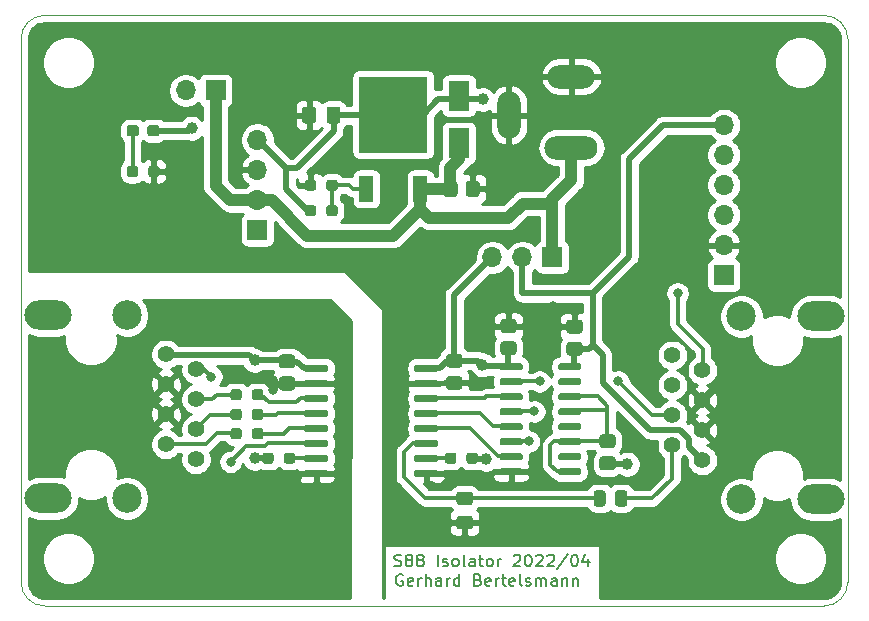
<source format=gtl>
G04 #@! TF.GenerationSoftware,KiCad,Pcbnew,5.1.12-84ad8e8a86~92~ubuntu20.04.1*
G04 #@! TF.CreationDate,2022-04-03T12:43:19+02:00*
G04 #@! TF.ProjectId,s88iso,73383869-736f-42e6-9b69-6361645f7063,2020/08*
G04 #@! TF.SameCoordinates,Original*
G04 #@! TF.FileFunction,Copper,L1,Top*
G04 #@! TF.FilePolarity,Positive*
%FSLAX46Y46*%
G04 Gerber Fmt 4.6, Leading zero omitted, Abs format (unit mm)*
G04 Created by KiCad (PCBNEW 5.1.12-84ad8e8a86~92~ubuntu20.04.1) date 2022-04-03 12:43:19*
%MOMM*%
%LPD*%
G01*
G04 APERTURE LIST*
G04 #@! TA.AperFunction,NonConductor*
%ADD10C,0.150000*%
G04 #@! TD*
G04 #@! TA.AperFunction,Profile*
%ADD11C,0.050000*%
G04 #@! TD*
G04 #@! TA.AperFunction,SMDPad,CuDef*
%ADD12R,1.800000X2.500000*%
G04 #@! TD*
G04 #@! TA.AperFunction,ComponentPad*
%ADD13O,4.000000X2.500000*%
G04 #@! TD*
G04 #@! TA.AperFunction,ComponentPad*
%ADD14C,1.400000*%
G04 #@! TD*
G04 #@! TA.AperFunction,ComponentPad*
%ADD15C,2.500000*%
G04 #@! TD*
G04 #@! TA.AperFunction,SMDPad,CuDef*
%ADD16R,5.800000X6.400000*%
G04 #@! TD*
G04 #@! TA.AperFunction,SMDPad,CuDef*
%ADD17R,1.200000X2.200000*%
G04 #@! TD*
G04 #@! TA.AperFunction,ComponentPad*
%ADD18O,1.700000X1.700000*%
G04 #@! TD*
G04 #@! TA.AperFunction,ComponentPad*
%ADD19R,1.700000X1.700000*%
G04 #@! TD*
G04 #@! TA.AperFunction,ComponentPad*
%ADD20O,1.998980X4.000500*%
G04 #@! TD*
G04 #@! TA.AperFunction,ComponentPad*
%ADD21O,4.000500X1.998980*%
G04 #@! TD*
G04 #@! TA.AperFunction,ComponentPad*
%ADD22O,4.500880X1.998980*%
G04 #@! TD*
G04 #@! TA.AperFunction,ViaPad*
%ADD23C,0.800000*%
G04 #@! TD*
G04 #@! TA.AperFunction,ViaPad*
%ADD24C,1.000000*%
G04 #@! TD*
G04 #@! TA.AperFunction,Conductor*
%ADD25C,0.300000*%
G04 #@! TD*
G04 #@! TA.AperFunction,Conductor*
%ADD26C,0.500000*%
G04 #@! TD*
G04 #@! TA.AperFunction,Conductor*
%ADD27C,1.000000*%
G04 #@! TD*
G04 #@! TA.AperFunction,Conductor*
%ADD28C,0.254000*%
G04 #@! TD*
G04 #@! TA.AperFunction,Conductor*
%ADD29C,0.100000*%
G04 #@! TD*
G04 APERTURE END LIST*
D10*
X131614304Y-126605161D02*
X131757161Y-126652780D01*
X131995257Y-126652780D01*
X132090495Y-126605161D01*
X132138114Y-126557542D01*
X132185733Y-126462304D01*
X132185733Y-126367066D01*
X132138114Y-126271828D01*
X132090495Y-126224209D01*
X131995257Y-126176590D01*
X131804780Y-126128971D01*
X131709542Y-126081352D01*
X131661923Y-126033733D01*
X131614304Y-125938495D01*
X131614304Y-125843257D01*
X131661923Y-125748019D01*
X131709542Y-125700400D01*
X131804780Y-125652780D01*
X132042876Y-125652780D01*
X132185733Y-125700400D01*
X132757161Y-126081352D02*
X132661923Y-126033733D01*
X132614304Y-125986114D01*
X132566685Y-125890876D01*
X132566685Y-125843257D01*
X132614304Y-125748019D01*
X132661923Y-125700400D01*
X132757161Y-125652780D01*
X132947638Y-125652780D01*
X133042876Y-125700400D01*
X133090495Y-125748019D01*
X133138114Y-125843257D01*
X133138114Y-125890876D01*
X133090495Y-125986114D01*
X133042876Y-126033733D01*
X132947638Y-126081352D01*
X132757161Y-126081352D01*
X132661923Y-126128971D01*
X132614304Y-126176590D01*
X132566685Y-126271828D01*
X132566685Y-126462304D01*
X132614304Y-126557542D01*
X132661923Y-126605161D01*
X132757161Y-126652780D01*
X132947638Y-126652780D01*
X133042876Y-126605161D01*
X133090495Y-126557542D01*
X133138114Y-126462304D01*
X133138114Y-126271828D01*
X133090495Y-126176590D01*
X133042876Y-126128971D01*
X132947638Y-126081352D01*
X133709542Y-126081352D02*
X133614304Y-126033733D01*
X133566685Y-125986114D01*
X133519066Y-125890876D01*
X133519066Y-125843257D01*
X133566685Y-125748019D01*
X133614304Y-125700400D01*
X133709542Y-125652780D01*
X133900019Y-125652780D01*
X133995257Y-125700400D01*
X134042876Y-125748019D01*
X134090495Y-125843257D01*
X134090495Y-125890876D01*
X134042876Y-125986114D01*
X133995257Y-126033733D01*
X133900019Y-126081352D01*
X133709542Y-126081352D01*
X133614304Y-126128971D01*
X133566685Y-126176590D01*
X133519066Y-126271828D01*
X133519066Y-126462304D01*
X133566685Y-126557542D01*
X133614304Y-126605161D01*
X133709542Y-126652780D01*
X133900019Y-126652780D01*
X133995257Y-126605161D01*
X134042876Y-126557542D01*
X134090495Y-126462304D01*
X134090495Y-126271828D01*
X134042876Y-126176590D01*
X133995257Y-126128971D01*
X133900019Y-126081352D01*
X135280971Y-126652780D02*
X135280971Y-125652780D01*
X135709542Y-126605161D02*
X135804780Y-126652780D01*
X135995257Y-126652780D01*
X136090495Y-126605161D01*
X136138114Y-126509923D01*
X136138114Y-126462304D01*
X136090495Y-126367066D01*
X135995257Y-126319447D01*
X135852400Y-126319447D01*
X135757161Y-126271828D01*
X135709542Y-126176590D01*
X135709542Y-126128971D01*
X135757161Y-126033733D01*
X135852400Y-125986114D01*
X135995257Y-125986114D01*
X136090495Y-126033733D01*
X136709542Y-126652780D02*
X136614304Y-126605161D01*
X136566685Y-126557542D01*
X136519066Y-126462304D01*
X136519066Y-126176590D01*
X136566685Y-126081352D01*
X136614304Y-126033733D01*
X136709542Y-125986114D01*
X136852400Y-125986114D01*
X136947638Y-126033733D01*
X136995257Y-126081352D01*
X137042876Y-126176590D01*
X137042876Y-126462304D01*
X136995257Y-126557542D01*
X136947638Y-126605161D01*
X136852400Y-126652780D01*
X136709542Y-126652780D01*
X137614304Y-126652780D02*
X137519066Y-126605161D01*
X137471447Y-126509923D01*
X137471447Y-125652780D01*
X138423828Y-126652780D02*
X138423828Y-126128971D01*
X138376209Y-126033733D01*
X138280971Y-125986114D01*
X138090495Y-125986114D01*
X137995257Y-126033733D01*
X138423828Y-126605161D02*
X138328590Y-126652780D01*
X138090495Y-126652780D01*
X137995257Y-126605161D01*
X137947638Y-126509923D01*
X137947638Y-126414685D01*
X137995257Y-126319447D01*
X138090495Y-126271828D01*
X138328590Y-126271828D01*
X138423828Y-126224209D01*
X138757161Y-125986114D02*
X139138114Y-125986114D01*
X138900019Y-125652780D02*
X138900019Y-126509923D01*
X138947638Y-126605161D01*
X139042876Y-126652780D01*
X139138114Y-126652780D01*
X139614304Y-126652780D02*
X139519066Y-126605161D01*
X139471447Y-126557542D01*
X139423828Y-126462304D01*
X139423828Y-126176590D01*
X139471447Y-126081352D01*
X139519066Y-126033733D01*
X139614304Y-125986114D01*
X139757161Y-125986114D01*
X139852400Y-126033733D01*
X139900019Y-126081352D01*
X139947638Y-126176590D01*
X139947638Y-126462304D01*
X139900019Y-126557542D01*
X139852400Y-126605161D01*
X139757161Y-126652780D01*
X139614304Y-126652780D01*
X140376209Y-126652780D02*
X140376209Y-125986114D01*
X140376209Y-126176590D02*
X140423828Y-126081352D01*
X140471447Y-126033733D01*
X140566685Y-125986114D01*
X140661923Y-125986114D01*
X141709542Y-125748019D02*
X141757161Y-125700400D01*
X141852400Y-125652780D01*
X142090495Y-125652780D01*
X142185733Y-125700400D01*
X142233352Y-125748019D01*
X142280971Y-125843257D01*
X142280971Y-125938495D01*
X142233352Y-126081352D01*
X141661923Y-126652780D01*
X142280971Y-126652780D01*
X142900019Y-125652780D02*
X142995257Y-125652780D01*
X143090495Y-125700400D01*
X143138114Y-125748019D01*
X143185733Y-125843257D01*
X143233352Y-126033733D01*
X143233352Y-126271828D01*
X143185733Y-126462304D01*
X143138114Y-126557542D01*
X143090495Y-126605161D01*
X142995257Y-126652780D01*
X142900019Y-126652780D01*
X142804780Y-126605161D01*
X142757161Y-126557542D01*
X142709542Y-126462304D01*
X142661923Y-126271828D01*
X142661923Y-126033733D01*
X142709542Y-125843257D01*
X142757161Y-125748019D01*
X142804780Y-125700400D01*
X142900019Y-125652780D01*
X143614304Y-125748019D02*
X143661923Y-125700400D01*
X143757161Y-125652780D01*
X143995257Y-125652780D01*
X144090495Y-125700400D01*
X144138114Y-125748019D01*
X144185733Y-125843257D01*
X144185733Y-125938495D01*
X144138114Y-126081352D01*
X143566685Y-126652780D01*
X144185733Y-126652780D01*
X144566685Y-125748019D02*
X144614304Y-125700400D01*
X144709542Y-125652780D01*
X144947638Y-125652780D01*
X145042876Y-125700400D01*
X145090495Y-125748019D01*
X145138114Y-125843257D01*
X145138114Y-125938495D01*
X145090495Y-126081352D01*
X144519066Y-126652780D01*
X145138114Y-126652780D01*
X146280971Y-125605161D02*
X145423828Y-126890876D01*
X146804780Y-125652780D02*
X146900019Y-125652780D01*
X146995257Y-125700400D01*
X147042876Y-125748019D01*
X147090495Y-125843257D01*
X147138114Y-126033733D01*
X147138114Y-126271828D01*
X147090495Y-126462304D01*
X147042876Y-126557542D01*
X146995257Y-126605161D01*
X146900019Y-126652780D01*
X146804780Y-126652780D01*
X146709542Y-126605161D01*
X146661923Y-126557542D01*
X146614304Y-126462304D01*
X146566685Y-126271828D01*
X146566685Y-126033733D01*
X146614304Y-125843257D01*
X146661923Y-125748019D01*
X146709542Y-125700400D01*
X146804780Y-125652780D01*
X147995257Y-125986114D02*
X147995257Y-126652780D01*
X147757161Y-125605161D02*
X147519066Y-126319447D01*
X148138114Y-126319447D01*
X132304780Y-127350400D02*
X132209542Y-127302780D01*
X132066685Y-127302780D01*
X131923828Y-127350400D01*
X131828590Y-127445638D01*
X131780971Y-127540876D01*
X131733352Y-127731352D01*
X131733352Y-127874209D01*
X131780971Y-128064685D01*
X131828590Y-128159923D01*
X131923828Y-128255161D01*
X132066685Y-128302780D01*
X132161923Y-128302780D01*
X132304780Y-128255161D01*
X132352400Y-128207542D01*
X132352400Y-127874209D01*
X132161923Y-127874209D01*
X133161923Y-128255161D02*
X133066685Y-128302780D01*
X132876209Y-128302780D01*
X132780971Y-128255161D01*
X132733352Y-128159923D01*
X132733352Y-127778971D01*
X132780971Y-127683733D01*
X132876209Y-127636114D01*
X133066685Y-127636114D01*
X133161923Y-127683733D01*
X133209542Y-127778971D01*
X133209542Y-127874209D01*
X132733352Y-127969447D01*
X133638114Y-128302780D02*
X133638114Y-127636114D01*
X133638114Y-127826590D02*
X133685733Y-127731352D01*
X133733352Y-127683733D01*
X133828590Y-127636114D01*
X133923828Y-127636114D01*
X134257161Y-128302780D02*
X134257161Y-127302780D01*
X134685733Y-128302780D02*
X134685733Y-127778971D01*
X134638114Y-127683733D01*
X134542876Y-127636114D01*
X134400019Y-127636114D01*
X134304780Y-127683733D01*
X134257161Y-127731352D01*
X135590495Y-128302780D02*
X135590495Y-127778971D01*
X135542876Y-127683733D01*
X135447638Y-127636114D01*
X135257161Y-127636114D01*
X135161923Y-127683733D01*
X135590495Y-128255161D02*
X135495257Y-128302780D01*
X135257161Y-128302780D01*
X135161923Y-128255161D01*
X135114304Y-128159923D01*
X135114304Y-128064685D01*
X135161923Y-127969447D01*
X135257161Y-127921828D01*
X135495257Y-127921828D01*
X135590495Y-127874209D01*
X136066685Y-128302780D02*
X136066685Y-127636114D01*
X136066685Y-127826590D02*
X136114304Y-127731352D01*
X136161923Y-127683733D01*
X136257161Y-127636114D01*
X136352400Y-127636114D01*
X137114304Y-128302780D02*
X137114304Y-127302780D01*
X137114304Y-128255161D02*
X137019066Y-128302780D01*
X136828590Y-128302780D01*
X136733352Y-128255161D01*
X136685733Y-128207542D01*
X136638114Y-128112304D01*
X136638114Y-127826590D01*
X136685733Y-127731352D01*
X136733352Y-127683733D01*
X136828590Y-127636114D01*
X137019066Y-127636114D01*
X137114304Y-127683733D01*
X138685733Y-127778971D02*
X138828590Y-127826590D01*
X138876209Y-127874209D01*
X138923828Y-127969447D01*
X138923828Y-128112304D01*
X138876209Y-128207542D01*
X138828590Y-128255161D01*
X138733352Y-128302780D01*
X138352400Y-128302780D01*
X138352400Y-127302780D01*
X138685733Y-127302780D01*
X138780971Y-127350400D01*
X138828590Y-127398019D01*
X138876209Y-127493257D01*
X138876209Y-127588495D01*
X138828590Y-127683733D01*
X138780971Y-127731352D01*
X138685733Y-127778971D01*
X138352400Y-127778971D01*
X139733352Y-128255161D02*
X139638114Y-128302780D01*
X139447638Y-128302780D01*
X139352400Y-128255161D01*
X139304780Y-128159923D01*
X139304780Y-127778971D01*
X139352400Y-127683733D01*
X139447638Y-127636114D01*
X139638114Y-127636114D01*
X139733352Y-127683733D01*
X139780971Y-127778971D01*
X139780971Y-127874209D01*
X139304780Y-127969447D01*
X140209542Y-128302780D02*
X140209542Y-127636114D01*
X140209542Y-127826590D02*
X140257161Y-127731352D01*
X140304780Y-127683733D01*
X140400019Y-127636114D01*
X140495257Y-127636114D01*
X140685733Y-127636114D02*
X141066685Y-127636114D01*
X140828590Y-127302780D02*
X140828590Y-128159923D01*
X140876209Y-128255161D01*
X140971447Y-128302780D01*
X141066685Y-128302780D01*
X141780971Y-128255161D02*
X141685733Y-128302780D01*
X141495257Y-128302780D01*
X141400019Y-128255161D01*
X141352400Y-128159923D01*
X141352400Y-127778971D01*
X141400019Y-127683733D01*
X141495257Y-127636114D01*
X141685733Y-127636114D01*
X141780971Y-127683733D01*
X141828590Y-127778971D01*
X141828590Y-127874209D01*
X141352400Y-127969447D01*
X142400019Y-128302780D02*
X142304780Y-128255161D01*
X142257161Y-128159923D01*
X142257161Y-127302780D01*
X142733352Y-128255161D02*
X142828590Y-128302780D01*
X143019066Y-128302780D01*
X143114304Y-128255161D01*
X143161923Y-128159923D01*
X143161923Y-128112304D01*
X143114304Y-128017066D01*
X143019066Y-127969447D01*
X142876209Y-127969447D01*
X142780971Y-127921828D01*
X142733352Y-127826590D01*
X142733352Y-127778971D01*
X142780971Y-127683733D01*
X142876209Y-127636114D01*
X143019066Y-127636114D01*
X143114304Y-127683733D01*
X143590495Y-128302780D02*
X143590495Y-127636114D01*
X143590495Y-127731352D02*
X143638114Y-127683733D01*
X143733352Y-127636114D01*
X143876209Y-127636114D01*
X143971447Y-127683733D01*
X144019066Y-127778971D01*
X144019066Y-128302780D01*
X144019066Y-127778971D02*
X144066685Y-127683733D01*
X144161923Y-127636114D01*
X144304780Y-127636114D01*
X144400019Y-127683733D01*
X144447638Y-127778971D01*
X144447638Y-128302780D01*
X145352400Y-128302780D02*
X145352400Y-127778971D01*
X145304780Y-127683733D01*
X145209542Y-127636114D01*
X145019066Y-127636114D01*
X144923828Y-127683733D01*
X145352400Y-128255161D02*
X145257161Y-128302780D01*
X145019066Y-128302780D01*
X144923828Y-128255161D01*
X144876209Y-128159923D01*
X144876209Y-128064685D01*
X144923828Y-127969447D01*
X145019066Y-127921828D01*
X145257161Y-127921828D01*
X145352400Y-127874209D01*
X145828590Y-127636114D02*
X145828590Y-128302780D01*
X145828590Y-127731352D02*
X145876209Y-127683733D01*
X145971447Y-127636114D01*
X146114304Y-127636114D01*
X146209542Y-127683733D01*
X146257161Y-127778971D01*
X146257161Y-128302780D01*
X146733352Y-127636114D02*
X146733352Y-128302780D01*
X146733352Y-127731352D02*
X146780971Y-127683733D01*
X146876209Y-127636114D01*
X147019066Y-127636114D01*
X147114304Y-127683733D01*
X147161923Y-127778971D01*
X147161923Y-128302780D01*
D11*
X100000000Y-128000000D02*
X100000000Y-82000000D01*
X168000000Y-130000000D02*
X102000000Y-130000000D01*
X170000000Y-82000000D02*
X170000000Y-128000000D01*
X168000000Y-80000000D02*
X102000000Y-80000000D01*
X100000000Y-82000000D02*
G75*
G02*
X102000000Y-80000000I2000000J0D01*
G01*
X168000000Y-80000000D02*
G75*
G02*
X170000000Y-82000000I0J-2000000D01*
G01*
X170000000Y-128000000D02*
G75*
G02*
X168000000Y-130000000I-2000000J0D01*
G01*
X102000000Y-130000000D02*
G75*
G02*
X100000000Y-128000000I0J2000000D01*
G01*
G04 #@! TA.AperFunction,SMDPad,CuDef*
G36*
G01*
X145467200Y-109903400D02*
X145467200Y-109603400D01*
G75*
G02*
X145617200Y-109453400I150000J0D01*
G01*
X147267200Y-109453400D01*
G75*
G02*
X147417200Y-109603400I0J-150000D01*
G01*
X147417200Y-109903400D01*
G75*
G02*
X147267200Y-110053400I-150000J0D01*
G01*
X145617200Y-110053400D01*
G75*
G02*
X145467200Y-109903400I0J150000D01*
G01*
G37*
G04 #@! TD.AperFunction*
G04 #@! TA.AperFunction,SMDPad,CuDef*
G36*
G01*
X145467200Y-111173400D02*
X145467200Y-110873400D01*
G75*
G02*
X145617200Y-110723400I150000J0D01*
G01*
X147267200Y-110723400D01*
G75*
G02*
X147417200Y-110873400I0J-150000D01*
G01*
X147417200Y-111173400D01*
G75*
G02*
X147267200Y-111323400I-150000J0D01*
G01*
X145617200Y-111323400D01*
G75*
G02*
X145467200Y-111173400I0J150000D01*
G01*
G37*
G04 #@! TD.AperFunction*
G04 #@! TA.AperFunction,SMDPad,CuDef*
G36*
G01*
X145467200Y-112443400D02*
X145467200Y-112143400D01*
G75*
G02*
X145617200Y-111993400I150000J0D01*
G01*
X147267200Y-111993400D01*
G75*
G02*
X147417200Y-112143400I0J-150000D01*
G01*
X147417200Y-112443400D01*
G75*
G02*
X147267200Y-112593400I-150000J0D01*
G01*
X145617200Y-112593400D01*
G75*
G02*
X145467200Y-112443400I0J150000D01*
G01*
G37*
G04 #@! TD.AperFunction*
G04 #@! TA.AperFunction,SMDPad,CuDef*
G36*
G01*
X145467200Y-113713400D02*
X145467200Y-113413400D01*
G75*
G02*
X145617200Y-113263400I150000J0D01*
G01*
X147267200Y-113263400D01*
G75*
G02*
X147417200Y-113413400I0J-150000D01*
G01*
X147417200Y-113713400D01*
G75*
G02*
X147267200Y-113863400I-150000J0D01*
G01*
X145617200Y-113863400D01*
G75*
G02*
X145467200Y-113713400I0J150000D01*
G01*
G37*
G04 #@! TD.AperFunction*
G04 #@! TA.AperFunction,SMDPad,CuDef*
G36*
G01*
X145467200Y-114983400D02*
X145467200Y-114683400D01*
G75*
G02*
X145617200Y-114533400I150000J0D01*
G01*
X147267200Y-114533400D01*
G75*
G02*
X147417200Y-114683400I0J-150000D01*
G01*
X147417200Y-114983400D01*
G75*
G02*
X147267200Y-115133400I-150000J0D01*
G01*
X145617200Y-115133400D01*
G75*
G02*
X145467200Y-114983400I0J150000D01*
G01*
G37*
G04 #@! TD.AperFunction*
G04 #@! TA.AperFunction,SMDPad,CuDef*
G36*
G01*
X145467200Y-116253400D02*
X145467200Y-115953400D01*
G75*
G02*
X145617200Y-115803400I150000J0D01*
G01*
X147267200Y-115803400D01*
G75*
G02*
X147417200Y-115953400I0J-150000D01*
G01*
X147417200Y-116253400D01*
G75*
G02*
X147267200Y-116403400I-150000J0D01*
G01*
X145617200Y-116403400D01*
G75*
G02*
X145467200Y-116253400I0J150000D01*
G01*
G37*
G04 #@! TD.AperFunction*
G04 #@! TA.AperFunction,SMDPad,CuDef*
G36*
G01*
X145467200Y-117523400D02*
X145467200Y-117223400D01*
G75*
G02*
X145617200Y-117073400I150000J0D01*
G01*
X147267200Y-117073400D01*
G75*
G02*
X147417200Y-117223400I0J-150000D01*
G01*
X147417200Y-117523400D01*
G75*
G02*
X147267200Y-117673400I-150000J0D01*
G01*
X145617200Y-117673400D01*
G75*
G02*
X145467200Y-117523400I0J150000D01*
G01*
G37*
G04 #@! TD.AperFunction*
G04 #@! TA.AperFunction,SMDPad,CuDef*
G36*
G01*
X145467200Y-118793400D02*
X145467200Y-118493400D01*
G75*
G02*
X145617200Y-118343400I150000J0D01*
G01*
X147267200Y-118343400D01*
G75*
G02*
X147417200Y-118493400I0J-150000D01*
G01*
X147417200Y-118793400D01*
G75*
G02*
X147267200Y-118943400I-150000J0D01*
G01*
X145617200Y-118943400D01*
G75*
G02*
X145467200Y-118793400I0J150000D01*
G01*
G37*
G04 #@! TD.AperFunction*
G04 #@! TA.AperFunction,SMDPad,CuDef*
G36*
G01*
X140517200Y-118793400D02*
X140517200Y-118493400D01*
G75*
G02*
X140667200Y-118343400I150000J0D01*
G01*
X142317200Y-118343400D01*
G75*
G02*
X142467200Y-118493400I0J-150000D01*
G01*
X142467200Y-118793400D01*
G75*
G02*
X142317200Y-118943400I-150000J0D01*
G01*
X140667200Y-118943400D01*
G75*
G02*
X140517200Y-118793400I0J150000D01*
G01*
G37*
G04 #@! TD.AperFunction*
G04 #@! TA.AperFunction,SMDPad,CuDef*
G36*
G01*
X140517200Y-117523400D02*
X140517200Y-117223400D01*
G75*
G02*
X140667200Y-117073400I150000J0D01*
G01*
X142317200Y-117073400D01*
G75*
G02*
X142467200Y-117223400I0J-150000D01*
G01*
X142467200Y-117523400D01*
G75*
G02*
X142317200Y-117673400I-150000J0D01*
G01*
X140667200Y-117673400D01*
G75*
G02*
X140517200Y-117523400I0J150000D01*
G01*
G37*
G04 #@! TD.AperFunction*
G04 #@! TA.AperFunction,SMDPad,CuDef*
G36*
G01*
X140517200Y-116253400D02*
X140517200Y-115953400D01*
G75*
G02*
X140667200Y-115803400I150000J0D01*
G01*
X142317200Y-115803400D01*
G75*
G02*
X142467200Y-115953400I0J-150000D01*
G01*
X142467200Y-116253400D01*
G75*
G02*
X142317200Y-116403400I-150000J0D01*
G01*
X140667200Y-116403400D01*
G75*
G02*
X140517200Y-116253400I0J150000D01*
G01*
G37*
G04 #@! TD.AperFunction*
G04 #@! TA.AperFunction,SMDPad,CuDef*
G36*
G01*
X140517200Y-114983400D02*
X140517200Y-114683400D01*
G75*
G02*
X140667200Y-114533400I150000J0D01*
G01*
X142317200Y-114533400D01*
G75*
G02*
X142467200Y-114683400I0J-150000D01*
G01*
X142467200Y-114983400D01*
G75*
G02*
X142317200Y-115133400I-150000J0D01*
G01*
X140667200Y-115133400D01*
G75*
G02*
X140517200Y-114983400I0J150000D01*
G01*
G37*
G04 #@! TD.AperFunction*
G04 #@! TA.AperFunction,SMDPad,CuDef*
G36*
G01*
X140517200Y-113713400D02*
X140517200Y-113413400D01*
G75*
G02*
X140667200Y-113263400I150000J0D01*
G01*
X142317200Y-113263400D01*
G75*
G02*
X142467200Y-113413400I0J-150000D01*
G01*
X142467200Y-113713400D01*
G75*
G02*
X142317200Y-113863400I-150000J0D01*
G01*
X140667200Y-113863400D01*
G75*
G02*
X140517200Y-113713400I0J150000D01*
G01*
G37*
G04 #@! TD.AperFunction*
G04 #@! TA.AperFunction,SMDPad,CuDef*
G36*
G01*
X140517200Y-112443400D02*
X140517200Y-112143400D01*
G75*
G02*
X140667200Y-111993400I150000J0D01*
G01*
X142317200Y-111993400D01*
G75*
G02*
X142467200Y-112143400I0J-150000D01*
G01*
X142467200Y-112443400D01*
G75*
G02*
X142317200Y-112593400I-150000J0D01*
G01*
X140667200Y-112593400D01*
G75*
G02*
X140517200Y-112443400I0J150000D01*
G01*
G37*
G04 #@! TD.AperFunction*
G04 #@! TA.AperFunction,SMDPad,CuDef*
G36*
G01*
X140517200Y-111173400D02*
X140517200Y-110873400D01*
G75*
G02*
X140667200Y-110723400I150000J0D01*
G01*
X142317200Y-110723400D01*
G75*
G02*
X142467200Y-110873400I0J-150000D01*
G01*
X142467200Y-111173400D01*
G75*
G02*
X142317200Y-111323400I-150000J0D01*
G01*
X140667200Y-111323400D01*
G75*
G02*
X140517200Y-111173400I0J150000D01*
G01*
G37*
G04 #@! TD.AperFunction*
G04 #@! TA.AperFunction,SMDPad,CuDef*
G36*
G01*
X140517200Y-109903400D02*
X140517200Y-109603400D01*
G75*
G02*
X140667200Y-109453400I150000J0D01*
G01*
X142317200Y-109453400D01*
G75*
G02*
X142467200Y-109603400I0J-150000D01*
G01*
X142467200Y-109903400D01*
G75*
G02*
X142317200Y-110053400I-150000J0D01*
G01*
X140667200Y-110053400D01*
G75*
G02*
X140517200Y-109903400I0J150000D01*
G01*
G37*
G04 #@! TD.AperFunction*
G04 #@! TA.AperFunction,SMDPad,CuDef*
G36*
G01*
X133266600Y-110030400D02*
X133266600Y-109730400D01*
G75*
G02*
X133416600Y-109580400I150000J0D01*
G01*
X135166600Y-109580400D01*
G75*
G02*
X135316600Y-109730400I0J-150000D01*
G01*
X135316600Y-110030400D01*
G75*
G02*
X135166600Y-110180400I-150000J0D01*
G01*
X133416600Y-110180400D01*
G75*
G02*
X133266600Y-110030400I0J150000D01*
G01*
G37*
G04 #@! TD.AperFunction*
G04 #@! TA.AperFunction,SMDPad,CuDef*
G36*
G01*
X133266600Y-111300400D02*
X133266600Y-111000400D01*
G75*
G02*
X133416600Y-110850400I150000J0D01*
G01*
X135166600Y-110850400D01*
G75*
G02*
X135316600Y-111000400I0J-150000D01*
G01*
X135316600Y-111300400D01*
G75*
G02*
X135166600Y-111450400I-150000J0D01*
G01*
X133416600Y-111450400D01*
G75*
G02*
X133266600Y-111300400I0J150000D01*
G01*
G37*
G04 #@! TD.AperFunction*
G04 #@! TA.AperFunction,SMDPad,CuDef*
G36*
G01*
X133266600Y-112570400D02*
X133266600Y-112270400D01*
G75*
G02*
X133416600Y-112120400I150000J0D01*
G01*
X135166600Y-112120400D01*
G75*
G02*
X135316600Y-112270400I0J-150000D01*
G01*
X135316600Y-112570400D01*
G75*
G02*
X135166600Y-112720400I-150000J0D01*
G01*
X133416600Y-112720400D01*
G75*
G02*
X133266600Y-112570400I0J150000D01*
G01*
G37*
G04 #@! TD.AperFunction*
G04 #@! TA.AperFunction,SMDPad,CuDef*
G36*
G01*
X133266600Y-113840400D02*
X133266600Y-113540400D01*
G75*
G02*
X133416600Y-113390400I150000J0D01*
G01*
X135166600Y-113390400D01*
G75*
G02*
X135316600Y-113540400I0J-150000D01*
G01*
X135316600Y-113840400D01*
G75*
G02*
X135166600Y-113990400I-150000J0D01*
G01*
X133416600Y-113990400D01*
G75*
G02*
X133266600Y-113840400I0J150000D01*
G01*
G37*
G04 #@! TD.AperFunction*
G04 #@! TA.AperFunction,SMDPad,CuDef*
G36*
G01*
X133266600Y-115110400D02*
X133266600Y-114810400D01*
G75*
G02*
X133416600Y-114660400I150000J0D01*
G01*
X135166600Y-114660400D01*
G75*
G02*
X135316600Y-114810400I0J-150000D01*
G01*
X135316600Y-115110400D01*
G75*
G02*
X135166600Y-115260400I-150000J0D01*
G01*
X133416600Y-115260400D01*
G75*
G02*
X133266600Y-115110400I0J150000D01*
G01*
G37*
G04 #@! TD.AperFunction*
G04 #@! TA.AperFunction,SMDPad,CuDef*
G36*
G01*
X133266600Y-116380400D02*
X133266600Y-116080400D01*
G75*
G02*
X133416600Y-115930400I150000J0D01*
G01*
X135166600Y-115930400D01*
G75*
G02*
X135316600Y-116080400I0J-150000D01*
G01*
X135316600Y-116380400D01*
G75*
G02*
X135166600Y-116530400I-150000J0D01*
G01*
X133416600Y-116530400D01*
G75*
G02*
X133266600Y-116380400I0J150000D01*
G01*
G37*
G04 #@! TD.AperFunction*
G04 #@! TA.AperFunction,SMDPad,CuDef*
G36*
G01*
X133266600Y-117650400D02*
X133266600Y-117350400D01*
G75*
G02*
X133416600Y-117200400I150000J0D01*
G01*
X135166600Y-117200400D01*
G75*
G02*
X135316600Y-117350400I0J-150000D01*
G01*
X135316600Y-117650400D01*
G75*
G02*
X135166600Y-117800400I-150000J0D01*
G01*
X133416600Y-117800400D01*
G75*
G02*
X133266600Y-117650400I0J150000D01*
G01*
G37*
G04 #@! TD.AperFunction*
G04 #@! TA.AperFunction,SMDPad,CuDef*
G36*
G01*
X133266600Y-118920400D02*
X133266600Y-118620400D01*
G75*
G02*
X133416600Y-118470400I150000J0D01*
G01*
X135166600Y-118470400D01*
G75*
G02*
X135316600Y-118620400I0J-150000D01*
G01*
X135316600Y-118920400D01*
G75*
G02*
X135166600Y-119070400I-150000J0D01*
G01*
X133416600Y-119070400D01*
G75*
G02*
X133266600Y-118920400I0J150000D01*
G01*
G37*
G04 #@! TD.AperFunction*
G04 #@! TA.AperFunction,SMDPad,CuDef*
G36*
G01*
X123966600Y-118920400D02*
X123966600Y-118620400D01*
G75*
G02*
X124116600Y-118470400I150000J0D01*
G01*
X125866600Y-118470400D01*
G75*
G02*
X126016600Y-118620400I0J-150000D01*
G01*
X126016600Y-118920400D01*
G75*
G02*
X125866600Y-119070400I-150000J0D01*
G01*
X124116600Y-119070400D01*
G75*
G02*
X123966600Y-118920400I0J150000D01*
G01*
G37*
G04 #@! TD.AperFunction*
G04 #@! TA.AperFunction,SMDPad,CuDef*
G36*
G01*
X123966600Y-117650400D02*
X123966600Y-117350400D01*
G75*
G02*
X124116600Y-117200400I150000J0D01*
G01*
X125866600Y-117200400D01*
G75*
G02*
X126016600Y-117350400I0J-150000D01*
G01*
X126016600Y-117650400D01*
G75*
G02*
X125866600Y-117800400I-150000J0D01*
G01*
X124116600Y-117800400D01*
G75*
G02*
X123966600Y-117650400I0J150000D01*
G01*
G37*
G04 #@! TD.AperFunction*
G04 #@! TA.AperFunction,SMDPad,CuDef*
G36*
G01*
X123966600Y-116380400D02*
X123966600Y-116080400D01*
G75*
G02*
X124116600Y-115930400I150000J0D01*
G01*
X125866600Y-115930400D01*
G75*
G02*
X126016600Y-116080400I0J-150000D01*
G01*
X126016600Y-116380400D01*
G75*
G02*
X125866600Y-116530400I-150000J0D01*
G01*
X124116600Y-116530400D01*
G75*
G02*
X123966600Y-116380400I0J150000D01*
G01*
G37*
G04 #@! TD.AperFunction*
G04 #@! TA.AperFunction,SMDPad,CuDef*
G36*
G01*
X123966600Y-115110400D02*
X123966600Y-114810400D01*
G75*
G02*
X124116600Y-114660400I150000J0D01*
G01*
X125866600Y-114660400D01*
G75*
G02*
X126016600Y-114810400I0J-150000D01*
G01*
X126016600Y-115110400D01*
G75*
G02*
X125866600Y-115260400I-150000J0D01*
G01*
X124116600Y-115260400D01*
G75*
G02*
X123966600Y-115110400I0J150000D01*
G01*
G37*
G04 #@! TD.AperFunction*
G04 #@! TA.AperFunction,SMDPad,CuDef*
G36*
G01*
X123966600Y-113840400D02*
X123966600Y-113540400D01*
G75*
G02*
X124116600Y-113390400I150000J0D01*
G01*
X125866600Y-113390400D01*
G75*
G02*
X126016600Y-113540400I0J-150000D01*
G01*
X126016600Y-113840400D01*
G75*
G02*
X125866600Y-113990400I-150000J0D01*
G01*
X124116600Y-113990400D01*
G75*
G02*
X123966600Y-113840400I0J150000D01*
G01*
G37*
G04 #@! TD.AperFunction*
G04 #@! TA.AperFunction,SMDPad,CuDef*
G36*
G01*
X123966600Y-112570400D02*
X123966600Y-112270400D01*
G75*
G02*
X124116600Y-112120400I150000J0D01*
G01*
X125866600Y-112120400D01*
G75*
G02*
X126016600Y-112270400I0J-150000D01*
G01*
X126016600Y-112570400D01*
G75*
G02*
X125866600Y-112720400I-150000J0D01*
G01*
X124116600Y-112720400D01*
G75*
G02*
X123966600Y-112570400I0J150000D01*
G01*
G37*
G04 #@! TD.AperFunction*
G04 #@! TA.AperFunction,SMDPad,CuDef*
G36*
G01*
X123966600Y-111300400D02*
X123966600Y-111000400D01*
G75*
G02*
X124116600Y-110850400I150000J0D01*
G01*
X125866600Y-110850400D01*
G75*
G02*
X126016600Y-111000400I0J-150000D01*
G01*
X126016600Y-111300400D01*
G75*
G02*
X125866600Y-111450400I-150000J0D01*
G01*
X124116600Y-111450400D01*
G75*
G02*
X123966600Y-111300400I0J150000D01*
G01*
G37*
G04 #@! TD.AperFunction*
G04 #@! TA.AperFunction,SMDPad,CuDef*
G36*
G01*
X123966600Y-110030400D02*
X123966600Y-109730400D01*
G75*
G02*
X124116600Y-109580400I150000J0D01*
G01*
X125866600Y-109580400D01*
G75*
G02*
X126016600Y-109730400I0J-150000D01*
G01*
X126016600Y-110030400D01*
G75*
G02*
X125866600Y-110180400I-150000J0D01*
G01*
X124116600Y-110180400D01*
G75*
G02*
X123966600Y-110030400I0J150000D01*
G01*
G37*
G04 #@! TD.AperFunction*
D12*
X137058400Y-86798400D03*
X137058400Y-90798400D03*
D13*
X167700000Y-120983200D03*
X167700000Y-105483200D03*
D14*
X157693200Y-115138200D03*
X157693200Y-117678200D03*
X155153200Y-116408200D03*
X155153200Y-113868200D03*
X157693200Y-112598200D03*
X155153200Y-111328200D03*
X157693200Y-110058200D03*
X155153200Y-108788200D03*
D15*
X160983200Y-120983200D03*
X160983200Y-105483200D03*
G04 #@! TA.AperFunction,SMDPad,CuDef*
G36*
G01*
X136862000Y-117262900D02*
X136862000Y-117737900D01*
G75*
G02*
X136624500Y-117975400I-237500J0D01*
G01*
X136124500Y-117975400D01*
G75*
G02*
X135887000Y-117737900I0J237500D01*
G01*
X135887000Y-117262900D01*
G75*
G02*
X136124500Y-117025400I237500J0D01*
G01*
X136624500Y-117025400D01*
G75*
G02*
X136862000Y-117262900I0J-237500D01*
G01*
G37*
G04 #@! TD.AperFunction*
G04 #@! TA.AperFunction,SMDPad,CuDef*
G36*
G01*
X138687000Y-117262900D02*
X138687000Y-117737900D01*
G75*
G02*
X138449500Y-117975400I-237500J0D01*
G01*
X137949500Y-117975400D01*
G75*
G02*
X137712000Y-117737900I0J237500D01*
G01*
X137712000Y-117262900D01*
G75*
G02*
X137949500Y-117025400I237500J0D01*
G01*
X138449500Y-117025400D01*
G75*
G02*
X138687000Y-117262900I0J-237500D01*
G01*
G37*
G04 #@! TD.AperFunction*
G04 #@! TA.AperFunction,SMDPad,CuDef*
G36*
G01*
X121393400Y-117262900D02*
X121393400Y-117737900D01*
G75*
G02*
X121155900Y-117975400I-237500J0D01*
G01*
X120655900Y-117975400D01*
G75*
G02*
X120418400Y-117737900I0J237500D01*
G01*
X120418400Y-117262900D01*
G75*
G02*
X120655900Y-117025400I237500J0D01*
G01*
X121155900Y-117025400D01*
G75*
G02*
X121393400Y-117262900I0J-237500D01*
G01*
G37*
G04 #@! TD.AperFunction*
G04 #@! TA.AperFunction,SMDPad,CuDef*
G36*
G01*
X123218400Y-117262900D02*
X123218400Y-117737900D01*
G75*
G02*
X122980900Y-117975400I-237500J0D01*
G01*
X122480900Y-117975400D01*
G75*
G02*
X122243400Y-117737900I0J237500D01*
G01*
X122243400Y-117262900D01*
G75*
G02*
X122480900Y-117025400I237500J0D01*
G01*
X122980900Y-117025400D01*
G75*
G02*
X123218400Y-117262900I0J-237500D01*
G01*
G37*
G04 #@! TD.AperFunction*
G04 #@! TA.AperFunction,SMDPad,CuDef*
G36*
G01*
X122129600Y-108698500D02*
X122929600Y-108698500D01*
G75*
G02*
X123229600Y-108998500I0J-300000D01*
G01*
X123229600Y-109598500D01*
G75*
G02*
X122929600Y-109898500I-300000J0D01*
G01*
X122129600Y-109898500D01*
G75*
G02*
X121829600Y-109598500I0J300000D01*
G01*
X121829600Y-108998500D01*
G75*
G02*
X122129600Y-108698500I300000J0D01*
G01*
G37*
G04 #@! TD.AperFunction*
G04 #@! TA.AperFunction,SMDPad,CuDef*
G36*
G01*
X122129600Y-110573500D02*
X122929600Y-110573500D01*
G75*
G02*
X123229600Y-110873500I0J-300000D01*
G01*
X123229600Y-111473500D01*
G75*
G02*
X122929600Y-111773500I-300000J0D01*
G01*
X122129600Y-111773500D01*
G75*
G02*
X121829600Y-111473500I0J300000D01*
G01*
X121829600Y-110873500D01*
G75*
G02*
X122129600Y-110573500I300000J0D01*
G01*
G37*
G04 #@! TD.AperFunction*
G04 #@! TA.AperFunction,SMDPad,CuDef*
G36*
G01*
X136277400Y-110520400D02*
X137077400Y-110520400D01*
G75*
G02*
X137377400Y-110820400I0J-300000D01*
G01*
X137377400Y-111420400D01*
G75*
G02*
X137077400Y-111720400I-300000J0D01*
G01*
X136277400Y-111720400D01*
G75*
G02*
X135977400Y-111420400I0J300000D01*
G01*
X135977400Y-110820400D01*
G75*
G02*
X136277400Y-110520400I300000J0D01*
G01*
G37*
G04 #@! TD.AperFunction*
G04 #@! TA.AperFunction,SMDPad,CuDef*
G36*
G01*
X136277400Y-108645400D02*
X137077400Y-108645400D01*
G75*
G02*
X137377400Y-108945400I0J-300000D01*
G01*
X137377400Y-109545400D01*
G75*
G02*
X137077400Y-109845400I-300000J0D01*
G01*
X136277400Y-109845400D01*
G75*
G02*
X135977400Y-109545400I0J300000D01*
G01*
X135977400Y-108945400D01*
G75*
G02*
X136277400Y-108645400I300000J0D01*
G01*
G37*
G04 #@! TD.AperFunction*
G04 #@! TA.AperFunction,SMDPad,CuDef*
G36*
G01*
X149510800Y-120453999D02*
X149510800Y-121354001D01*
G75*
G02*
X149260801Y-121604000I-249999J0D01*
G01*
X148735799Y-121604000D01*
G75*
G02*
X148485800Y-121354001I0J249999D01*
G01*
X148485800Y-120453999D01*
G75*
G02*
X148735799Y-120204000I249999J0D01*
G01*
X149260801Y-120204000D01*
G75*
G02*
X149510800Y-120453999I0J-249999D01*
G01*
G37*
G04 #@! TD.AperFunction*
G04 #@! TA.AperFunction,SMDPad,CuDef*
G36*
G01*
X151335800Y-120453999D02*
X151335800Y-121354001D01*
G75*
G02*
X151085801Y-121604000I-249999J0D01*
G01*
X150560799Y-121604000D01*
G75*
G02*
X150310800Y-121354001I0J249999D01*
G01*
X150310800Y-120453999D01*
G75*
G02*
X150560799Y-120204000I249999J0D01*
G01*
X151085801Y-120204000D01*
G75*
G02*
X151335800Y-120453999I0J-249999D01*
G01*
G37*
G04 #@! TD.AperFunction*
D16*
X131520200Y-88393400D03*
D17*
X133800200Y-94693400D03*
X129240200Y-94693400D03*
G04 #@! TA.AperFunction,SMDPad,CuDef*
G36*
G01*
X118701000Y-115180100D02*
X118701000Y-115655100D01*
G75*
G02*
X118463500Y-115892600I-237500J0D01*
G01*
X117963500Y-115892600D01*
G75*
G02*
X117726000Y-115655100I0J237500D01*
G01*
X117726000Y-115180100D01*
G75*
G02*
X117963500Y-114942600I237500J0D01*
G01*
X118463500Y-114942600D01*
G75*
G02*
X118701000Y-115180100I0J-237500D01*
G01*
G37*
G04 #@! TD.AperFunction*
G04 #@! TA.AperFunction,SMDPad,CuDef*
G36*
G01*
X120526000Y-115180100D02*
X120526000Y-115655100D01*
G75*
G02*
X120288500Y-115892600I-237500J0D01*
G01*
X119788500Y-115892600D01*
G75*
G02*
X119551000Y-115655100I0J237500D01*
G01*
X119551000Y-115180100D01*
G75*
G02*
X119788500Y-114942600I237500J0D01*
G01*
X120288500Y-114942600D01*
G75*
G02*
X120526000Y-115180100I0J-237500D01*
G01*
G37*
G04 #@! TD.AperFunction*
G04 #@! TA.AperFunction,SMDPad,CuDef*
G36*
G01*
X118701000Y-113554500D02*
X118701000Y-114029500D01*
G75*
G02*
X118463500Y-114267000I-237500J0D01*
G01*
X117963500Y-114267000D01*
G75*
G02*
X117726000Y-114029500I0J237500D01*
G01*
X117726000Y-113554500D01*
G75*
G02*
X117963500Y-113317000I237500J0D01*
G01*
X118463500Y-113317000D01*
G75*
G02*
X118701000Y-113554500I0J-237500D01*
G01*
G37*
G04 #@! TD.AperFunction*
G04 #@! TA.AperFunction,SMDPad,CuDef*
G36*
G01*
X120526000Y-113554500D02*
X120526000Y-114029500D01*
G75*
G02*
X120288500Y-114267000I-237500J0D01*
G01*
X119788500Y-114267000D01*
G75*
G02*
X119551000Y-114029500I0J237500D01*
G01*
X119551000Y-113554500D01*
G75*
G02*
X119788500Y-113317000I237500J0D01*
G01*
X120288500Y-113317000D01*
G75*
G02*
X120526000Y-113554500I0J-237500D01*
G01*
G37*
G04 #@! TD.AperFunction*
G04 #@! TA.AperFunction,SMDPad,CuDef*
G36*
G01*
X118701000Y-111878100D02*
X118701000Y-112353100D01*
G75*
G02*
X118463500Y-112590600I-237500J0D01*
G01*
X117963500Y-112590600D01*
G75*
G02*
X117726000Y-112353100I0J237500D01*
G01*
X117726000Y-111878100D01*
G75*
G02*
X117963500Y-111640600I237500J0D01*
G01*
X118463500Y-111640600D01*
G75*
G02*
X118701000Y-111878100I0J-237500D01*
G01*
G37*
G04 #@! TD.AperFunction*
G04 #@! TA.AperFunction,SMDPad,CuDef*
G36*
G01*
X120526000Y-111878100D02*
X120526000Y-112353100D01*
G75*
G02*
X120288500Y-112590600I-237500J0D01*
G01*
X119788500Y-112590600D01*
G75*
G02*
X119551000Y-112353100I0J237500D01*
G01*
X119551000Y-111878100D01*
G75*
G02*
X119788500Y-111640600I237500J0D01*
G01*
X120288500Y-111640600D01*
G75*
G02*
X120526000Y-111878100I0J-237500D01*
G01*
G37*
G04 #@! TD.AperFunction*
G04 #@! TA.AperFunction,SMDPad,CuDef*
G36*
G01*
X110762600Y-93455500D02*
X110762600Y-92980500D01*
G75*
G02*
X111000100Y-92743000I237500J0D01*
G01*
X111500100Y-92743000D01*
G75*
G02*
X111737600Y-92980500I0J-237500D01*
G01*
X111737600Y-93455500D01*
G75*
G02*
X111500100Y-93693000I-237500J0D01*
G01*
X111000100Y-93693000D01*
G75*
G02*
X110762600Y-93455500I0J237500D01*
G01*
G37*
G04 #@! TD.AperFunction*
G04 #@! TA.AperFunction,SMDPad,CuDef*
G36*
G01*
X108937600Y-93455500D02*
X108937600Y-92980500D01*
G75*
G02*
X109175100Y-92743000I237500J0D01*
G01*
X109675100Y-92743000D01*
G75*
G02*
X109912600Y-92980500I0J-237500D01*
G01*
X109912600Y-93455500D01*
G75*
G02*
X109675100Y-93693000I-237500J0D01*
G01*
X109175100Y-93693000D01*
G75*
G02*
X108937600Y-93455500I0J237500D01*
G01*
G37*
G04 #@! TD.AperFunction*
G04 #@! TA.AperFunction,SMDPad,CuDef*
G36*
G01*
X125000200Y-94148900D02*
X125000200Y-94623900D01*
G75*
G02*
X124762700Y-94861400I-237500J0D01*
G01*
X124262700Y-94861400D01*
G75*
G02*
X124025200Y-94623900I0J237500D01*
G01*
X124025200Y-94148900D01*
G75*
G02*
X124262700Y-93911400I237500J0D01*
G01*
X124762700Y-93911400D01*
G75*
G02*
X125000200Y-94148900I0J-237500D01*
G01*
G37*
G04 #@! TD.AperFunction*
G04 #@! TA.AperFunction,SMDPad,CuDef*
G36*
G01*
X126825200Y-94148900D02*
X126825200Y-94623900D01*
G75*
G02*
X126587700Y-94861400I-237500J0D01*
G01*
X126087700Y-94861400D01*
G75*
G02*
X125850200Y-94623900I0J237500D01*
G01*
X125850200Y-94148900D01*
G75*
G02*
X126087700Y-93911400I237500J0D01*
G01*
X126587700Y-93911400D01*
G75*
G02*
X126825200Y-94148900I0J-237500D01*
G01*
G37*
G04 #@! TD.AperFunction*
G04 #@! TA.AperFunction,SMDPad,CuDef*
G36*
G01*
X125850200Y-96782900D02*
X125850200Y-96307900D01*
G75*
G02*
X126087700Y-96070400I237500J0D01*
G01*
X126587700Y-96070400D01*
G75*
G02*
X126825200Y-96307900I0J-237500D01*
G01*
X126825200Y-96782900D01*
G75*
G02*
X126587700Y-97020400I-237500J0D01*
G01*
X126087700Y-97020400D01*
G75*
G02*
X125850200Y-96782900I0J237500D01*
G01*
G37*
G04 #@! TD.AperFunction*
G04 #@! TA.AperFunction,SMDPad,CuDef*
G36*
G01*
X124025200Y-96782900D02*
X124025200Y-96307900D01*
G75*
G02*
X124262700Y-96070400I237500J0D01*
G01*
X124762700Y-96070400D01*
G75*
G02*
X125000200Y-96307900I0J-237500D01*
G01*
X125000200Y-96782900D01*
G75*
G02*
X124762700Y-97020400I-237500J0D01*
G01*
X124262700Y-97020400D01*
G75*
G02*
X124025200Y-96782900I0J237500D01*
G01*
G37*
G04 #@! TD.AperFunction*
G04 #@! TA.AperFunction,SMDPad,CuDef*
G36*
G01*
X137116399Y-122370000D02*
X138016401Y-122370000D01*
G75*
G02*
X138266400Y-122619999I0J-249999D01*
G01*
X138266400Y-123270001D01*
G75*
G02*
X138016401Y-123520000I-249999J0D01*
G01*
X137116399Y-123520000D01*
G75*
G02*
X136866400Y-123270001I0J249999D01*
G01*
X136866400Y-122619999D01*
G75*
G02*
X137116399Y-122370000I249999J0D01*
G01*
G37*
G04 #@! TD.AperFunction*
G04 #@! TA.AperFunction,SMDPad,CuDef*
G36*
G01*
X137116399Y-120320000D02*
X138016401Y-120320000D01*
G75*
G02*
X138266400Y-120569999I0J-249999D01*
G01*
X138266400Y-121220001D01*
G75*
G02*
X138016401Y-121470000I-249999J0D01*
G01*
X137116399Y-121470000D01*
G75*
G02*
X136866400Y-121220001I0J249999D01*
G01*
X136866400Y-120569999D01*
G75*
G02*
X137116399Y-120320000I249999J0D01*
G01*
G37*
G04 #@! TD.AperFunction*
G04 #@! TA.AperFunction,SMDPad,CuDef*
G36*
G01*
X110687600Y-90001100D02*
X110687600Y-89526100D01*
G75*
G02*
X110925100Y-89288600I237500J0D01*
G01*
X111500100Y-89288600D01*
G75*
G02*
X111737600Y-89526100I0J-237500D01*
G01*
X111737600Y-90001100D01*
G75*
G02*
X111500100Y-90238600I-237500J0D01*
G01*
X110925100Y-90238600D01*
G75*
G02*
X110687600Y-90001100I0J237500D01*
G01*
G37*
G04 #@! TD.AperFunction*
G04 #@! TA.AperFunction,SMDPad,CuDef*
G36*
G01*
X108937600Y-90001100D02*
X108937600Y-89526100D01*
G75*
G02*
X109175100Y-89288600I237500J0D01*
G01*
X109750100Y-89288600D01*
G75*
G02*
X109987600Y-89526100I0J-237500D01*
G01*
X109987600Y-90001100D01*
G75*
G02*
X109750100Y-90238600I-237500J0D01*
G01*
X109175100Y-90238600D01*
G75*
G02*
X108937600Y-90001100I0J237500D01*
G01*
G37*
G04 #@! TD.AperFunction*
G04 #@! TA.AperFunction,SMDPad,CuDef*
G36*
G01*
X124975200Y-87967800D02*
X124975200Y-88917800D01*
G75*
G02*
X124725200Y-89167800I-250000J0D01*
G01*
X124050200Y-89167800D01*
G75*
G02*
X123800200Y-88917800I0J250000D01*
G01*
X123800200Y-87967800D01*
G75*
G02*
X124050200Y-87717800I250000J0D01*
G01*
X124725200Y-87717800D01*
G75*
G02*
X124975200Y-87967800I0J-250000D01*
G01*
G37*
G04 #@! TD.AperFunction*
G04 #@! TA.AperFunction,SMDPad,CuDef*
G36*
G01*
X127050200Y-87967800D02*
X127050200Y-88917800D01*
G75*
G02*
X126800200Y-89167800I-250000J0D01*
G01*
X126125200Y-89167800D01*
G75*
G02*
X125875200Y-88917800I0J250000D01*
G01*
X125875200Y-87967800D01*
G75*
G02*
X126125200Y-87717800I250000J0D01*
G01*
X126800200Y-87717800D01*
G75*
G02*
X127050200Y-87967800I0J-250000D01*
G01*
G37*
G04 #@! TD.AperFunction*
D18*
X139920000Y-100500000D03*
X142460000Y-100500000D03*
D19*
X145000000Y-100500000D03*
D15*
X108979000Y-120899000D03*
X108979000Y-105399000D03*
D14*
X114809000Y-117594000D03*
X112269000Y-116324000D03*
X114809000Y-115054000D03*
X112269000Y-113784000D03*
X114809000Y-112514000D03*
X114809000Y-109974000D03*
X112269000Y-108704000D03*
X112269000Y-111244000D03*
D13*
X102300000Y-120899000D03*
X102300000Y-105399000D03*
D18*
X120015000Y-90551000D03*
X120015000Y-93091000D03*
X120015000Y-95631000D03*
D19*
X120015000Y-98171000D03*
G04 #@! TA.AperFunction,SMDPad,CuDef*
G36*
G01*
X137649900Y-95091200D02*
X137649900Y-94291200D01*
G75*
G02*
X137949900Y-93991200I300000J0D01*
G01*
X138549900Y-93991200D01*
G75*
G02*
X138849900Y-94291200I0J-300000D01*
G01*
X138849900Y-95091200D01*
G75*
G02*
X138549900Y-95391200I-300000J0D01*
G01*
X137949900Y-95391200D01*
G75*
G02*
X137649900Y-95091200I0J300000D01*
G01*
G37*
G04 #@! TD.AperFunction*
G04 #@! TA.AperFunction,SMDPad,CuDef*
G36*
G01*
X135774900Y-95091200D02*
X135774900Y-94291200D01*
G75*
G02*
X136074900Y-93991200I300000J0D01*
G01*
X136674900Y-93991200D01*
G75*
G02*
X136974900Y-94291200I0J-300000D01*
G01*
X136974900Y-95091200D01*
G75*
G02*
X136674900Y-95391200I-300000J0D01*
G01*
X136074900Y-95391200D01*
G75*
G02*
X135774900Y-95091200I0J300000D01*
G01*
G37*
G04 #@! TD.AperFunction*
G04 #@! TA.AperFunction,SMDPad,CuDef*
G36*
G01*
X141674800Y-108776300D02*
X140874800Y-108776300D01*
G75*
G02*
X140574800Y-108476300I0J300000D01*
G01*
X140574800Y-107876300D01*
G75*
G02*
X140874800Y-107576300I300000J0D01*
G01*
X141674800Y-107576300D01*
G75*
G02*
X141974800Y-107876300I0J-300000D01*
G01*
X141974800Y-108476300D01*
G75*
G02*
X141674800Y-108776300I-300000J0D01*
G01*
G37*
G04 #@! TD.AperFunction*
G04 #@! TA.AperFunction,SMDPad,CuDef*
G36*
G01*
X141674800Y-106901300D02*
X140874800Y-106901300D01*
G75*
G02*
X140574800Y-106601300I0J300000D01*
G01*
X140574800Y-106001300D01*
G75*
G02*
X140874800Y-105701300I300000J0D01*
G01*
X141674800Y-105701300D01*
G75*
G02*
X141974800Y-106001300I0J-300000D01*
G01*
X141974800Y-106601300D01*
G75*
G02*
X141674800Y-106901300I-300000J0D01*
G01*
G37*
G04 #@! TD.AperFunction*
D20*
X141307820Y-88437720D03*
D21*
X146608800Y-85186520D03*
D22*
X146608800Y-91188540D03*
G04 #@! TA.AperFunction,SMDPad,CuDef*
G36*
G01*
X150056800Y-116654900D02*
X149256800Y-116654900D01*
G75*
G02*
X148956800Y-116354900I0J300000D01*
G01*
X148956800Y-115754900D01*
G75*
G02*
X149256800Y-115454900I300000J0D01*
G01*
X150056800Y-115454900D01*
G75*
G02*
X150356800Y-115754900I0J-300000D01*
G01*
X150356800Y-116354900D01*
G75*
G02*
X150056800Y-116654900I-300000J0D01*
G01*
G37*
G04 #@! TD.AperFunction*
G04 #@! TA.AperFunction,SMDPad,CuDef*
G36*
G01*
X150056800Y-118529900D02*
X149256800Y-118529900D01*
G75*
G02*
X148956800Y-118229900I0J300000D01*
G01*
X148956800Y-117629900D01*
G75*
G02*
X149256800Y-117329900I300000J0D01*
G01*
X150056800Y-117329900D01*
G75*
G02*
X150356800Y-117629900I0J-300000D01*
G01*
X150356800Y-118229900D01*
G75*
G02*
X150056800Y-118529900I-300000J0D01*
G01*
G37*
G04 #@! TD.AperFunction*
D19*
X159512000Y-102000000D03*
D18*
X159512000Y-99460000D03*
X159512000Y-96920000D03*
X159512000Y-94380000D03*
X159512000Y-91840000D03*
X159512000Y-89300000D03*
G04 #@! TA.AperFunction,SMDPad,CuDef*
G36*
G01*
X147262800Y-108827100D02*
X146462800Y-108827100D01*
G75*
G02*
X146162800Y-108527100I0J300000D01*
G01*
X146162800Y-107927100D01*
G75*
G02*
X146462800Y-107627100I300000J0D01*
G01*
X147262800Y-107627100D01*
G75*
G02*
X147562800Y-107927100I0J-300000D01*
G01*
X147562800Y-108527100D01*
G75*
G02*
X147262800Y-108827100I-300000J0D01*
G01*
G37*
G04 #@! TD.AperFunction*
G04 #@! TA.AperFunction,SMDPad,CuDef*
G36*
G01*
X147262800Y-106952100D02*
X146462800Y-106952100D01*
G75*
G02*
X146162800Y-106652100I0J300000D01*
G01*
X146162800Y-106052100D01*
G75*
G02*
X146462800Y-105752100I300000J0D01*
G01*
X147262800Y-105752100D01*
G75*
G02*
X147562800Y-106052100I0J-300000D01*
G01*
X147562800Y-106652100D01*
G75*
G02*
X147262800Y-106952100I-300000J0D01*
G01*
G37*
G04 #@! TD.AperFunction*
D19*
X116484400Y-86360000D03*
D18*
X113944400Y-86360000D03*
D23*
X139446000Y-104394000D03*
X145034000Y-104648000D03*
X134823200Y-119837200D03*
X112674400Y-93218000D03*
X135026400Y-100126800D03*
X158750000Y-111353600D03*
D24*
X139039600Y-109575600D03*
X151333200Y-118008400D03*
X114452400Y-89560400D03*
X139090400Y-87122000D03*
X139395200Y-117576600D03*
X119786400Y-117500400D03*
X119786400Y-109220000D03*
D23*
X121310400Y-111760000D03*
X121310400Y-110845600D03*
X123342400Y-119176800D03*
X150571200Y-110998000D03*
X143916400Y-110998000D03*
X143459200Y-113538000D03*
X155600400Y-103530400D03*
X143002000Y-116078000D03*
X116128800Y-110591600D03*
X117754400Y-117805200D03*
D25*
X134249160Y-119263160D02*
X134823200Y-119837200D01*
X134249160Y-118745000D02*
X134249160Y-119263160D01*
X134249160Y-111125000D02*
X136017000Y-111125000D01*
X136017000Y-111125000D02*
X136093200Y-111048800D01*
X111250100Y-93218000D02*
X112674400Y-93218000D01*
X157693200Y-112410400D02*
X158750000Y-111353600D01*
X157693200Y-112598200D02*
X157693200Y-112410400D01*
D26*
X142460000Y-103513600D02*
X148403600Y-103513600D01*
X142460000Y-103513600D02*
X142460000Y-100500000D01*
X148403600Y-103513600D02*
X151485600Y-100431600D01*
X151485600Y-100431600D02*
X151485600Y-92202000D01*
X154387600Y-89300000D02*
X159512000Y-89300000D01*
X151485600Y-92202000D02*
X154387600Y-89300000D01*
X146862800Y-109728000D02*
X146862800Y-108254800D01*
X146862800Y-108227100D02*
X148058900Y-108227100D01*
X148403600Y-107882400D02*
X148403600Y-103513600D01*
X148058900Y-108227100D02*
X148403600Y-107882400D01*
X149250400Y-108729200D02*
X148403600Y-107882400D01*
X149250400Y-111099600D02*
X149250400Y-108729200D01*
X153263600Y-115112800D02*
X149250400Y-111099600D01*
X155803600Y-115112800D02*
X153263600Y-115112800D01*
X156543199Y-115852399D02*
X155803600Y-115112800D01*
X156543199Y-116528199D02*
X156543199Y-115852399D01*
X157693200Y-117678200D02*
X156543199Y-116528199D01*
X124463800Y-96723200D02*
X122478800Y-94738200D01*
X122478800Y-94738200D02*
X122478800Y-92964000D01*
X122478800Y-92964000D02*
X120040400Y-90525600D01*
X126462700Y-88442800D02*
X131521200Y-88442800D01*
X131521200Y-88442800D02*
X131521200Y-88392000D01*
X131520200Y-88393400D02*
X134009000Y-88393400D01*
X134009000Y-88393400D02*
X135280400Y-87122000D01*
X135280400Y-87122000D02*
X137007600Y-87122000D01*
X122478800Y-92964000D02*
X123342400Y-92964000D01*
X123342400Y-92964000D02*
X126492000Y-89814400D01*
X126492000Y-89814400D02*
X126492000Y-88493600D01*
X126492000Y-88493600D02*
X126441200Y-88442800D01*
X139192000Y-109728000D02*
X139039600Y-109575600D01*
X141274800Y-109728000D02*
X139192000Y-109728000D01*
X141274800Y-109728000D02*
X141274800Y-108153200D01*
X134249160Y-109855000D02*
X135407400Y-109855000D01*
X151333200Y-118008400D02*
X149707600Y-118008400D01*
X111212600Y-89763600D02*
X114249200Y-89763600D01*
X114249200Y-89763600D02*
X114452400Y-89560400D01*
X139090400Y-87122000D02*
X137109200Y-87122000D01*
X136677400Y-109245400D02*
X136677400Y-103708200D01*
X136677400Y-103708200D02*
X139903200Y-100482400D01*
X139903200Y-100482400D02*
X139877800Y-100482400D01*
X135407400Y-109855000D02*
X135483600Y-109855000D01*
X135483600Y-109855000D02*
X136042400Y-109296200D01*
X136042400Y-109296200D02*
X136677400Y-109296200D01*
X138709400Y-109245400D02*
X139039600Y-109575600D01*
X136677400Y-109245400D02*
X138709400Y-109245400D01*
X139395200Y-117576600D02*
X138252200Y-117576600D01*
X120905900Y-117500400D02*
X119786400Y-117500400D01*
X119786400Y-109220000D02*
X119329200Y-108762800D01*
X119329200Y-108762800D02*
X112268000Y-108762800D01*
X119786400Y-109220000D02*
X122478800Y-109220000D01*
X122478800Y-109220000D02*
X122529600Y-109270800D01*
X122529600Y-109298500D02*
X122529600Y-109321600D01*
X124627640Y-109855000D02*
X123926600Y-109855000D01*
X123926600Y-109855000D02*
X123393200Y-109321600D01*
X123393200Y-109321600D02*
X122529600Y-109321600D01*
D25*
X124627640Y-111125000D02*
X122605800Y-111125000D01*
X122605800Y-111125000D02*
X122580400Y-111150400D01*
X122580400Y-111150400D02*
X122580400Y-111201200D01*
X121896900Y-111173500D02*
X121310400Y-111760000D01*
X122529600Y-111173500D02*
X121896900Y-111173500D01*
X121638300Y-111173500D02*
X121310400Y-110845600D01*
X122529600Y-111173500D02*
X121638300Y-111173500D01*
X123774200Y-118745000D02*
X123342400Y-119176800D01*
X124627640Y-118745000D02*
X123774200Y-118745000D01*
X150823300Y-120904000D02*
X153466800Y-120904000D01*
X155153200Y-119217600D02*
X153466800Y-120904000D01*
X155153200Y-116408200D02*
X155153200Y-119217600D01*
X153357200Y-113784000D02*
X150571200Y-110998000D01*
X141274800Y-110998000D02*
X143916400Y-110998000D01*
X153441400Y-113868200D02*
X153357200Y-113784000D01*
X155153200Y-113868200D02*
X153441400Y-113868200D01*
X141274800Y-113538000D02*
X143459200Y-113538000D01*
X155600400Y-103530400D02*
X155600400Y-105308400D01*
X141274800Y-116078000D02*
X143002000Y-116078000D01*
X155600400Y-105308400D02*
X155600400Y-106121200D01*
X155600400Y-106121200D02*
X157734000Y-108254800D01*
X157734000Y-108254800D02*
X157734000Y-110032800D01*
X126337700Y-94386400D02*
X126337700Y-96619700D01*
X126337700Y-96619700D02*
X126339600Y-96621600D01*
X129240200Y-94693400D02*
X128069000Y-94693400D01*
X128069000Y-94693400D02*
X127762000Y-94386400D01*
X127762000Y-94386400D02*
X126390400Y-94386400D01*
X146862800Y-112268000D02*
X148844000Y-112268000D01*
X146862800Y-116078000D02*
X149758400Y-116078000D01*
X149735300Y-116054900D02*
X149758400Y-116078000D01*
X149656800Y-116054900D02*
X149735300Y-116054900D01*
X149656800Y-113080800D02*
X148844000Y-112268000D01*
X149656800Y-113436400D02*
X146913600Y-113436400D01*
X149656800Y-116054900D02*
X149656800Y-113436400D01*
X149656800Y-113436400D02*
X149656800Y-113080800D01*
X146913600Y-113436400D02*
X146862800Y-113487200D01*
X145389600Y-118618000D02*
X146862800Y-118618000D01*
X144830800Y-118059200D02*
X145389600Y-118618000D01*
X144830800Y-116382800D02*
X144830800Y-118059200D01*
X145135600Y-116078000D02*
X144830800Y-116382800D01*
X146862800Y-116078000D02*
X145135600Y-116078000D01*
X118213500Y-112115600D02*
X116586000Y-112115600D01*
X116586000Y-112115600D02*
X116179600Y-112522000D01*
X116179600Y-112522000D02*
X114858800Y-112522000D01*
X120038500Y-112115600D02*
X120345200Y-112115600D01*
X120345200Y-112115600D02*
X121005600Y-112776000D01*
X121005600Y-112776000D02*
X123291600Y-112776000D01*
X123291600Y-112776000D02*
X123698000Y-112369600D01*
X123698000Y-112369600D02*
X124663200Y-112369600D01*
X124627640Y-113665000D02*
X121793000Y-113665000D01*
X121793000Y-113665000D02*
X121615200Y-113842800D01*
X121615200Y-113842800D02*
X120142000Y-113842800D01*
X114809000Y-115054000D02*
X116020200Y-113842800D01*
X116020200Y-113842800D02*
X118110000Y-113842800D01*
X118110000Y-113842800D02*
X118160800Y-113792000D01*
X118160800Y-113792000D02*
X118211600Y-113842800D01*
X120038500Y-115417600D02*
X122275600Y-115417600D01*
X122275600Y-115417600D02*
X122732800Y-114960400D01*
X122732800Y-114960400D02*
X124612400Y-114960400D01*
X115324000Y-116324000D02*
X112269000Y-116324000D01*
X115324000Y-116324000D02*
X115628800Y-116324000D01*
X115628800Y-116324000D02*
X116586000Y-115366800D01*
X116586000Y-115366800D02*
X118160800Y-115366800D01*
X115511200Y-109974000D02*
X116128800Y-110591600D01*
X114809000Y-109974000D02*
X115511200Y-109974000D01*
X124590030Y-116242610D02*
X120942590Y-116242610D01*
X124627640Y-116205000D02*
X124590030Y-116242610D01*
X120942590Y-116242610D02*
X120700800Y-116484400D01*
X119075200Y-116484400D02*
X117754400Y-117805200D01*
X120700800Y-116484400D02*
X119075200Y-116484400D01*
X124627640Y-117475000D02*
X122758200Y-117475000D01*
X122758200Y-117475000D02*
X122732800Y-117500400D01*
X134249160Y-112395000D02*
X139268200Y-112395000D01*
X139268200Y-112395000D02*
X139395200Y-112268000D01*
X139395200Y-112268000D02*
X141224000Y-112268000D01*
X134249160Y-113665000D02*
X138832310Y-113665000D01*
X138832310Y-113665000D02*
X139975310Y-114808000D01*
X139975310Y-114808000D02*
X141274800Y-114808000D01*
X141274800Y-117348000D02*
X140424602Y-117348000D01*
X140424602Y-117348000D02*
X138011602Y-114935000D01*
X138011602Y-114935000D02*
X134249160Y-114935000D01*
D27*
X144632790Y-95938810D02*
X142465590Y-95938810D01*
X142465590Y-95938810D02*
X141274800Y-97129600D01*
X141274800Y-97129600D02*
X134569200Y-97129600D01*
X134569200Y-97129600D02*
X133807200Y-96367600D01*
X133807200Y-96367600D02*
X133807200Y-94691200D01*
X133800200Y-94693400D02*
X136349400Y-94693400D01*
X121217081Y-95631000D02*
X124239681Y-98653600D01*
X120015000Y-95631000D02*
X121217081Y-95631000D01*
X131521200Y-98653600D02*
X133807200Y-96367600D01*
X124239681Y-98653600D02*
X131521200Y-98653600D01*
X137058400Y-90528140D02*
X137058400Y-92202000D01*
X137058400Y-92202000D02*
X136347200Y-92913200D01*
X136347200Y-92913200D02*
X136347200Y-94640400D01*
X145000000Y-95571600D02*
X145000000Y-100500000D01*
X146608800Y-93962800D02*
X145000000Y-95571600D01*
X146608800Y-91188540D02*
X146608800Y-93962800D01*
X116484400Y-86360000D02*
X116484400Y-94437200D01*
X116484400Y-94437200D02*
X117703600Y-95656400D01*
X117703600Y-95656400D02*
X119989600Y-95656400D01*
X119989600Y-95656400D02*
X119938800Y-95656400D01*
D25*
X109462600Y-89763600D02*
X109462600Y-93178600D01*
X109462600Y-93178600D02*
X109423200Y-93218000D01*
X148998300Y-120904000D02*
X137566400Y-120904000D01*
X137566400Y-120895000D02*
X137566400Y-120904000D01*
X133172200Y-116205000D02*
X134249160Y-116205000D01*
X137566400Y-120895000D02*
X134234078Y-120895000D01*
X134234078Y-120895000D02*
X132435600Y-119096522D01*
X132435600Y-116941600D02*
X133172200Y-116205000D01*
X132435600Y-119096522D02*
X132435600Y-116941600D01*
X134291600Y-117500400D02*
X136347200Y-117500400D01*
X136347200Y-117500400D02*
X136372600Y-117500400D01*
D28*
X168259659Y-80688625D02*
X168509429Y-80764035D01*
X168739792Y-80886522D01*
X168941980Y-81051422D01*
X169108286Y-81252450D01*
X169232378Y-81481954D01*
X169309531Y-81731195D01*
X169340000Y-82021088D01*
X169340000Y-103821537D01*
X169174848Y-103733261D01*
X168819524Y-103625475D01*
X168542597Y-103598200D01*
X166857403Y-103598200D01*
X166580476Y-103625475D01*
X166225152Y-103733261D01*
X165897683Y-103908297D01*
X165610655Y-104143855D01*
X165375097Y-104430883D01*
X165200061Y-104758352D01*
X165092275Y-105113676D01*
X165055880Y-105483200D01*
X165057153Y-105496129D01*
X164692418Y-105345051D01*
X164255791Y-105258200D01*
X163810609Y-105258200D01*
X163373982Y-105345051D01*
X162962689Y-105515414D01*
X162868200Y-105578550D01*
X162868200Y-105297544D01*
X162795761Y-104933366D01*
X162653666Y-104590318D01*
X162447375Y-104281582D01*
X162184818Y-104019025D01*
X161876082Y-103812734D01*
X161533034Y-103670639D01*
X161168856Y-103598200D01*
X160797544Y-103598200D01*
X160433366Y-103670639D01*
X160090318Y-103812734D01*
X159781582Y-104019025D01*
X159519025Y-104281582D01*
X159312734Y-104590318D01*
X159170639Y-104933366D01*
X159098200Y-105297544D01*
X159098200Y-105668856D01*
X159170639Y-106033034D01*
X159312734Y-106376082D01*
X159519025Y-106684818D01*
X159781582Y-106947375D01*
X160090318Y-107153666D01*
X160433366Y-107295761D01*
X160797544Y-107368200D01*
X161168856Y-107368200D01*
X161533034Y-107295761D01*
X161794732Y-107187362D01*
X161773200Y-107295609D01*
X161773200Y-107740791D01*
X161860051Y-108177418D01*
X162030414Y-108588711D01*
X162277744Y-108958866D01*
X162592534Y-109273656D01*
X162962689Y-109520986D01*
X163373982Y-109691349D01*
X163810609Y-109778200D01*
X164255791Y-109778200D01*
X164692418Y-109691349D01*
X165103711Y-109520986D01*
X165473866Y-109273656D01*
X165788656Y-108958866D01*
X166035986Y-108588711D01*
X166206349Y-108177418D01*
X166293200Y-107740791D01*
X166293200Y-107295609D01*
X166284346Y-107251095D01*
X166580476Y-107340925D01*
X166857403Y-107368200D01*
X168542597Y-107368200D01*
X168819524Y-107340925D01*
X169174848Y-107233139D01*
X169340001Y-107144863D01*
X169340001Y-119321537D01*
X169174848Y-119233261D01*
X168819524Y-119125475D01*
X168542597Y-119098200D01*
X166857403Y-119098200D01*
X166580476Y-119125475D01*
X166284346Y-119215305D01*
X166293200Y-119170791D01*
X166293200Y-118725609D01*
X166206349Y-118288982D01*
X166035986Y-117877689D01*
X165788656Y-117507534D01*
X165473866Y-117192744D01*
X165103711Y-116945414D01*
X164692418Y-116775051D01*
X164255791Y-116688200D01*
X163810609Y-116688200D01*
X163373982Y-116775051D01*
X162962689Y-116945414D01*
X162592534Y-117192744D01*
X162277744Y-117507534D01*
X162030414Y-117877689D01*
X161860051Y-118288982D01*
X161773200Y-118725609D01*
X161773200Y-119170791D01*
X161794732Y-119279038D01*
X161533034Y-119170639D01*
X161168856Y-119098200D01*
X160797544Y-119098200D01*
X160433366Y-119170639D01*
X160090318Y-119312734D01*
X159781582Y-119519025D01*
X159519025Y-119781582D01*
X159312734Y-120090318D01*
X159170639Y-120433366D01*
X159098200Y-120797544D01*
X159098200Y-121168856D01*
X159170639Y-121533034D01*
X159312734Y-121876082D01*
X159519025Y-122184818D01*
X159781582Y-122447375D01*
X160090318Y-122653666D01*
X160433366Y-122795761D01*
X160797544Y-122868200D01*
X161168856Y-122868200D01*
X161533034Y-122795761D01*
X161876082Y-122653666D01*
X162184818Y-122447375D01*
X162447375Y-122184818D01*
X162653666Y-121876082D01*
X162795761Y-121533034D01*
X162868200Y-121168856D01*
X162868200Y-120887850D01*
X162962689Y-120950986D01*
X163373982Y-121121349D01*
X163810609Y-121208200D01*
X164255791Y-121208200D01*
X164692418Y-121121349D01*
X165057153Y-120970271D01*
X165055880Y-120983200D01*
X165092275Y-121352724D01*
X165200061Y-121708048D01*
X165375097Y-122035517D01*
X165610655Y-122322545D01*
X165897683Y-122558103D01*
X166225152Y-122733139D01*
X166580476Y-122840925D01*
X166857403Y-122868200D01*
X168542597Y-122868200D01*
X168819524Y-122840925D01*
X169174848Y-122733139D01*
X169340001Y-122644863D01*
X169340001Y-127967711D01*
X169311375Y-128259660D01*
X169235965Y-128509429D01*
X169113477Y-128739794D01*
X168948579Y-128941979D01*
X168747546Y-129108288D01*
X168518046Y-129232378D01*
X168268805Y-129309531D01*
X167978911Y-129340000D01*
X148990972Y-129340000D01*
X148990972Y-125779872D01*
X163765000Y-125779872D01*
X163765000Y-126220128D01*
X163850890Y-126651925D01*
X164019369Y-127058669D01*
X164263962Y-127424729D01*
X164575271Y-127736038D01*
X164941331Y-127980631D01*
X165348075Y-128149110D01*
X165779872Y-128235000D01*
X166220128Y-128235000D01*
X166651925Y-128149110D01*
X167058669Y-127980631D01*
X167424729Y-127736038D01*
X167736038Y-127424729D01*
X167980631Y-127058669D01*
X168149110Y-126651925D01*
X168235000Y-126220128D01*
X168235000Y-125779872D01*
X168149110Y-125348075D01*
X167980631Y-124941331D01*
X167736038Y-124575271D01*
X167424729Y-124263962D01*
X167058669Y-124019369D01*
X166651925Y-123850890D01*
X166220128Y-123765000D01*
X165779872Y-123765000D01*
X165348075Y-123850890D01*
X164941331Y-124019369D01*
X164575271Y-124263962D01*
X164263962Y-124575271D01*
X164019369Y-124941331D01*
X163850890Y-125348075D01*
X163765000Y-125779872D01*
X148990972Y-125779872D01*
X148990972Y-124807900D01*
X130713829Y-124807900D01*
X130713829Y-129340000D01*
X130627136Y-129340000D01*
X130628342Y-123520000D01*
X136228328Y-123520000D01*
X136240588Y-123644482D01*
X136276898Y-123764180D01*
X136335863Y-123874494D01*
X136415215Y-123971185D01*
X136511906Y-124050537D01*
X136622220Y-124109502D01*
X136741918Y-124145812D01*
X136866400Y-124158072D01*
X137280650Y-124155000D01*
X137439400Y-123996250D01*
X137439400Y-123072000D01*
X137693400Y-123072000D01*
X137693400Y-123996250D01*
X137852150Y-124155000D01*
X138266400Y-124158072D01*
X138390882Y-124145812D01*
X138510580Y-124109502D01*
X138620894Y-124050537D01*
X138717585Y-123971185D01*
X138796937Y-123874494D01*
X138855902Y-123764180D01*
X138892212Y-123644482D01*
X138904472Y-123520000D01*
X138901400Y-123230750D01*
X138742650Y-123072000D01*
X137693400Y-123072000D01*
X137439400Y-123072000D01*
X136390150Y-123072000D01*
X136231400Y-123230750D01*
X136228328Y-123520000D01*
X130628342Y-123520000D01*
X130632200Y-104902026D01*
X130629765Y-104877249D01*
X130622543Y-104853424D01*
X130610811Y-104831464D01*
X130595003Y-104812197D01*
X127496203Y-101713397D01*
X127476957Y-101697603D01*
X127455001Y-101685867D01*
X127431176Y-101678640D01*
X127406636Y-101676200D01*
X100660000Y-101626577D01*
X100660000Y-89526100D01*
X108299528Y-89526100D01*
X108299528Y-90001100D01*
X108316352Y-90171916D01*
X108366177Y-90336167D01*
X108447088Y-90487542D01*
X108555977Y-90620223D01*
X108677600Y-90720037D01*
X108677601Y-92261563D01*
X108555977Y-92361377D01*
X108447088Y-92494058D01*
X108366177Y-92645433D01*
X108316352Y-92809684D01*
X108299528Y-92980500D01*
X108299528Y-93455500D01*
X108316352Y-93626316D01*
X108366177Y-93790567D01*
X108447088Y-93941942D01*
X108555977Y-94074623D01*
X108688658Y-94183512D01*
X108840033Y-94264423D01*
X109004284Y-94314248D01*
X109175100Y-94331072D01*
X109675100Y-94331072D01*
X109845916Y-94314248D01*
X110010167Y-94264423D01*
X110161542Y-94183512D01*
X110270383Y-94094188D01*
X110311415Y-94144185D01*
X110408106Y-94223537D01*
X110518420Y-94282502D01*
X110638118Y-94318812D01*
X110762600Y-94331072D01*
X110964350Y-94328000D01*
X111123100Y-94169250D01*
X111123100Y-93345000D01*
X111377100Y-93345000D01*
X111377100Y-94169250D01*
X111535850Y-94328000D01*
X111737600Y-94331072D01*
X111862082Y-94318812D01*
X111981780Y-94282502D01*
X112092094Y-94223537D01*
X112188785Y-94144185D01*
X112268137Y-94047494D01*
X112327102Y-93937180D01*
X112363412Y-93817482D01*
X112375672Y-93693000D01*
X112372600Y-93503750D01*
X112213850Y-93345000D01*
X111377100Y-93345000D01*
X111123100Y-93345000D01*
X111103100Y-93345000D01*
X111103100Y-93091000D01*
X111123100Y-93091000D01*
X111123100Y-92266750D01*
X111377100Y-92266750D01*
X111377100Y-93091000D01*
X112213850Y-93091000D01*
X112372600Y-92932250D01*
X112375672Y-92743000D01*
X112363412Y-92618518D01*
X112327102Y-92498820D01*
X112268137Y-92388506D01*
X112188785Y-92291815D01*
X112092094Y-92212463D01*
X111981780Y-92153498D01*
X111862082Y-92117188D01*
X111737600Y-92104928D01*
X111535850Y-92108000D01*
X111377100Y-92266750D01*
X111123100Y-92266750D01*
X110964350Y-92108000D01*
X110762600Y-92104928D01*
X110638118Y-92117188D01*
X110518420Y-92153498D01*
X110408106Y-92212463D01*
X110311415Y-92291815D01*
X110270383Y-92341812D01*
X110247600Y-92323114D01*
X110247600Y-90720037D01*
X110337600Y-90646175D01*
X110438658Y-90729112D01*
X110590033Y-90810023D01*
X110754284Y-90859848D01*
X110925100Y-90876672D01*
X111500100Y-90876672D01*
X111670916Y-90859848D01*
X111835167Y-90810023D01*
X111986542Y-90729112D01*
X112084646Y-90648600D01*
X114113649Y-90648600D01*
X114121333Y-90651783D01*
X114340612Y-90695400D01*
X114564188Y-90695400D01*
X114783467Y-90651783D01*
X114990024Y-90566224D01*
X115175920Y-90442012D01*
X115334012Y-90283920D01*
X115349400Y-90260890D01*
X115349401Y-94381439D01*
X115343909Y-94437200D01*
X115365823Y-94659698D01*
X115430724Y-94873646D01*
X115451059Y-94911690D01*
X115536117Y-95070823D01*
X115677952Y-95243649D01*
X115721260Y-95279191D01*
X116861608Y-96419540D01*
X116897151Y-96462849D01*
X117069977Y-96604684D01*
X117267153Y-96710076D01*
X117431305Y-96759871D01*
X117481100Y-96774977D01*
X117502093Y-96777044D01*
X117647848Y-96791400D01*
X117647855Y-96791400D01*
X117703599Y-96796890D01*
X117759343Y-96791400D01*
X118809364Y-96791400D01*
X118713815Y-96869815D01*
X118634463Y-96966506D01*
X118575498Y-97076820D01*
X118539188Y-97196518D01*
X118526928Y-97321000D01*
X118526928Y-99021000D01*
X118539188Y-99145482D01*
X118575498Y-99265180D01*
X118634463Y-99375494D01*
X118713815Y-99472185D01*
X118810506Y-99551537D01*
X118920820Y-99610502D01*
X119040518Y-99646812D01*
X119165000Y-99659072D01*
X120865000Y-99659072D01*
X120989482Y-99646812D01*
X121109180Y-99610502D01*
X121219494Y-99551537D01*
X121316185Y-99472185D01*
X121395537Y-99375494D01*
X121454502Y-99265180D01*
X121490812Y-99145482D01*
X121503072Y-99021000D01*
X121503072Y-97522122D01*
X123397690Y-99416741D01*
X123433232Y-99460049D01*
X123606058Y-99601884D01*
X123775010Y-99692190D01*
X123803234Y-99707276D01*
X124017182Y-99772177D01*
X124239681Y-99794091D01*
X124295432Y-99788600D01*
X131465449Y-99788600D01*
X131521200Y-99794091D01*
X131576951Y-99788600D01*
X131576952Y-99788600D01*
X131743699Y-99772177D01*
X131957647Y-99707276D01*
X132154823Y-99601884D01*
X132327649Y-99460049D01*
X132363196Y-99416735D01*
X133807312Y-97972619D01*
X133865019Y-98019978D01*
X133935577Y-98077884D01*
X134132753Y-98183276D01*
X134346701Y-98248177D01*
X134569200Y-98270091D01*
X134624952Y-98264600D01*
X141219049Y-98264600D01*
X141274800Y-98270091D01*
X141330551Y-98264600D01*
X141330552Y-98264600D01*
X141497299Y-98248177D01*
X141711247Y-98183276D01*
X141908423Y-98077884D01*
X142081249Y-97936049D01*
X142116796Y-97892735D01*
X142935722Y-97073810D01*
X143865000Y-97073810D01*
X143865001Y-99082317D01*
X143795506Y-99119463D01*
X143698815Y-99198815D01*
X143619463Y-99295506D01*
X143560498Y-99405820D01*
X143538487Y-99478380D01*
X143406632Y-99346525D01*
X143163411Y-99184010D01*
X142893158Y-99072068D01*
X142606260Y-99015000D01*
X142313740Y-99015000D01*
X142026842Y-99072068D01*
X141756589Y-99184010D01*
X141513368Y-99346525D01*
X141306525Y-99553368D01*
X141190000Y-99727760D01*
X141073475Y-99553368D01*
X140866632Y-99346525D01*
X140623411Y-99184010D01*
X140353158Y-99072068D01*
X140066260Y-99015000D01*
X139773740Y-99015000D01*
X139486842Y-99072068D01*
X139216589Y-99184010D01*
X138973368Y-99346525D01*
X138766525Y-99553368D01*
X138604010Y-99796589D01*
X138492068Y-100066842D01*
X138435000Y-100353740D01*
X138435000Y-100646260D01*
X138443754Y-100690268D01*
X136082351Y-103051671D01*
X136048584Y-103079383D01*
X136020871Y-103113151D01*
X136020868Y-103113154D01*
X135937990Y-103214141D01*
X135855812Y-103367887D01*
X135805205Y-103534710D01*
X135788119Y-103708200D01*
X135792401Y-103751679D01*
X135792400Y-108146091D01*
X135756235Y-108165422D01*
X135614083Y-108282083D01*
X135497422Y-108424235D01*
X135410734Y-108586415D01*
X135371601Y-108715421D01*
X135144694Y-108942328D01*
X133416600Y-108942328D01*
X133262855Y-108957471D01*
X133115018Y-109002316D01*
X132978771Y-109075142D01*
X132859349Y-109173149D01*
X132761342Y-109292571D01*
X132688516Y-109428818D01*
X132643671Y-109576655D01*
X132628528Y-109730400D01*
X132628528Y-110030400D01*
X132643671Y-110184145D01*
X132688516Y-110331982D01*
X132760330Y-110466336D01*
X132736063Y-110495906D01*
X132677098Y-110606220D01*
X132640788Y-110725918D01*
X132628528Y-110850400D01*
X132631600Y-110864650D01*
X132790350Y-111023400D01*
X134164600Y-111023400D01*
X134164600Y-111003400D01*
X134418600Y-111003400D01*
X134418600Y-111023400D01*
X135792850Y-111023400D01*
X135822850Y-110993400D01*
X136550400Y-110993400D01*
X136550400Y-110973400D01*
X136804400Y-110973400D01*
X136804400Y-110993400D01*
X137853650Y-110993400D01*
X138012400Y-110834650D01*
X138015472Y-110520400D01*
X138003212Y-110395918D01*
X137966902Y-110276220D01*
X137907937Y-110165906D01*
X137878798Y-110130400D01*
X138045253Y-110130400D01*
X138157988Y-110299120D01*
X138316080Y-110457212D01*
X138501976Y-110581424D01*
X138708533Y-110666983D01*
X138927812Y-110710600D01*
X139151388Y-110710600D01*
X139370667Y-110666983D01*
X139500993Y-110613000D01*
X139926624Y-110613000D01*
X139894271Y-110719655D01*
X139879128Y-110873400D01*
X139879128Y-111173400D01*
X139894271Y-111327145D01*
X139939116Y-111474982D01*
X139943402Y-111483000D01*
X139433752Y-111483000D01*
X139395199Y-111479203D01*
X139356646Y-111483000D01*
X139356639Y-111483000D01*
X139241313Y-111494359D01*
X139093340Y-111539246D01*
X138960967Y-111610000D01*
X138014393Y-111610000D01*
X138012400Y-111406150D01*
X137853650Y-111247400D01*
X136804400Y-111247400D01*
X136804400Y-111267400D01*
X136550400Y-111267400D01*
X136550400Y-111247400D01*
X135501150Y-111247400D01*
X135471150Y-111277400D01*
X134418600Y-111277400D01*
X134418600Y-111297400D01*
X134164600Y-111297400D01*
X134164600Y-111277400D01*
X132790350Y-111277400D01*
X132631600Y-111436150D01*
X132628528Y-111450400D01*
X132640788Y-111574882D01*
X132677098Y-111694580D01*
X132736063Y-111804894D01*
X132760330Y-111834464D01*
X132688516Y-111968818D01*
X132643671Y-112116655D01*
X132628528Y-112270400D01*
X132628528Y-112570400D01*
X132643671Y-112724145D01*
X132688516Y-112871982D01*
X132761342Y-113008229D01*
X132800054Y-113055400D01*
X132761342Y-113102571D01*
X132688516Y-113238818D01*
X132643671Y-113386655D01*
X132628528Y-113540400D01*
X132628528Y-113840400D01*
X132643671Y-113994145D01*
X132688516Y-114141982D01*
X132761342Y-114278229D01*
X132800054Y-114325400D01*
X132761342Y-114372571D01*
X132688516Y-114508818D01*
X132643671Y-114656655D01*
X132628528Y-114810400D01*
X132628528Y-115110400D01*
X132643671Y-115264145D01*
X132688516Y-115411982D01*
X132755637Y-115537555D01*
X132733967Y-115549138D01*
X132614436Y-115647236D01*
X132589853Y-115677190D01*
X131907785Y-116359258D01*
X131877837Y-116383836D01*
X131853259Y-116413784D01*
X131853255Y-116413788D01*
X131823150Y-116450471D01*
X131779739Y-116503367D01*
X131745056Y-116568256D01*
X131706846Y-116639741D01*
X131661959Y-116787714D01*
X131646803Y-116941600D01*
X131650601Y-116980163D01*
X131650600Y-119057969D01*
X131646803Y-119096522D01*
X131650600Y-119135075D01*
X131650600Y-119135082D01*
X131661959Y-119250408D01*
X131706846Y-119398381D01*
X131779738Y-119534754D01*
X131877836Y-119654286D01*
X131907790Y-119678869D01*
X133651736Y-121422816D01*
X133676314Y-121452764D01*
X133706262Y-121477342D01*
X133706265Y-121477345D01*
X133717232Y-121486345D01*
X133795845Y-121550862D01*
X133932218Y-121623754D01*
X134080191Y-121668642D01*
X134155104Y-121676020D01*
X134195517Y-121680000D01*
X134195522Y-121680000D01*
X134234078Y-121683797D01*
X134272633Y-121680000D01*
X136360149Y-121680000D01*
X136377995Y-121713387D01*
X136488438Y-121847962D01*
X136494994Y-121853342D01*
X136415215Y-121918815D01*
X136335863Y-122015506D01*
X136276898Y-122125820D01*
X136240588Y-122245518D01*
X136228328Y-122370000D01*
X136231400Y-122659250D01*
X136390150Y-122818000D01*
X137439400Y-122818000D01*
X137439400Y-122798000D01*
X137693400Y-122798000D01*
X137693400Y-122818000D01*
X138742650Y-122818000D01*
X138901400Y-122659250D01*
X138904472Y-122370000D01*
X138892212Y-122245518D01*
X138855902Y-122125820D01*
X138796937Y-122015506D01*
X138717585Y-121918815D01*
X138637806Y-121853342D01*
X138644362Y-121847962D01*
X138754805Y-121713387D01*
X138767840Y-121689000D01*
X147913856Y-121689000D01*
X147915328Y-121693851D01*
X147997395Y-121847387D01*
X148107838Y-121981962D01*
X148242413Y-122092405D01*
X148395949Y-122174472D01*
X148562545Y-122225008D01*
X148735799Y-122242072D01*
X149260801Y-122242072D01*
X149434055Y-122225008D01*
X149600651Y-122174472D01*
X149754187Y-122092405D01*
X149888762Y-121981962D01*
X149910800Y-121955109D01*
X149932838Y-121981962D01*
X150067413Y-122092405D01*
X150220949Y-122174472D01*
X150387545Y-122225008D01*
X150560799Y-122242072D01*
X151085801Y-122242072D01*
X151259055Y-122225008D01*
X151425651Y-122174472D01*
X151579187Y-122092405D01*
X151713762Y-121981962D01*
X151824205Y-121847387D01*
X151906272Y-121693851D01*
X151907744Y-121689000D01*
X153428247Y-121689000D01*
X153466800Y-121692797D01*
X153505353Y-121689000D01*
X153505361Y-121689000D01*
X153620687Y-121677641D01*
X153768660Y-121632754D01*
X153905033Y-121559862D01*
X154024564Y-121461764D01*
X154049147Y-121431810D01*
X155681010Y-119799947D01*
X155710964Y-119775364D01*
X155809062Y-119655833D01*
X155881954Y-119519460D01*
X155894637Y-119477651D01*
X155926842Y-119371487D01*
X155935976Y-119278739D01*
X155938200Y-119256161D01*
X155938200Y-119256156D01*
X155941997Y-119217600D01*
X155938200Y-119179044D01*
X155938200Y-117489270D01*
X156004213Y-117445162D01*
X156106398Y-117342977D01*
X156358200Y-117594778D01*
X156358200Y-117809686D01*
X156409504Y-118067605D01*
X156510139Y-118310559D01*
X156656238Y-118529213D01*
X156842187Y-118715162D01*
X157060841Y-118861261D01*
X157303795Y-118961896D01*
X157561714Y-119013200D01*
X157824686Y-119013200D01*
X158082605Y-118961896D01*
X158325559Y-118861261D01*
X158544213Y-118715162D01*
X158730162Y-118529213D01*
X158876261Y-118310559D01*
X158976896Y-118067605D01*
X159028200Y-117809686D01*
X159028200Y-117546714D01*
X158976896Y-117288795D01*
X158876261Y-117045841D01*
X158730162Y-116827187D01*
X158544213Y-116641238D01*
X158325559Y-116495139D01*
X158111756Y-116406579D01*
X158274566Y-116347135D01*
X158375403Y-116293237D01*
X158434864Y-116059469D01*
X157693200Y-115317805D01*
X157679058Y-115331948D01*
X157499453Y-115152343D01*
X157513595Y-115138200D01*
X157872805Y-115138200D01*
X158614469Y-115879864D01*
X158848237Y-115820403D01*
X158959134Y-115581958D01*
X159021383Y-115326460D01*
X159032590Y-115063727D01*
X158992325Y-114803856D01*
X158902135Y-114556834D01*
X158848237Y-114455997D01*
X158614469Y-114396536D01*
X157872805Y-115138200D01*
X157513595Y-115138200D01*
X156771931Y-114396536D01*
X156538163Y-114455997D01*
X156493788Y-114551410D01*
X156460134Y-114517756D01*
X156432417Y-114483983D01*
X156365780Y-114429295D01*
X156436896Y-114257605D01*
X156488200Y-113999686D01*
X156488200Y-113736714D01*
X156444987Y-113519469D01*
X156951536Y-113519469D01*
X157010997Y-113753237D01*
X157249442Y-113864134D01*
X157273901Y-113870093D01*
X157111834Y-113929265D01*
X157010997Y-113983163D01*
X156951536Y-114216931D01*
X157693200Y-114958595D01*
X158434864Y-114216931D01*
X158375403Y-113983163D01*
X158136958Y-113872266D01*
X158112499Y-113866307D01*
X158274566Y-113807135D01*
X158375403Y-113753237D01*
X158434864Y-113519469D01*
X157693200Y-112777805D01*
X156951536Y-113519469D01*
X156444987Y-113519469D01*
X156436896Y-113478795D01*
X156336261Y-113235841D01*
X156190162Y-113017187D01*
X156004213Y-112831238D01*
X155785559Y-112685139D01*
X155755464Y-112672673D01*
X156353810Y-112672673D01*
X156394075Y-112932544D01*
X156484265Y-113179566D01*
X156538163Y-113280403D01*
X156771931Y-113339864D01*
X157513595Y-112598200D01*
X157872805Y-112598200D01*
X158614469Y-113339864D01*
X158848237Y-113280403D01*
X158959134Y-113041958D01*
X159021383Y-112786460D01*
X159032590Y-112523727D01*
X158992325Y-112263856D01*
X158902135Y-112016834D01*
X158848237Y-111915997D01*
X158614469Y-111856536D01*
X157872805Y-112598200D01*
X157513595Y-112598200D01*
X156771931Y-111856536D01*
X156538163Y-111915997D01*
X156427266Y-112154442D01*
X156365017Y-112409940D01*
X156353810Y-112672673D01*
X155755464Y-112672673D01*
X155575670Y-112598200D01*
X155785559Y-112511261D01*
X156004213Y-112365162D01*
X156190162Y-112179213D01*
X156336261Y-111960559D01*
X156436896Y-111717605D01*
X156488200Y-111459686D01*
X156488200Y-111196714D01*
X156436896Y-110938795D01*
X156336261Y-110695841D01*
X156190162Y-110477187D01*
X156004213Y-110291238D01*
X155785559Y-110145139D01*
X155575670Y-110058200D01*
X155785559Y-109971261D01*
X156004213Y-109825162D01*
X156190162Y-109639213D01*
X156336261Y-109420559D01*
X156436896Y-109177605D01*
X156488200Y-108919686D01*
X156488200Y-108656714D01*
X156436896Y-108398795D01*
X156336261Y-108155841D01*
X156190162Y-107937187D01*
X156004213Y-107751238D01*
X155785559Y-107605139D01*
X155542605Y-107504504D01*
X155284686Y-107453200D01*
X155021714Y-107453200D01*
X154763795Y-107504504D01*
X154520841Y-107605139D01*
X154302187Y-107751238D01*
X154116238Y-107937187D01*
X153970139Y-108155841D01*
X153869504Y-108398795D01*
X153818200Y-108656714D01*
X153818200Y-108919686D01*
X153869504Y-109177605D01*
X153970139Y-109420559D01*
X154116238Y-109639213D01*
X154302187Y-109825162D01*
X154520841Y-109971261D01*
X154730730Y-110058200D01*
X154520841Y-110145139D01*
X154302187Y-110291238D01*
X154116238Y-110477187D01*
X153970139Y-110695841D01*
X153869504Y-110938795D01*
X153818200Y-111196714D01*
X153818200Y-111459686D01*
X153869504Y-111717605D01*
X153970139Y-111960559D01*
X154116238Y-112179213D01*
X154302187Y-112365162D01*
X154520841Y-112511261D01*
X154730730Y-112598200D01*
X154520841Y-112685139D01*
X154302187Y-112831238D01*
X154116238Y-113017187D01*
X154072130Y-113083200D01*
X153766558Y-113083200D01*
X151606200Y-110922843D01*
X151606200Y-110896061D01*
X151566426Y-110696102D01*
X151488405Y-110507744D01*
X151375137Y-110338226D01*
X151230974Y-110194063D01*
X151061456Y-110080795D01*
X150873098Y-110002774D01*
X150673139Y-109963000D01*
X150469261Y-109963000D01*
X150269302Y-110002774D01*
X150135400Y-110058238D01*
X150135400Y-108772666D01*
X150139681Y-108729199D01*
X150135400Y-108685733D01*
X150135400Y-108685723D01*
X150122595Y-108555710D01*
X150071989Y-108388887D01*
X149989811Y-108235141D01*
X149879217Y-108100383D01*
X149845449Y-108072670D01*
X149288600Y-107515822D01*
X149288600Y-103880178D01*
X149740317Y-103428461D01*
X154565400Y-103428461D01*
X154565400Y-103632339D01*
X154605174Y-103832298D01*
X154683195Y-104020656D01*
X154796463Y-104190174D01*
X154815400Y-104209111D01*
X154815401Y-105269830D01*
X154815400Y-105269840D01*
X154815400Y-106082647D01*
X154811603Y-106121200D01*
X154815400Y-106159753D01*
X154815400Y-106159761D01*
X154820793Y-106214508D01*
X154826759Y-106275086D01*
X154871646Y-106423059D01*
X154884811Y-106447689D01*
X154944539Y-106559433D01*
X154967204Y-106587050D01*
X155018055Y-106649012D01*
X155018059Y-106649016D01*
X155042637Y-106678964D01*
X155072585Y-106703542D01*
X156949000Y-108579958D01*
X156949000Y-108949868D01*
X156842187Y-109021238D01*
X156656238Y-109207187D01*
X156510139Y-109425841D01*
X156409504Y-109668795D01*
X156358200Y-109926714D01*
X156358200Y-110189686D01*
X156409504Y-110447605D01*
X156510139Y-110690559D01*
X156656238Y-110909213D01*
X156842187Y-111095162D01*
X157060841Y-111241261D01*
X157274644Y-111329821D01*
X157111834Y-111389265D01*
X157010997Y-111443163D01*
X156951536Y-111676931D01*
X157693200Y-112418595D01*
X158434864Y-111676931D01*
X158375403Y-111443163D01*
X158136958Y-111332266D01*
X158117373Y-111327494D01*
X158325559Y-111241261D01*
X158544213Y-111095162D01*
X158730162Y-110909213D01*
X158876261Y-110690559D01*
X158976896Y-110447605D01*
X159028200Y-110189686D01*
X159028200Y-109926714D01*
X158976896Y-109668795D01*
X158876261Y-109425841D01*
X158730162Y-109207187D01*
X158544213Y-109021238D01*
X158519000Y-109004391D01*
X158519000Y-108293352D01*
X158522797Y-108254799D01*
X158519000Y-108216246D01*
X158519000Y-108216239D01*
X158507641Y-108100913D01*
X158462754Y-107952940D01*
X158389862Y-107816567D01*
X158330382Y-107744091D01*
X158316345Y-107726987D01*
X158316342Y-107726984D01*
X158291764Y-107697036D01*
X158261817Y-107672459D01*
X156385400Y-105796043D01*
X156385400Y-104209111D01*
X156404337Y-104190174D01*
X156517605Y-104020656D01*
X156595626Y-103832298D01*
X156635400Y-103632339D01*
X156635400Y-103428461D01*
X156595626Y-103228502D01*
X156517605Y-103040144D01*
X156404337Y-102870626D01*
X156260174Y-102726463D01*
X156090656Y-102613195D01*
X155902298Y-102535174D01*
X155702339Y-102495400D01*
X155498461Y-102495400D01*
X155298502Y-102535174D01*
X155110144Y-102613195D01*
X154940626Y-102726463D01*
X154796463Y-102870626D01*
X154683195Y-103040144D01*
X154605174Y-103228502D01*
X154565400Y-103428461D01*
X149740317Y-103428461D01*
X152018778Y-101150000D01*
X158023928Y-101150000D01*
X158023928Y-102850000D01*
X158036188Y-102974482D01*
X158072498Y-103094180D01*
X158131463Y-103204494D01*
X158210815Y-103301185D01*
X158307506Y-103380537D01*
X158417820Y-103439502D01*
X158537518Y-103475812D01*
X158662000Y-103488072D01*
X160362000Y-103488072D01*
X160486482Y-103475812D01*
X160606180Y-103439502D01*
X160716494Y-103380537D01*
X160813185Y-103301185D01*
X160892537Y-103204494D01*
X160951502Y-103094180D01*
X160987812Y-102974482D01*
X161000072Y-102850000D01*
X161000072Y-101150000D01*
X160987812Y-101025518D01*
X160951502Y-100905820D01*
X160892537Y-100795506D01*
X160813185Y-100698815D01*
X160716494Y-100619463D01*
X160606180Y-100560498D01*
X160525534Y-100536034D01*
X160609588Y-100460269D01*
X160783641Y-100226920D01*
X160908825Y-99964099D01*
X160953476Y-99816890D01*
X160832155Y-99587000D01*
X159639000Y-99587000D01*
X159639000Y-99607000D01*
X159385000Y-99607000D01*
X159385000Y-99587000D01*
X158191845Y-99587000D01*
X158070524Y-99816890D01*
X158115175Y-99964099D01*
X158240359Y-100226920D01*
X158414412Y-100460269D01*
X158498466Y-100536034D01*
X158417820Y-100560498D01*
X158307506Y-100619463D01*
X158210815Y-100698815D01*
X158131463Y-100795506D01*
X158072498Y-100905820D01*
X158036188Y-101025518D01*
X158023928Y-101150000D01*
X152018778Y-101150000D01*
X152080650Y-101088129D01*
X152114417Y-101060417D01*
X152143059Y-101025518D01*
X152225010Y-100925660D01*
X152225011Y-100925659D01*
X152307189Y-100771913D01*
X152357795Y-100605090D01*
X152370600Y-100475077D01*
X152370600Y-100475067D01*
X152374881Y-100431601D01*
X152370600Y-100388135D01*
X152370600Y-92568578D01*
X154754179Y-90185000D01*
X158317344Y-90185000D01*
X158358525Y-90246632D01*
X158565368Y-90453475D01*
X158739760Y-90570000D01*
X158565368Y-90686525D01*
X158358525Y-90893368D01*
X158196010Y-91136589D01*
X158084068Y-91406842D01*
X158027000Y-91693740D01*
X158027000Y-91986260D01*
X158084068Y-92273158D01*
X158196010Y-92543411D01*
X158358525Y-92786632D01*
X158565368Y-92993475D01*
X158739760Y-93110000D01*
X158565368Y-93226525D01*
X158358525Y-93433368D01*
X158196010Y-93676589D01*
X158084068Y-93946842D01*
X158027000Y-94233740D01*
X158027000Y-94526260D01*
X158084068Y-94813158D01*
X158196010Y-95083411D01*
X158358525Y-95326632D01*
X158565368Y-95533475D01*
X158739760Y-95650000D01*
X158565368Y-95766525D01*
X158358525Y-95973368D01*
X158196010Y-96216589D01*
X158084068Y-96486842D01*
X158027000Y-96773740D01*
X158027000Y-97066260D01*
X158084068Y-97353158D01*
X158196010Y-97623411D01*
X158358525Y-97866632D01*
X158565368Y-98073475D01*
X158747534Y-98195195D01*
X158630645Y-98264822D01*
X158414412Y-98459731D01*
X158240359Y-98693080D01*
X158115175Y-98955901D01*
X158070524Y-99103110D01*
X158191845Y-99333000D01*
X159385000Y-99333000D01*
X159385000Y-99313000D01*
X159639000Y-99313000D01*
X159639000Y-99333000D01*
X160832155Y-99333000D01*
X160953476Y-99103110D01*
X160908825Y-98955901D01*
X160783641Y-98693080D01*
X160609588Y-98459731D01*
X160393355Y-98264822D01*
X160276466Y-98195195D01*
X160458632Y-98073475D01*
X160665475Y-97866632D01*
X160827990Y-97623411D01*
X160939932Y-97353158D01*
X160997000Y-97066260D01*
X160997000Y-96773740D01*
X160939932Y-96486842D01*
X160827990Y-96216589D01*
X160665475Y-95973368D01*
X160458632Y-95766525D01*
X160284240Y-95650000D01*
X160458632Y-95533475D01*
X160665475Y-95326632D01*
X160827990Y-95083411D01*
X160939932Y-94813158D01*
X160997000Y-94526260D01*
X160997000Y-94233740D01*
X160939932Y-93946842D01*
X160827990Y-93676589D01*
X160665475Y-93433368D01*
X160458632Y-93226525D01*
X160284240Y-93110000D01*
X160458632Y-92993475D01*
X160665475Y-92786632D01*
X160827990Y-92543411D01*
X160939932Y-92273158D01*
X160997000Y-91986260D01*
X160997000Y-91693740D01*
X160939932Y-91406842D01*
X160827990Y-91136589D01*
X160665475Y-90893368D01*
X160458632Y-90686525D01*
X160284240Y-90570000D01*
X160458632Y-90453475D01*
X160665475Y-90246632D01*
X160827990Y-90003411D01*
X160939932Y-89733158D01*
X160997000Y-89446260D01*
X160997000Y-89153740D01*
X160939932Y-88866842D01*
X160827990Y-88596589D01*
X160665475Y-88353368D01*
X160458632Y-88146525D01*
X160215411Y-87984010D01*
X159945158Y-87872068D01*
X159658260Y-87815000D01*
X159365740Y-87815000D01*
X159078842Y-87872068D01*
X158808589Y-87984010D01*
X158565368Y-88146525D01*
X158358525Y-88353368D01*
X158317344Y-88415000D01*
X154431069Y-88415000D01*
X154387600Y-88410719D01*
X154344131Y-88415000D01*
X154344123Y-88415000D01*
X154214110Y-88427805D01*
X154047287Y-88478411D01*
X154007673Y-88499585D01*
X153893541Y-88560589D01*
X153792553Y-88643468D01*
X153792551Y-88643470D01*
X153758783Y-88671183D01*
X153731070Y-88704951D01*
X150890551Y-91545471D01*
X150856784Y-91573183D01*
X150829071Y-91606951D01*
X150829068Y-91606954D01*
X150746190Y-91707941D01*
X150664012Y-91861687D01*
X150613405Y-92028510D01*
X150596319Y-92202000D01*
X150600601Y-92245479D01*
X150600600Y-100065021D01*
X148037022Y-102628600D01*
X143345000Y-102628600D01*
X143345000Y-101694656D01*
X143406632Y-101653475D01*
X143538487Y-101521620D01*
X143560498Y-101594180D01*
X143619463Y-101704494D01*
X143698815Y-101801185D01*
X143795506Y-101880537D01*
X143905820Y-101939502D01*
X144025518Y-101975812D01*
X144150000Y-101988072D01*
X145850000Y-101988072D01*
X145974482Y-101975812D01*
X146094180Y-101939502D01*
X146204494Y-101880537D01*
X146301185Y-101801185D01*
X146380537Y-101704494D01*
X146439502Y-101594180D01*
X146475812Y-101474482D01*
X146488072Y-101350000D01*
X146488072Y-99650000D01*
X146475812Y-99525518D01*
X146439502Y-99405820D01*
X146380537Y-99295506D01*
X146301185Y-99198815D01*
X146204494Y-99119463D01*
X146135000Y-99082317D01*
X146135000Y-96041731D01*
X147371940Y-94804791D01*
X147415249Y-94769249D01*
X147557084Y-94596423D01*
X147662476Y-94399247D01*
X147727377Y-94185299D01*
X147743800Y-94018552D01*
X147749291Y-93962800D01*
X147743800Y-93907048D01*
X147743800Y-92823030D01*
X147940042Y-92823030D01*
X148180166Y-92799380D01*
X148488269Y-92705918D01*
X148772217Y-92554144D01*
X149021101Y-92349891D01*
X149225354Y-92101007D01*
X149377128Y-91817059D01*
X149470590Y-91508956D01*
X149502148Y-91188540D01*
X149470590Y-90868124D01*
X149377128Y-90560021D01*
X149225354Y-90276073D01*
X149021101Y-90027189D01*
X148772217Y-89822936D01*
X148488269Y-89671162D01*
X148180166Y-89577700D01*
X147940042Y-89554050D01*
X145277558Y-89554050D01*
X145037434Y-89577700D01*
X144729331Y-89671162D01*
X144445383Y-89822936D01*
X144196499Y-90027189D01*
X143992246Y-90276073D01*
X143840472Y-90560021D01*
X143747010Y-90868124D01*
X143715452Y-91188540D01*
X143747010Y-91508956D01*
X143840472Y-91817059D01*
X143992246Y-92101007D01*
X144196499Y-92349891D01*
X144445383Y-92554144D01*
X144729331Y-92705918D01*
X145037434Y-92799380D01*
X145277558Y-92823030D01*
X145473801Y-92823030D01*
X145473801Y-93492667D01*
X144236865Y-94729604D01*
X144193551Y-94765151D01*
X144161824Y-94803810D01*
X142521331Y-94803810D01*
X142465589Y-94798320D01*
X142409847Y-94803810D01*
X142409838Y-94803810D01*
X142243091Y-94820233D01*
X142029143Y-94885134D01*
X141831967Y-94990526D01*
X141659141Y-95132361D01*
X141623598Y-95175670D01*
X140804669Y-95994600D01*
X139048264Y-95994600D01*
X139094080Y-95980702D01*
X139204394Y-95921737D01*
X139301085Y-95842385D01*
X139380437Y-95745694D01*
X139439402Y-95635380D01*
X139475712Y-95515682D01*
X139487972Y-95391200D01*
X139484900Y-94976950D01*
X139326150Y-94818200D01*
X138376900Y-94818200D01*
X138376900Y-94838200D01*
X138122900Y-94838200D01*
X138122900Y-94818200D01*
X138102900Y-94818200D01*
X138102900Y-94564200D01*
X138122900Y-94564200D01*
X138122900Y-93514950D01*
X138376900Y-93514950D01*
X138376900Y-94564200D01*
X139326150Y-94564200D01*
X139484900Y-94405450D01*
X139487972Y-93991200D01*
X139475712Y-93866718D01*
X139439402Y-93747020D01*
X139380437Y-93636706D01*
X139301085Y-93540015D01*
X139204394Y-93460663D01*
X139094080Y-93401698D01*
X138974382Y-93365388D01*
X138849900Y-93353128D01*
X138535650Y-93356200D01*
X138376900Y-93514950D01*
X138122900Y-93514950D01*
X137964150Y-93356200D01*
X137649900Y-93353128D01*
X137525418Y-93365388D01*
X137489138Y-93376393D01*
X137821540Y-93043992D01*
X137864849Y-93008449D01*
X138006684Y-92835623D01*
X138094909Y-92670563D01*
X138202580Y-92637902D01*
X138312894Y-92578937D01*
X138409585Y-92499585D01*
X138488937Y-92402894D01*
X138547902Y-92292580D01*
X138584212Y-92172882D01*
X138596472Y-92048400D01*
X138596472Y-89548400D01*
X138584212Y-89423918D01*
X138547902Y-89304220D01*
X138488937Y-89193906D01*
X138409585Y-89097215D01*
X138312894Y-89017863D01*
X138202580Y-88958898D01*
X138082882Y-88922588D01*
X137958400Y-88910328D01*
X136158400Y-88910328D01*
X136033918Y-88922588D01*
X135914220Y-88958898D01*
X135803906Y-89017863D01*
X135707215Y-89097215D01*
X135627863Y-89193906D01*
X135568898Y-89304220D01*
X135532588Y-89423918D01*
X135520328Y-89548400D01*
X135520328Y-92048400D01*
X135527647Y-92122718D01*
X135398916Y-92279577D01*
X135297166Y-92469940D01*
X135293524Y-92476754D01*
X135228623Y-92690702D01*
X135206709Y-92913200D01*
X135212200Y-92968951D01*
X135212200Y-93558400D01*
X135034825Y-93558400D01*
X135026012Y-93468918D01*
X134989702Y-93349220D01*
X134930737Y-93238906D01*
X134851385Y-93142215D01*
X134754694Y-93062863D01*
X134644380Y-93003898D01*
X134524682Y-92967588D01*
X134400200Y-92955328D01*
X133200200Y-92955328D01*
X133075718Y-92967588D01*
X132956020Y-93003898D01*
X132845706Y-93062863D01*
X132749015Y-93142215D01*
X132669663Y-93238906D01*
X132610698Y-93349220D01*
X132574388Y-93468918D01*
X132562128Y-93593400D01*
X132562128Y-95793400D01*
X132574388Y-95917882D01*
X132592402Y-95977266D01*
X131051069Y-97518600D01*
X127059759Y-97518600D01*
X127074142Y-97510912D01*
X127206823Y-97402023D01*
X127315712Y-97269342D01*
X127396623Y-97117967D01*
X127446448Y-96953716D01*
X127463272Y-96782900D01*
X127463272Y-96307900D01*
X127446448Y-96137084D01*
X127396623Y-95972833D01*
X127315712Y-95821458D01*
X127206823Y-95688777D01*
X127122700Y-95619739D01*
X127122700Y-95312061D01*
X127206823Y-95243023D01*
X127265603Y-95171400D01*
X127436844Y-95171400D01*
X127486649Y-95221205D01*
X127511236Y-95251164D01*
X127630767Y-95349262D01*
X127741597Y-95408501D01*
X127767140Y-95422154D01*
X127915113Y-95467042D01*
X127990026Y-95474420D01*
X128002128Y-95475612D01*
X128002128Y-95793400D01*
X128014388Y-95917882D01*
X128050698Y-96037580D01*
X128109663Y-96147894D01*
X128189015Y-96244585D01*
X128285706Y-96323937D01*
X128396020Y-96382902D01*
X128515718Y-96419212D01*
X128640200Y-96431472D01*
X129840200Y-96431472D01*
X129964682Y-96419212D01*
X130084380Y-96382902D01*
X130194694Y-96323937D01*
X130291385Y-96244585D01*
X130370737Y-96147894D01*
X130429702Y-96037580D01*
X130466012Y-95917882D01*
X130478272Y-95793400D01*
X130478272Y-93593400D01*
X130466012Y-93468918D01*
X130429702Y-93349220D01*
X130370737Y-93238906D01*
X130291385Y-93142215D01*
X130194694Y-93062863D01*
X130084380Y-93003898D01*
X129964682Y-92967588D01*
X129840200Y-92955328D01*
X128640200Y-92955328D01*
X128515718Y-92967588D01*
X128396020Y-93003898D01*
X128285706Y-93062863D01*
X128189015Y-93142215D01*
X128109663Y-93238906D01*
X128050698Y-93349220D01*
X128014388Y-93468918D01*
X128002128Y-93593400D01*
X128002128Y-93638920D01*
X127915887Y-93612759D01*
X127800561Y-93601400D01*
X127800553Y-93601400D01*
X127762000Y-93597603D01*
X127723447Y-93601400D01*
X127265603Y-93601400D01*
X127206823Y-93529777D01*
X127074142Y-93420888D01*
X126922767Y-93339977D01*
X126758516Y-93290152D01*
X126587700Y-93273328D01*
X126087700Y-93273328D01*
X125916884Y-93290152D01*
X125752633Y-93339977D01*
X125601258Y-93420888D01*
X125492417Y-93510212D01*
X125451385Y-93460215D01*
X125354694Y-93380863D01*
X125244380Y-93321898D01*
X125124682Y-93285588D01*
X125000200Y-93273328D01*
X124798450Y-93276400D01*
X124639700Y-93435150D01*
X124639700Y-94259400D01*
X124659700Y-94259400D01*
X124659700Y-94513400D01*
X124639700Y-94513400D01*
X124639700Y-94533400D01*
X124385700Y-94533400D01*
X124385700Y-94513400D01*
X123548950Y-94513400D01*
X123527264Y-94535086D01*
X123363800Y-94371622D01*
X123363800Y-93851173D01*
X123385869Y-93849000D01*
X123385877Y-93849000D01*
X123393346Y-93848264D01*
X123387128Y-93911400D01*
X123390200Y-94100650D01*
X123548950Y-94259400D01*
X124385700Y-94259400D01*
X124385700Y-93435150D01*
X124254264Y-93303714D01*
X127087050Y-90470929D01*
X127120817Y-90443217D01*
X127170983Y-90382091D01*
X127231410Y-90308460D01*
X127231411Y-90308459D01*
X127313589Y-90154713D01*
X127364195Y-89987890D01*
X127377000Y-89857877D01*
X127377000Y-89857867D01*
X127381281Y-89814401D01*
X127377000Y-89770934D01*
X127377000Y-89587749D01*
X127428162Y-89545762D01*
X127538605Y-89411186D01*
X127583176Y-89327800D01*
X127982128Y-89327800D01*
X127982128Y-91593400D01*
X127994388Y-91717882D01*
X128030698Y-91837580D01*
X128089663Y-91947894D01*
X128169015Y-92044585D01*
X128265706Y-92123937D01*
X128376020Y-92182902D01*
X128495718Y-92219212D01*
X128620200Y-92231472D01*
X134420200Y-92231472D01*
X134544682Y-92219212D01*
X134664380Y-92182902D01*
X134774694Y-92123937D01*
X134871385Y-92044585D01*
X134950737Y-91947894D01*
X135009702Y-91837580D01*
X135046012Y-91717882D01*
X135058272Y-91593400D01*
X135058272Y-88595706D01*
X135527971Y-88126007D01*
X135532588Y-88172882D01*
X135568898Y-88292580D01*
X135627863Y-88402894D01*
X135707215Y-88499585D01*
X135803906Y-88578937D01*
X135914220Y-88637902D01*
X136033918Y-88674212D01*
X136158400Y-88686472D01*
X137958400Y-88686472D01*
X138082882Y-88674212D01*
X138202580Y-88637902D01*
X138312894Y-88578937D01*
X138330217Y-88564720D01*
X139673330Y-88564720D01*
X139673330Y-89565480D01*
X139729513Y-89881913D01*
X139846349Y-90181305D01*
X140019349Y-90452151D01*
X140241864Y-90684042D01*
X140505343Y-90868067D01*
X140799661Y-90997153D01*
X140927466Y-91028099D01*
X141180820Y-90908745D01*
X141180820Y-88564720D01*
X141434820Y-88564720D01*
X141434820Y-90908745D01*
X141688174Y-91028099D01*
X141815979Y-90997153D01*
X142110297Y-90868067D01*
X142373776Y-90684042D01*
X142596291Y-90452151D01*
X142769291Y-90181305D01*
X142886127Y-89881913D01*
X142942310Y-89565480D01*
X142942310Y-88564720D01*
X141434820Y-88564720D01*
X141180820Y-88564720D01*
X139673330Y-88564720D01*
X138330217Y-88564720D01*
X138409585Y-88499585D01*
X138488937Y-88402894D01*
X138547902Y-88292580D01*
X138584212Y-88172882D01*
X138587244Y-88142101D01*
X138759333Y-88213383D01*
X138978612Y-88257000D01*
X139202188Y-88257000D01*
X139421467Y-88213383D01*
X139628024Y-88127824D01*
X139673330Y-88097551D01*
X139673330Y-88310720D01*
X141180820Y-88310720D01*
X141180820Y-85966695D01*
X141434820Y-85966695D01*
X141434820Y-88310720D01*
X142942310Y-88310720D01*
X142942310Y-87309960D01*
X142886127Y-86993527D01*
X142769291Y-86694135D01*
X142596291Y-86423289D01*
X142373776Y-86191398D01*
X142110297Y-86007373D01*
X141815979Y-85878287D01*
X141688174Y-85847341D01*
X141434820Y-85966695D01*
X141180820Y-85966695D01*
X140927466Y-85847341D01*
X140799661Y-85878287D01*
X140505343Y-86007373D01*
X140241864Y-86191398D01*
X140019349Y-86423289D01*
X140004315Y-86446825D01*
X139972012Y-86398480D01*
X139813920Y-86240388D01*
X139628024Y-86116176D01*
X139421467Y-86030617D01*
X139202188Y-85987000D01*
X138978612Y-85987000D01*
X138759333Y-86030617D01*
X138596472Y-86098076D01*
X138596472Y-85566874D01*
X144018421Y-85566874D01*
X144049367Y-85694679D01*
X144178453Y-85988997D01*
X144362478Y-86252476D01*
X144594369Y-86474991D01*
X144865215Y-86647991D01*
X145164607Y-86764827D01*
X145481040Y-86821010D01*
X146481800Y-86821010D01*
X146481800Y-85313520D01*
X146735800Y-85313520D01*
X146735800Y-86821010D01*
X147736560Y-86821010D01*
X148052993Y-86764827D01*
X148352385Y-86647991D01*
X148623231Y-86474991D01*
X148855122Y-86252476D01*
X149039147Y-85988997D01*
X149168233Y-85694679D01*
X149199179Y-85566874D01*
X149079825Y-85313520D01*
X146735800Y-85313520D01*
X146481800Y-85313520D01*
X144137775Y-85313520D01*
X144018421Y-85566874D01*
X138596472Y-85566874D01*
X138596472Y-85548400D01*
X138584212Y-85423918D01*
X138547902Y-85304220D01*
X138488937Y-85193906D01*
X138409585Y-85097215D01*
X138312894Y-85017863D01*
X138202580Y-84958898D01*
X138082882Y-84922588D01*
X137958400Y-84910328D01*
X136158400Y-84910328D01*
X136033918Y-84922588D01*
X135914220Y-84958898D01*
X135803906Y-85017863D01*
X135707215Y-85097215D01*
X135627863Y-85193906D01*
X135568898Y-85304220D01*
X135532588Y-85423918D01*
X135520328Y-85548400D01*
X135520328Y-86237000D01*
X135323865Y-86237000D01*
X135280399Y-86232719D01*
X135236933Y-86237000D01*
X135236923Y-86237000D01*
X135106910Y-86249805D01*
X135058272Y-86264559D01*
X135058272Y-85193400D01*
X135046012Y-85068918D01*
X135009702Y-84949220D01*
X134950737Y-84838906D01*
X134923869Y-84806166D01*
X144018421Y-84806166D01*
X144137775Y-85059520D01*
X146481800Y-85059520D01*
X146481800Y-83552030D01*
X146735800Y-83552030D01*
X146735800Y-85059520D01*
X149079825Y-85059520D01*
X149199179Y-84806166D01*
X149168233Y-84678361D01*
X149039147Y-84384043D01*
X148855122Y-84120564D01*
X148623231Y-83898049D01*
X148438216Y-83779872D01*
X163765000Y-83779872D01*
X163765000Y-84220128D01*
X163850890Y-84651925D01*
X164019369Y-85058669D01*
X164263962Y-85424729D01*
X164575271Y-85736038D01*
X164941331Y-85980631D01*
X165348075Y-86149110D01*
X165779872Y-86235000D01*
X166220128Y-86235000D01*
X166651925Y-86149110D01*
X167058669Y-85980631D01*
X167424729Y-85736038D01*
X167736038Y-85424729D01*
X167980631Y-85058669D01*
X168149110Y-84651925D01*
X168235000Y-84220128D01*
X168235000Y-83779872D01*
X168149110Y-83348075D01*
X167980631Y-82941331D01*
X167736038Y-82575271D01*
X167424729Y-82263962D01*
X167058669Y-82019369D01*
X166651925Y-81850890D01*
X166220128Y-81765000D01*
X165779872Y-81765000D01*
X165348075Y-81850890D01*
X164941331Y-82019369D01*
X164575271Y-82263962D01*
X164263962Y-82575271D01*
X164019369Y-82941331D01*
X163850890Y-83348075D01*
X163765000Y-83779872D01*
X148438216Y-83779872D01*
X148352385Y-83725049D01*
X148052993Y-83608213D01*
X147736560Y-83552030D01*
X146735800Y-83552030D01*
X146481800Y-83552030D01*
X145481040Y-83552030D01*
X145164607Y-83608213D01*
X144865215Y-83725049D01*
X144594369Y-83898049D01*
X144362478Y-84120564D01*
X144178453Y-84384043D01*
X144049367Y-84678361D01*
X144018421Y-84806166D01*
X134923869Y-84806166D01*
X134871385Y-84742215D01*
X134774694Y-84662863D01*
X134664380Y-84603898D01*
X134544682Y-84567588D01*
X134420200Y-84555328D01*
X128620200Y-84555328D01*
X128495718Y-84567588D01*
X128376020Y-84603898D01*
X128265706Y-84662863D01*
X128169015Y-84742215D01*
X128089663Y-84838906D01*
X128030698Y-84949220D01*
X127994388Y-85068918D01*
X127982128Y-85193400D01*
X127982128Y-87557800D01*
X127583176Y-87557800D01*
X127538605Y-87474414D01*
X127428162Y-87339838D01*
X127293586Y-87229395D01*
X127140050Y-87147328D01*
X126973454Y-87096792D01*
X126800200Y-87079728D01*
X126125200Y-87079728D01*
X125951946Y-87096792D01*
X125785350Y-87147328D01*
X125631814Y-87229395D01*
X125497238Y-87339838D01*
X125491858Y-87346394D01*
X125426385Y-87266615D01*
X125329694Y-87187263D01*
X125219380Y-87128298D01*
X125099682Y-87091988D01*
X124975200Y-87079728D01*
X124673450Y-87082800D01*
X124514700Y-87241550D01*
X124514700Y-88315800D01*
X124534700Y-88315800D01*
X124534700Y-88569800D01*
X124514700Y-88569800D01*
X124514700Y-89644050D01*
X124673450Y-89802800D01*
X124975200Y-89805872D01*
X125099682Y-89793612D01*
X125219380Y-89757302D01*
X125329694Y-89698337D01*
X125426385Y-89618985D01*
X125491858Y-89539206D01*
X125497238Y-89545762D01*
X125503731Y-89551090D01*
X122975822Y-92079000D01*
X122845379Y-92079000D01*
X121493967Y-90727589D01*
X121500000Y-90697260D01*
X121500000Y-90404740D01*
X121442932Y-90117842D01*
X121330990Y-89847589D01*
X121168475Y-89604368D01*
X120961632Y-89397525D01*
X120718411Y-89235010D01*
X120556152Y-89167800D01*
X123162128Y-89167800D01*
X123174388Y-89292282D01*
X123210698Y-89411980D01*
X123269663Y-89522294D01*
X123349015Y-89618985D01*
X123445706Y-89698337D01*
X123556020Y-89757302D01*
X123675718Y-89793612D01*
X123800200Y-89805872D01*
X124101950Y-89802800D01*
X124260700Y-89644050D01*
X124260700Y-88569800D01*
X123323950Y-88569800D01*
X123165200Y-88728550D01*
X123162128Y-89167800D01*
X120556152Y-89167800D01*
X120448158Y-89123068D01*
X120161260Y-89066000D01*
X119868740Y-89066000D01*
X119581842Y-89123068D01*
X119311589Y-89235010D01*
X119068368Y-89397525D01*
X118861525Y-89604368D01*
X118699010Y-89847589D01*
X118587068Y-90117842D01*
X118530000Y-90404740D01*
X118530000Y-90697260D01*
X118587068Y-90984158D01*
X118699010Y-91254411D01*
X118861525Y-91497632D01*
X119068368Y-91704475D01*
X119250534Y-91826195D01*
X119133645Y-91895822D01*
X118917412Y-92090731D01*
X118743359Y-92324080D01*
X118618175Y-92586901D01*
X118573524Y-92734110D01*
X118694845Y-92964000D01*
X119888000Y-92964000D01*
X119888000Y-92944000D01*
X120142000Y-92944000D01*
X120142000Y-92964000D01*
X120162000Y-92964000D01*
X120162000Y-93218000D01*
X120142000Y-93218000D01*
X120142000Y-93238000D01*
X119888000Y-93238000D01*
X119888000Y-93218000D01*
X118694845Y-93218000D01*
X118573524Y-93447890D01*
X118618175Y-93595099D01*
X118743359Y-93857920D01*
X118917412Y-94091269D01*
X119133645Y-94286178D01*
X119250534Y-94355805D01*
X119068368Y-94477525D01*
X119024493Y-94521400D01*
X118173732Y-94521400D01*
X117619400Y-93967069D01*
X117619400Y-87777683D01*
X117688894Y-87740537D01*
X117716599Y-87717800D01*
X123162128Y-87717800D01*
X123165200Y-88157050D01*
X123323950Y-88315800D01*
X124260700Y-88315800D01*
X124260700Y-87241550D01*
X124101950Y-87082800D01*
X123800200Y-87079728D01*
X123675718Y-87091988D01*
X123556020Y-87128298D01*
X123445706Y-87187263D01*
X123349015Y-87266615D01*
X123269663Y-87363306D01*
X123210698Y-87473620D01*
X123174388Y-87593318D01*
X123162128Y-87717800D01*
X117716599Y-87717800D01*
X117785585Y-87661185D01*
X117864937Y-87564494D01*
X117923902Y-87454180D01*
X117960212Y-87334482D01*
X117972472Y-87210000D01*
X117972472Y-85510000D01*
X117960212Y-85385518D01*
X117923902Y-85265820D01*
X117864937Y-85155506D01*
X117785585Y-85058815D01*
X117688894Y-84979463D01*
X117578580Y-84920498D01*
X117458882Y-84884188D01*
X117334400Y-84871928D01*
X115634400Y-84871928D01*
X115509918Y-84884188D01*
X115390220Y-84920498D01*
X115279906Y-84979463D01*
X115183215Y-85058815D01*
X115103863Y-85155506D01*
X115044898Y-85265820D01*
X115022887Y-85338380D01*
X114891032Y-85206525D01*
X114647811Y-85044010D01*
X114377558Y-84932068D01*
X114090660Y-84875000D01*
X113798140Y-84875000D01*
X113511242Y-84932068D01*
X113240989Y-85044010D01*
X112997768Y-85206525D01*
X112790925Y-85413368D01*
X112628410Y-85656589D01*
X112516468Y-85926842D01*
X112459400Y-86213740D01*
X112459400Y-86506260D01*
X112516468Y-86793158D01*
X112628410Y-87063411D01*
X112790925Y-87306632D01*
X112997768Y-87513475D01*
X113240989Y-87675990D01*
X113511242Y-87787932D01*
X113798140Y-87845000D01*
X114090660Y-87845000D01*
X114377558Y-87787932D01*
X114647811Y-87675990D01*
X114891032Y-87513475D01*
X115022887Y-87381620D01*
X115044898Y-87454180D01*
X115103863Y-87564494D01*
X115183215Y-87661185D01*
X115279906Y-87740537D01*
X115349400Y-87777683D01*
X115349400Y-88859910D01*
X115334012Y-88836880D01*
X115175920Y-88678788D01*
X114990024Y-88554576D01*
X114783467Y-88469017D01*
X114564188Y-88425400D01*
X114340612Y-88425400D01*
X114121333Y-88469017D01*
X113914776Y-88554576D01*
X113728880Y-88678788D01*
X113570788Y-88836880D01*
X113542912Y-88878600D01*
X112084646Y-88878600D01*
X111986542Y-88798088D01*
X111835167Y-88717177D01*
X111670916Y-88667352D01*
X111500100Y-88650528D01*
X110925100Y-88650528D01*
X110754284Y-88667352D01*
X110590033Y-88717177D01*
X110438658Y-88798088D01*
X110337600Y-88881025D01*
X110236542Y-88798088D01*
X110085167Y-88717177D01*
X109920916Y-88667352D01*
X109750100Y-88650528D01*
X109175100Y-88650528D01*
X109004284Y-88667352D01*
X108840033Y-88717177D01*
X108688658Y-88798088D01*
X108555977Y-88906977D01*
X108447088Y-89039658D01*
X108366177Y-89191033D01*
X108316352Y-89355284D01*
X108299528Y-89526100D01*
X100660000Y-89526100D01*
X100660000Y-83779872D01*
X101765000Y-83779872D01*
X101765000Y-84220128D01*
X101850890Y-84651925D01*
X102019369Y-85058669D01*
X102263962Y-85424729D01*
X102575271Y-85736038D01*
X102941331Y-85980631D01*
X103348075Y-86149110D01*
X103779872Y-86235000D01*
X104220128Y-86235000D01*
X104651925Y-86149110D01*
X105058669Y-85980631D01*
X105424729Y-85736038D01*
X105736038Y-85424729D01*
X105980631Y-85058669D01*
X106149110Y-84651925D01*
X106235000Y-84220128D01*
X106235000Y-83779872D01*
X106149110Y-83348075D01*
X105980631Y-82941331D01*
X105736038Y-82575271D01*
X105424729Y-82263962D01*
X105058669Y-82019369D01*
X104651925Y-81850890D01*
X104220128Y-81765000D01*
X103779872Y-81765000D01*
X103348075Y-81850890D01*
X102941331Y-82019369D01*
X102575271Y-82263962D01*
X102263962Y-82575271D01*
X102019369Y-82941331D01*
X101850890Y-83348075D01*
X101765000Y-83779872D01*
X100660000Y-83779872D01*
X100660000Y-82032279D01*
X100688625Y-81740341D01*
X100764035Y-81490571D01*
X100886522Y-81260208D01*
X101051422Y-81058020D01*
X101252450Y-80891714D01*
X101481954Y-80767622D01*
X101731195Y-80690469D01*
X102021088Y-80660000D01*
X167967721Y-80660000D01*
X168259659Y-80688625D01*
G04 #@! TA.AperFunction,Conductor*
D29*
G36*
X168259659Y-80688625D02*
G01*
X168509429Y-80764035D01*
X168739792Y-80886522D01*
X168941980Y-81051422D01*
X169108286Y-81252450D01*
X169232378Y-81481954D01*
X169309531Y-81731195D01*
X169340000Y-82021088D01*
X169340000Y-103821537D01*
X169174848Y-103733261D01*
X168819524Y-103625475D01*
X168542597Y-103598200D01*
X166857403Y-103598200D01*
X166580476Y-103625475D01*
X166225152Y-103733261D01*
X165897683Y-103908297D01*
X165610655Y-104143855D01*
X165375097Y-104430883D01*
X165200061Y-104758352D01*
X165092275Y-105113676D01*
X165055880Y-105483200D01*
X165057153Y-105496129D01*
X164692418Y-105345051D01*
X164255791Y-105258200D01*
X163810609Y-105258200D01*
X163373982Y-105345051D01*
X162962689Y-105515414D01*
X162868200Y-105578550D01*
X162868200Y-105297544D01*
X162795761Y-104933366D01*
X162653666Y-104590318D01*
X162447375Y-104281582D01*
X162184818Y-104019025D01*
X161876082Y-103812734D01*
X161533034Y-103670639D01*
X161168856Y-103598200D01*
X160797544Y-103598200D01*
X160433366Y-103670639D01*
X160090318Y-103812734D01*
X159781582Y-104019025D01*
X159519025Y-104281582D01*
X159312734Y-104590318D01*
X159170639Y-104933366D01*
X159098200Y-105297544D01*
X159098200Y-105668856D01*
X159170639Y-106033034D01*
X159312734Y-106376082D01*
X159519025Y-106684818D01*
X159781582Y-106947375D01*
X160090318Y-107153666D01*
X160433366Y-107295761D01*
X160797544Y-107368200D01*
X161168856Y-107368200D01*
X161533034Y-107295761D01*
X161794732Y-107187362D01*
X161773200Y-107295609D01*
X161773200Y-107740791D01*
X161860051Y-108177418D01*
X162030414Y-108588711D01*
X162277744Y-108958866D01*
X162592534Y-109273656D01*
X162962689Y-109520986D01*
X163373982Y-109691349D01*
X163810609Y-109778200D01*
X164255791Y-109778200D01*
X164692418Y-109691349D01*
X165103711Y-109520986D01*
X165473866Y-109273656D01*
X165788656Y-108958866D01*
X166035986Y-108588711D01*
X166206349Y-108177418D01*
X166293200Y-107740791D01*
X166293200Y-107295609D01*
X166284346Y-107251095D01*
X166580476Y-107340925D01*
X166857403Y-107368200D01*
X168542597Y-107368200D01*
X168819524Y-107340925D01*
X169174848Y-107233139D01*
X169340001Y-107144863D01*
X169340001Y-119321537D01*
X169174848Y-119233261D01*
X168819524Y-119125475D01*
X168542597Y-119098200D01*
X166857403Y-119098200D01*
X166580476Y-119125475D01*
X166284346Y-119215305D01*
X166293200Y-119170791D01*
X166293200Y-118725609D01*
X166206349Y-118288982D01*
X166035986Y-117877689D01*
X165788656Y-117507534D01*
X165473866Y-117192744D01*
X165103711Y-116945414D01*
X164692418Y-116775051D01*
X164255791Y-116688200D01*
X163810609Y-116688200D01*
X163373982Y-116775051D01*
X162962689Y-116945414D01*
X162592534Y-117192744D01*
X162277744Y-117507534D01*
X162030414Y-117877689D01*
X161860051Y-118288982D01*
X161773200Y-118725609D01*
X161773200Y-119170791D01*
X161794732Y-119279038D01*
X161533034Y-119170639D01*
X161168856Y-119098200D01*
X160797544Y-119098200D01*
X160433366Y-119170639D01*
X160090318Y-119312734D01*
X159781582Y-119519025D01*
X159519025Y-119781582D01*
X159312734Y-120090318D01*
X159170639Y-120433366D01*
X159098200Y-120797544D01*
X159098200Y-121168856D01*
X159170639Y-121533034D01*
X159312734Y-121876082D01*
X159519025Y-122184818D01*
X159781582Y-122447375D01*
X160090318Y-122653666D01*
X160433366Y-122795761D01*
X160797544Y-122868200D01*
X161168856Y-122868200D01*
X161533034Y-122795761D01*
X161876082Y-122653666D01*
X162184818Y-122447375D01*
X162447375Y-122184818D01*
X162653666Y-121876082D01*
X162795761Y-121533034D01*
X162868200Y-121168856D01*
X162868200Y-120887850D01*
X162962689Y-120950986D01*
X163373982Y-121121349D01*
X163810609Y-121208200D01*
X164255791Y-121208200D01*
X164692418Y-121121349D01*
X165057153Y-120970271D01*
X165055880Y-120983200D01*
X165092275Y-121352724D01*
X165200061Y-121708048D01*
X165375097Y-122035517D01*
X165610655Y-122322545D01*
X165897683Y-122558103D01*
X166225152Y-122733139D01*
X166580476Y-122840925D01*
X166857403Y-122868200D01*
X168542597Y-122868200D01*
X168819524Y-122840925D01*
X169174848Y-122733139D01*
X169340001Y-122644863D01*
X169340001Y-127967711D01*
X169311375Y-128259660D01*
X169235965Y-128509429D01*
X169113477Y-128739794D01*
X168948579Y-128941979D01*
X168747546Y-129108288D01*
X168518046Y-129232378D01*
X168268805Y-129309531D01*
X167978911Y-129340000D01*
X148990972Y-129340000D01*
X148990972Y-125779872D01*
X163765000Y-125779872D01*
X163765000Y-126220128D01*
X163850890Y-126651925D01*
X164019369Y-127058669D01*
X164263962Y-127424729D01*
X164575271Y-127736038D01*
X164941331Y-127980631D01*
X165348075Y-128149110D01*
X165779872Y-128235000D01*
X166220128Y-128235000D01*
X166651925Y-128149110D01*
X167058669Y-127980631D01*
X167424729Y-127736038D01*
X167736038Y-127424729D01*
X167980631Y-127058669D01*
X168149110Y-126651925D01*
X168235000Y-126220128D01*
X168235000Y-125779872D01*
X168149110Y-125348075D01*
X167980631Y-124941331D01*
X167736038Y-124575271D01*
X167424729Y-124263962D01*
X167058669Y-124019369D01*
X166651925Y-123850890D01*
X166220128Y-123765000D01*
X165779872Y-123765000D01*
X165348075Y-123850890D01*
X164941331Y-124019369D01*
X164575271Y-124263962D01*
X164263962Y-124575271D01*
X164019369Y-124941331D01*
X163850890Y-125348075D01*
X163765000Y-125779872D01*
X148990972Y-125779872D01*
X148990972Y-124807900D01*
X130713829Y-124807900D01*
X130713829Y-129340000D01*
X130627136Y-129340000D01*
X130628342Y-123520000D01*
X136228328Y-123520000D01*
X136240588Y-123644482D01*
X136276898Y-123764180D01*
X136335863Y-123874494D01*
X136415215Y-123971185D01*
X136511906Y-124050537D01*
X136622220Y-124109502D01*
X136741918Y-124145812D01*
X136866400Y-124158072D01*
X137280650Y-124155000D01*
X137439400Y-123996250D01*
X137439400Y-123072000D01*
X137693400Y-123072000D01*
X137693400Y-123996250D01*
X137852150Y-124155000D01*
X138266400Y-124158072D01*
X138390882Y-124145812D01*
X138510580Y-124109502D01*
X138620894Y-124050537D01*
X138717585Y-123971185D01*
X138796937Y-123874494D01*
X138855902Y-123764180D01*
X138892212Y-123644482D01*
X138904472Y-123520000D01*
X138901400Y-123230750D01*
X138742650Y-123072000D01*
X137693400Y-123072000D01*
X137439400Y-123072000D01*
X136390150Y-123072000D01*
X136231400Y-123230750D01*
X136228328Y-123520000D01*
X130628342Y-123520000D01*
X130632200Y-104902026D01*
X130629765Y-104877249D01*
X130622543Y-104853424D01*
X130610811Y-104831464D01*
X130595003Y-104812197D01*
X127496203Y-101713397D01*
X127476957Y-101697603D01*
X127455001Y-101685867D01*
X127431176Y-101678640D01*
X127406636Y-101676200D01*
X100660000Y-101626577D01*
X100660000Y-89526100D01*
X108299528Y-89526100D01*
X108299528Y-90001100D01*
X108316352Y-90171916D01*
X108366177Y-90336167D01*
X108447088Y-90487542D01*
X108555977Y-90620223D01*
X108677600Y-90720037D01*
X108677601Y-92261563D01*
X108555977Y-92361377D01*
X108447088Y-92494058D01*
X108366177Y-92645433D01*
X108316352Y-92809684D01*
X108299528Y-92980500D01*
X108299528Y-93455500D01*
X108316352Y-93626316D01*
X108366177Y-93790567D01*
X108447088Y-93941942D01*
X108555977Y-94074623D01*
X108688658Y-94183512D01*
X108840033Y-94264423D01*
X109004284Y-94314248D01*
X109175100Y-94331072D01*
X109675100Y-94331072D01*
X109845916Y-94314248D01*
X110010167Y-94264423D01*
X110161542Y-94183512D01*
X110270383Y-94094188D01*
X110311415Y-94144185D01*
X110408106Y-94223537D01*
X110518420Y-94282502D01*
X110638118Y-94318812D01*
X110762600Y-94331072D01*
X110964350Y-94328000D01*
X111123100Y-94169250D01*
X111123100Y-93345000D01*
X111377100Y-93345000D01*
X111377100Y-94169250D01*
X111535850Y-94328000D01*
X111737600Y-94331072D01*
X111862082Y-94318812D01*
X111981780Y-94282502D01*
X112092094Y-94223537D01*
X112188785Y-94144185D01*
X112268137Y-94047494D01*
X112327102Y-93937180D01*
X112363412Y-93817482D01*
X112375672Y-93693000D01*
X112372600Y-93503750D01*
X112213850Y-93345000D01*
X111377100Y-93345000D01*
X111123100Y-93345000D01*
X111103100Y-93345000D01*
X111103100Y-93091000D01*
X111123100Y-93091000D01*
X111123100Y-92266750D01*
X111377100Y-92266750D01*
X111377100Y-93091000D01*
X112213850Y-93091000D01*
X112372600Y-92932250D01*
X112375672Y-92743000D01*
X112363412Y-92618518D01*
X112327102Y-92498820D01*
X112268137Y-92388506D01*
X112188785Y-92291815D01*
X112092094Y-92212463D01*
X111981780Y-92153498D01*
X111862082Y-92117188D01*
X111737600Y-92104928D01*
X111535850Y-92108000D01*
X111377100Y-92266750D01*
X111123100Y-92266750D01*
X110964350Y-92108000D01*
X110762600Y-92104928D01*
X110638118Y-92117188D01*
X110518420Y-92153498D01*
X110408106Y-92212463D01*
X110311415Y-92291815D01*
X110270383Y-92341812D01*
X110247600Y-92323114D01*
X110247600Y-90720037D01*
X110337600Y-90646175D01*
X110438658Y-90729112D01*
X110590033Y-90810023D01*
X110754284Y-90859848D01*
X110925100Y-90876672D01*
X111500100Y-90876672D01*
X111670916Y-90859848D01*
X111835167Y-90810023D01*
X111986542Y-90729112D01*
X112084646Y-90648600D01*
X114113649Y-90648600D01*
X114121333Y-90651783D01*
X114340612Y-90695400D01*
X114564188Y-90695400D01*
X114783467Y-90651783D01*
X114990024Y-90566224D01*
X115175920Y-90442012D01*
X115334012Y-90283920D01*
X115349400Y-90260890D01*
X115349401Y-94381439D01*
X115343909Y-94437200D01*
X115365823Y-94659698D01*
X115430724Y-94873646D01*
X115451059Y-94911690D01*
X115536117Y-95070823D01*
X115677952Y-95243649D01*
X115721260Y-95279191D01*
X116861608Y-96419540D01*
X116897151Y-96462849D01*
X117069977Y-96604684D01*
X117267153Y-96710076D01*
X117431305Y-96759871D01*
X117481100Y-96774977D01*
X117502093Y-96777044D01*
X117647848Y-96791400D01*
X117647855Y-96791400D01*
X117703599Y-96796890D01*
X117759343Y-96791400D01*
X118809364Y-96791400D01*
X118713815Y-96869815D01*
X118634463Y-96966506D01*
X118575498Y-97076820D01*
X118539188Y-97196518D01*
X118526928Y-97321000D01*
X118526928Y-99021000D01*
X118539188Y-99145482D01*
X118575498Y-99265180D01*
X118634463Y-99375494D01*
X118713815Y-99472185D01*
X118810506Y-99551537D01*
X118920820Y-99610502D01*
X119040518Y-99646812D01*
X119165000Y-99659072D01*
X120865000Y-99659072D01*
X120989482Y-99646812D01*
X121109180Y-99610502D01*
X121219494Y-99551537D01*
X121316185Y-99472185D01*
X121395537Y-99375494D01*
X121454502Y-99265180D01*
X121490812Y-99145482D01*
X121503072Y-99021000D01*
X121503072Y-97522122D01*
X123397690Y-99416741D01*
X123433232Y-99460049D01*
X123606058Y-99601884D01*
X123775010Y-99692190D01*
X123803234Y-99707276D01*
X124017182Y-99772177D01*
X124239681Y-99794091D01*
X124295432Y-99788600D01*
X131465449Y-99788600D01*
X131521200Y-99794091D01*
X131576951Y-99788600D01*
X131576952Y-99788600D01*
X131743699Y-99772177D01*
X131957647Y-99707276D01*
X132154823Y-99601884D01*
X132327649Y-99460049D01*
X132363196Y-99416735D01*
X133807312Y-97972619D01*
X133865019Y-98019978D01*
X133935577Y-98077884D01*
X134132753Y-98183276D01*
X134346701Y-98248177D01*
X134569200Y-98270091D01*
X134624952Y-98264600D01*
X141219049Y-98264600D01*
X141274800Y-98270091D01*
X141330551Y-98264600D01*
X141330552Y-98264600D01*
X141497299Y-98248177D01*
X141711247Y-98183276D01*
X141908423Y-98077884D01*
X142081249Y-97936049D01*
X142116796Y-97892735D01*
X142935722Y-97073810D01*
X143865000Y-97073810D01*
X143865001Y-99082317D01*
X143795506Y-99119463D01*
X143698815Y-99198815D01*
X143619463Y-99295506D01*
X143560498Y-99405820D01*
X143538487Y-99478380D01*
X143406632Y-99346525D01*
X143163411Y-99184010D01*
X142893158Y-99072068D01*
X142606260Y-99015000D01*
X142313740Y-99015000D01*
X142026842Y-99072068D01*
X141756589Y-99184010D01*
X141513368Y-99346525D01*
X141306525Y-99553368D01*
X141190000Y-99727760D01*
X141073475Y-99553368D01*
X140866632Y-99346525D01*
X140623411Y-99184010D01*
X140353158Y-99072068D01*
X140066260Y-99015000D01*
X139773740Y-99015000D01*
X139486842Y-99072068D01*
X139216589Y-99184010D01*
X138973368Y-99346525D01*
X138766525Y-99553368D01*
X138604010Y-99796589D01*
X138492068Y-100066842D01*
X138435000Y-100353740D01*
X138435000Y-100646260D01*
X138443754Y-100690268D01*
X136082351Y-103051671D01*
X136048584Y-103079383D01*
X136020871Y-103113151D01*
X136020868Y-103113154D01*
X135937990Y-103214141D01*
X135855812Y-103367887D01*
X135805205Y-103534710D01*
X135788119Y-103708200D01*
X135792401Y-103751679D01*
X135792400Y-108146091D01*
X135756235Y-108165422D01*
X135614083Y-108282083D01*
X135497422Y-108424235D01*
X135410734Y-108586415D01*
X135371601Y-108715421D01*
X135144694Y-108942328D01*
X133416600Y-108942328D01*
X133262855Y-108957471D01*
X133115018Y-109002316D01*
X132978771Y-109075142D01*
X132859349Y-109173149D01*
X132761342Y-109292571D01*
X132688516Y-109428818D01*
X132643671Y-109576655D01*
X132628528Y-109730400D01*
X132628528Y-110030400D01*
X132643671Y-110184145D01*
X132688516Y-110331982D01*
X132760330Y-110466336D01*
X132736063Y-110495906D01*
X132677098Y-110606220D01*
X132640788Y-110725918D01*
X132628528Y-110850400D01*
X132631600Y-110864650D01*
X132790350Y-111023400D01*
X134164600Y-111023400D01*
X134164600Y-111003400D01*
X134418600Y-111003400D01*
X134418600Y-111023400D01*
X135792850Y-111023400D01*
X135822850Y-110993400D01*
X136550400Y-110993400D01*
X136550400Y-110973400D01*
X136804400Y-110973400D01*
X136804400Y-110993400D01*
X137853650Y-110993400D01*
X138012400Y-110834650D01*
X138015472Y-110520400D01*
X138003212Y-110395918D01*
X137966902Y-110276220D01*
X137907937Y-110165906D01*
X137878798Y-110130400D01*
X138045253Y-110130400D01*
X138157988Y-110299120D01*
X138316080Y-110457212D01*
X138501976Y-110581424D01*
X138708533Y-110666983D01*
X138927812Y-110710600D01*
X139151388Y-110710600D01*
X139370667Y-110666983D01*
X139500993Y-110613000D01*
X139926624Y-110613000D01*
X139894271Y-110719655D01*
X139879128Y-110873400D01*
X139879128Y-111173400D01*
X139894271Y-111327145D01*
X139939116Y-111474982D01*
X139943402Y-111483000D01*
X139433752Y-111483000D01*
X139395199Y-111479203D01*
X139356646Y-111483000D01*
X139356639Y-111483000D01*
X139241313Y-111494359D01*
X139093340Y-111539246D01*
X138960967Y-111610000D01*
X138014393Y-111610000D01*
X138012400Y-111406150D01*
X137853650Y-111247400D01*
X136804400Y-111247400D01*
X136804400Y-111267400D01*
X136550400Y-111267400D01*
X136550400Y-111247400D01*
X135501150Y-111247400D01*
X135471150Y-111277400D01*
X134418600Y-111277400D01*
X134418600Y-111297400D01*
X134164600Y-111297400D01*
X134164600Y-111277400D01*
X132790350Y-111277400D01*
X132631600Y-111436150D01*
X132628528Y-111450400D01*
X132640788Y-111574882D01*
X132677098Y-111694580D01*
X132736063Y-111804894D01*
X132760330Y-111834464D01*
X132688516Y-111968818D01*
X132643671Y-112116655D01*
X132628528Y-112270400D01*
X132628528Y-112570400D01*
X132643671Y-112724145D01*
X132688516Y-112871982D01*
X132761342Y-113008229D01*
X132800054Y-113055400D01*
X132761342Y-113102571D01*
X132688516Y-113238818D01*
X132643671Y-113386655D01*
X132628528Y-113540400D01*
X132628528Y-113840400D01*
X132643671Y-113994145D01*
X132688516Y-114141982D01*
X132761342Y-114278229D01*
X132800054Y-114325400D01*
X132761342Y-114372571D01*
X132688516Y-114508818D01*
X132643671Y-114656655D01*
X132628528Y-114810400D01*
X132628528Y-115110400D01*
X132643671Y-115264145D01*
X132688516Y-115411982D01*
X132755637Y-115537555D01*
X132733967Y-115549138D01*
X132614436Y-115647236D01*
X132589853Y-115677190D01*
X131907785Y-116359258D01*
X131877837Y-116383836D01*
X131853259Y-116413784D01*
X131853255Y-116413788D01*
X131823150Y-116450471D01*
X131779739Y-116503367D01*
X131745056Y-116568256D01*
X131706846Y-116639741D01*
X131661959Y-116787714D01*
X131646803Y-116941600D01*
X131650601Y-116980163D01*
X131650600Y-119057969D01*
X131646803Y-119096522D01*
X131650600Y-119135075D01*
X131650600Y-119135082D01*
X131661959Y-119250408D01*
X131706846Y-119398381D01*
X131779738Y-119534754D01*
X131877836Y-119654286D01*
X131907790Y-119678869D01*
X133651736Y-121422816D01*
X133676314Y-121452764D01*
X133706262Y-121477342D01*
X133706265Y-121477345D01*
X133717232Y-121486345D01*
X133795845Y-121550862D01*
X133932218Y-121623754D01*
X134080191Y-121668642D01*
X134155104Y-121676020D01*
X134195517Y-121680000D01*
X134195522Y-121680000D01*
X134234078Y-121683797D01*
X134272633Y-121680000D01*
X136360149Y-121680000D01*
X136377995Y-121713387D01*
X136488438Y-121847962D01*
X136494994Y-121853342D01*
X136415215Y-121918815D01*
X136335863Y-122015506D01*
X136276898Y-122125820D01*
X136240588Y-122245518D01*
X136228328Y-122370000D01*
X136231400Y-122659250D01*
X136390150Y-122818000D01*
X137439400Y-122818000D01*
X137439400Y-122798000D01*
X137693400Y-122798000D01*
X137693400Y-122818000D01*
X138742650Y-122818000D01*
X138901400Y-122659250D01*
X138904472Y-122370000D01*
X138892212Y-122245518D01*
X138855902Y-122125820D01*
X138796937Y-122015506D01*
X138717585Y-121918815D01*
X138637806Y-121853342D01*
X138644362Y-121847962D01*
X138754805Y-121713387D01*
X138767840Y-121689000D01*
X147913856Y-121689000D01*
X147915328Y-121693851D01*
X147997395Y-121847387D01*
X148107838Y-121981962D01*
X148242413Y-122092405D01*
X148395949Y-122174472D01*
X148562545Y-122225008D01*
X148735799Y-122242072D01*
X149260801Y-122242072D01*
X149434055Y-122225008D01*
X149600651Y-122174472D01*
X149754187Y-122092405D01*
X149888762Y-121981962D01*
X149910800Y-121955109D01*
X149932838Y-121981962D01*
X150067413Y-122092405D01*
X150220949Y-122174472D01*
X150387545Y-122225008D01*
X150560799Y-122242072D01*
X151085801Y-122242072D01*
X151259055Y-122225008D01*
X151425651Y-122174472D01*
X151579187Y-122092405D01*
X151713762Y-121981962D01*
X151824205Y-121847387D01*
X151906272Y-121693851D01*
X151907744Y-121689000D01*
X153428247Y-121689000D01*
X153466800Y-121692797D01*
X153505353Y-121689000D01*
X153505361Y-121689000D01*
X153620687Y-121677641D01*
X153768660Y-121632754D01*
X153905033Y-121559862D01*
X154024564Y-121461764D01*
X154049147Y-121431810D01*
X155681010Y-119799947D01*
X155710964Y-119775364D01*
X155809062Y-119655833D01*
X155881954Y-119519460D01*
X155894637Y-119477651D01*
X155926842Y-119371487D01*
X155935976Y-119278739D01*
X155938200Y-119256161D01*
X155938200Y-119256156D01*
X155941997Y-119217600D01*
X155938200Y-119179044D01*
X155938200Y-117489270D01*
X156004213Y-117445162D01*
X156106398Y-117342977D01*
X156358200Y-117594778D01*
X156358200Y-117809686D01*
X156409504Y-118067605D01*
X156510139Y-118310559D01*
X156656238Y-118529213D01*
X156842187Y-118715162D01*
X157060841Y-118861261D01*
X157303795Y-118961896D01*
X157561714Y-119013200D01*
X157824686Y-119013200D01*
X158082605Y-118961896D01*
X158325559Y-118861261D01*
X158544213Y-118715162D01*
X158730162Y-118529213D01*
X158876261Y-118310559D01*
X158976896Y-118067605D01*
X159028200Y-117809686D01*
X159028200Y-117546714D01*
X158976896Y-117288795D01*
X158876261Y-117045841D01*
X158730162Y-116827187D01*
X158544213Y-116641238D01*
X158325559Y-116495139D01*
X158111756Y-116406579D01*
X158274566Y-116347135D01*
X158375403Y-116293237D01*
X158434864Y-116059469D01*
X157693200Y-115317805D01*
X157679058Y-115331948D01*
X157499453Y-115152343D01*
X157513595Y-115138200D01*
X157872805Y-115138200D01*
X158614469Y-115879864D01*
X158848237Y-115820403D01*
X158959134Y-115581958D01*
X159021383Y-115326460D01*
X159032590Y-115063727D01*
X158992325Y-114803856D01*
X158902135Y-114556834D01*
X158848237Y-114455997D01*
X158614469Y-114396536D01*
X157872805Y-115138200D01*
X157513595Y-115138200D01*
X156771931Y-114396536D01*
X156538163Y-114455997D01*
X156493788Y-114551410D01*
X156460134Y-114517756D01*
X156432417Y-114483983D01*
X156365780Y-114429295D01*
X156436896Y-114257605D01*
X156488200Y-113999686D01*
X156488200Y-113736714D01*
X156444987Y-113519469D01*
X156951536Y-113519469D01*
X157010997Y-113753237D01*
X157249442Y-113864134D01*
X157273901Y-113870093D01*
X157111834Y-113929265D01*
X157010997Y-113983163D01*
X156951536Y-114216931D01*
X157693200Y-114958595D01*
X158434864Y-114216931D01*
X158375403Y-113983163D01*
X158136958Y-113872266D01*
X158112499Y-113866307D01*
X158274566Y-113807135D01*
X158375403Y-113753237D01*
X158434864Y-113519469D01*
X157693200Y-112777805D01*
X156951536Y-113519469D01*
X156444987Y-113519469D01*
X156436896Y-113478795D01*
X156336261Y-113235841D01*
X156190162Y-113017187D01*
X156004213Y-112831238D01*
X155785559Y-112685139D01*
X155755464Y-112672673D01*
X156353810Y-112672673D01*
X156394075Y-112932544D01*
X156484265Y-113179566D01*
X156538163Y-113280403D01*
X156771931Y-113339864D01*
X157513595Y-112598200D01*
X157872805Y-112598200D01*
X158614469Y-113339864D01*
X158848237Y-113280403D01*
X158959134Y-113041958D01*
X159021383Y-112786460D01*
X159032590Y-112523727D01*
X158992325Y-112263856D01*
X158902135Y-112016834D01*
X158848237Y-111915997D01*
X158614469Y-111856536D01*
X157872805Y-112598200D01*
X157513595Y-112598200D01*
X156771931Y-111856536D01*
X156538163Y-111915997D01*
X156427266Y-112154442D01*
X156365017Y-112409940D01*
X156353810Y-112672673D01*
X155755464Y-112672673D01*
X155575670Y-112598200D01*
X155785559Y-112511261D01*
X156004213Y-112365162D01*
X156190162Y-112179213D01*
X156336261Y-111960559D01*
X156436896Y-111717605D01*
X156488200Y-111459686D01*
X156488200Y-111196714D01*
X156436896Y-110938795D01*
X156336261Y-110695841D01*
X156190162Y-110477187D01*
X156004213Y-110291238D01*
X155785559Y-110145139D01*
X155575670Y-110058200D01*
X155785559Y-109971261D01*
X156004213Y-109825162D01*
X156190162Y-109639213D01*
X156336261Y-109420559D01*
X156436896Y-109177605D01*
X156488200Y-108919686D01*
X156488200Y-108656714D01*
X156436896Y-108398795D01*
X156336261Y-108155841D01*
X156190162Y-107937187D01*
X156004213Y-107751238D01*
X155785559Y-107605139D01*
X155542605Y-107504504D01*
X155284686Y-107453200D01*
X155021714Y-107453200D01*
X154763795Y-107504504D01*
X154520841Y-107605139D01*
X154302187Y-107751238D01*
X154116238Y-107937187D01*
X153970139Y-108155841D01*
X153869504Y-108398795D01*
X153818200Y-108656714D01*
X153818200Y-108919686D01*
X153869504Y-109177605D01*
X153970139Y-109420559D01*
X154116238Y-109639213D01*
X154302187Y-109825162D01*
X154520841Y-109971261D01*
X154730730Y-110058200D01*
X154520841Y-110145139D01*
X154302187Y-110291238D01*
X154116238Y-110477187D01*
X153970139Y-110695841D01*
X153869504Y-110938795D01*
X153818200Y-111196714D01*
X153818200Y-111459686D01*
X153869504Y-111717605D01*
X153970139Y-111960559D01*
X154116238Y-112179213D01*
X154302187Y-112365162D01*
X154520841Y-112511261D01*
X154730730Y-112598200D01*
X154520841Y-112685139D01*
X154302187Y-112831238D01*
X154116238Y-113017187D01*
X154072130Y-113083200D01*
X153766558Y-113083200D01*
X151606200Y-110922843D01*
X151606200Y-110896061D01*
X151566426Y-110696102D01*
X151488405Y-110507744D01*
X151375137Y-110338226D01*
X151230974Y-110194063D01*
X151061456Y-110080795D01*
X150873098Y-110002774D01*
X150673139Y-109963000D01*
X150469261Y-109963000D01*
X150269302Y-110002774D01*
X150135400Y-110058238D01*
X150135400Y-108772666D01*
X150139681Y-108729199D01*
X150135400Y-108685733D01*
X150135400Y-108685723D01*
X150122595Y-108555710D01*
X150071989Y-108388887D01*
X149989811Y-108235141D01*
X149879217Y-108100383D01*
X149845449Y-108072670D01*
X149288600Y-107515822D01*
X149288600Y-103880178D01*
X149740317Y-103428461D01*
X154565400Y-103428461D01*
X154565400Y-103632339D01*
X154605174Y-103832298D01*
X154683195Y-104020656D01*
X154796463Y-104190174D01*
X154815400Y-104209111D01*
X154815401Y-105269830D01*
X154815400Y-105269840D01*
X154815400Y-106082647D01*
X154811603Y-106121200D01*
X154815400Y-106159753D01*
X154815400Y-106159761D01*
X154820793Y-106214508D01*
X154826759Y-106275086D01*
X154871646Y-106423059D01*
X154884811Y-106447689D01*
X154944539Y-106559433D01*
X154967204Y-106587050D01*
X155018055Y-106649012D01*
X155018059Y-106649016D01*
X155042637Y-106678964D01*
X155072585Y-106703542D01*
X156949000Y-108579958D01*
X156949000Y-108949868D01*
X156842187Y-109021238D01*
X156656238Y-109207187D01*
X156510139Y-109425841D01*
X156409504Y-109668795D01*
X156358200Y-109926714D01*
X156358200Y-110189686D01*
X156409504Y-110447605D01*
X156510139Y-110690559D01*
X156656238Y-110909213D01*
X156842187Y-111095162D01*
X157060841Y-111241261D01*
X157274644Y-111329821D01*
X157111834Y-111389265D01*
X157010997Y-111443163D01*
X156951536Y-111676931D01*
X157693200Y-112418595D01*
X158434864Y-111676931D01*
X158375403Y-111443163D01*
X158136958Y-111332266D01*
X158117373Y-111327494D01*
X158325559Y-111241261D01*
X158544213Y-111095162D01*
X158730162Y-110909213D01*
X158876261Y-110690559D01*
X158976896Y-110447605D01*
X159028200Y-110189686D01*
X159028200Y-109926714D01*
X158976896Y-109668795D01*
X158876261Y-109425841D01*
X158730162Y-109207187D01*
X158544213Y-109021238D01*
X158519000Y-109004391D01*
X158519000Y-108293352D01*
X158522797Y-108254799D01*
X158519000Y-108216246D01*
X158519000Y-108216239D01*
X158507641Y-108100913D01*
X158462754Y-107952940D01*
X158389862Y-107816567D01*
X158330382Y-107744091D01*
X158316345Y-107726987D01*
X158316342Y-107726984D01*
X158291764Y-107697036D01*
X158261817Y-107672459D01*
X156385400Y-105796043D01*
X156385400Y-104209111D01*
X156404337Y-104190174D01*
X156517605Y-104020656D01*
X156595626Y-103832298D01*
X156635400Y-103632339D01*
X156635400Y-103428461D01*
X156595626Y-103228502D01*
X156517605Y-103040144D01*
X156404337Y-102870626D01*
X156260174Y-102726463D01*
X156090656Y-102613195D01*
X155902298Y-102535174D01*
X155702339Y-102495400D01*
X155498461Y-102495400D01*
X155298502Y-102535174D01*
X155110144Y-102613195D01*
X154940626Y-102726463D01*
X154796463Y-102870626D01*
X154683195Y-103040144D01*
X154605174Y-103228502D01*
X154565400Y-103428461D01*
X149740317Y-103428461D01*
X152018778Y-101150000D01*
X158023928Y-101150000D01*
X158023928Y-102850000D01*
X158036188Y-102974482D01*
X158072498Y-103094180D01*
X158131463Y-103204494D01*
X158210815Y-103301185D01*
X158307506Y-103380537D01*
X158417820Y-103439502D01*
X158537518Y-103475812D01*
X158662000Y-103488072D01*
X160362000Y-103488072D01*
X160486482Y-103475812D01*
X160606180Y-103439502D01*
X160716494Y-103380537D01*
X160813185Y-103301185D01*
X160892537Y-103204494D01*
X160951502Y-103094180D01*
X160987812Y-102974482D01*
X161000072Y-102850000D01*
X161000072Y-101150000D01*
X160987812Y-101025518D01*
X160951502Y-100905820D01*
X160892537Y-100795506D01*
X160813185Y-100698815D01*
X160716494Y-100619463D01*
X160606180Y-100560498D01*
X160525534Y-100536034D01*
X160609588Y-100460269D01*
X160783641Y-100226920D01*
X160908825Y-99964099D01*
X160953476Y-99816890D01*
X160832155Y-99587000D01*
X159639000Y-99587000D01*
X159639000Y-99607000D01*
X159385000Y-99607000D01*
X159385000Y-99587000D01*
X158191845Y-99587000D01*
X158070524Y-99816890D01*
X158115175Y-99964099D01*
X158240359Y-100226920D01*
X158414412Y-100460269D01*
X158498466Y-100536034D01*
X158417820Y-100560498D01*
X158307506Y-100619463D01*
X158210815Y-100698815D01*
X158131463Y-100795506D01*
X158072498Y-100905820D01*
X158036188Y-101025518D01*
X158023928Y-101150000D01*
X152018778Y-101150000D01*
X152080650Y-101088129D01*
X152114417Y-101060417D01*
X152143059Y-101025518D01*
X152225010Y-100925660D01*
X152225011Y-100925659D01*
X152307189Y-100771913D01*
X152357795Y-100605090D01*
X152370600Y-100475077D01*
X152370600Y-100475067D01*
X152374881Y-100431601D01*
X152370600Y-100388135D01*
X152370600Y-92568578D01*
X154754179Y-90185000D01*
X158317344Y-90185000D01*
X158358525Y-90246632D01*
X158565368Y-90453475D01*
X158739760Y-90570000D01*
X158565368Y-90686525D01*
X158358525Y-90893368D01*
X158196010Y-91136589D01*
X158084068Y-91406842D01*
X158027000Y-91693740D01*
X158027000Y-91986260D01*
X158084068Y-92273158D01*
X158196010Y-92543411D01*
X158358525Y-92786632D01*
X158565368Y-92993475D01*
X158739760Y-93110000D01*
X158565368Y-93226525D01*
X158358525Y-93433368D01*
X158196010Y-93676589D01*
X158084068Y-93946842D01*
X158027000Y-94233740D01*
X158027000Y-94526260D01*
X158084068Y-94813158D01*
X158196010Y-95083411D01*
X158358525Y-95326632D01*
X158565368Y-95533475D01*
X158739760Y-95650000D01*
X158565368Y-95766525D01*
X158358525Y-95973368D01*
X158196010Y-96216589D01*
X158084068Y-96486842D01*
X158027000Y-96773740D01*
X158027000Y-97066260D01*
X158084068Y-97353158D01*
X158196010Y-97623411D01*
X158358525Y-97866632D01*
X158565368Y-98073475D01*
X158747534Y-98195195D01*
X158630645Y-98264822D01*
X158414412Y-98459731D01*
X158240359Y-98693080D01*
X158115175Y-98955901D01*
X158070524Y-99103110D01*
X158191845Y-99333000D01*
X159385000Y-99333000D01*
X159385000Y-99313000D01*
X159639000Y-99313000D01*
X159639000Y-99333000D01*
X160832155Y-99333000D01*
X160953476Y-99103110D01*
X160908825Y-98955901D01*
X160783641Y-98693080D01*
X160609588Y-98459731D01*
X160393355Y-98264822D01*
X160276466Y-98195195D01*
X160458632Y-98073475D01*
X160665475Y-97866632D01*
X160827990Y-97623411D01*
X160939932Y-97353158D01*
X160997000Y-97066260D01*
X160997000Y-96773740D01*
X160939932Y-96486842D01*
X160827990Y-96216589D01*
X160665475Y-95973368D01*
X160458632Y-95766525D01*
X160284240Y-95650000D01*
X160458632Y-95533475D01*
X160665475Y-95326632D01*
X160827990Y-95083411D01*
X160939932Y-94813158D01*
X160997000Y-94526260D01*
X160997000Y-94233740D01*
X160939932Y-93946842D01*
X160827990Y-93676589D01*
X160665475Y-93433368D01*
X160458632Y-93226525D01*
X160284240Y-93110000D01*
X160458632Y-92993475D01*
X160665475Y-92786632D01*
X160827990Y-92543411D01*
X160939932Y-92273158D01*
X160997000Y-91986260D01*
X160997000Y-91693740D01*
X160939932Y-91406842D01*
X160827990Y-91136589D01*
X160665475Y-90893368D01*
X160458632Y-90686525D01*
X160284240Y-90570000D01*
X160458632Y-90453475D01*
X160665475Y-90246632D01*
X160827990Y-90003411D01*
X160939932Y-89733158D01*
X160997000Y-89446260D01*
X160997000Y-89153740D01*
X160939932Y-88866842D01*
X160827990Y-88596589D01*
X160665475Y-88353368D01*
X160458632Y-88146525D01*
X160215411Y-87984010D01*
X159945158Y-87872068D01*
X159658260Y-87815000D01*
X159365740Y-87815000D01*
X159078842Y-87872068D01*
X158808589Y-87984010D01*
X158565368Y-88146525D01*
X158358525Y-88353368D01*
X158317344Y-88415000D01*
X154431069Y-88415000D01*
X154387600Y-88410719D01*
X154344131Y-88415000D01*
X154344123Y-88415000D01*
X154214110Y-88427805D01*
X154047287Y-88478411D01*
X154007673Y-88499585D01*
X153893541Y-88560589D01*
X153792553Y-88643468D01*
X153792551Y-88643470D01*
X153758783Y-88671183D01*
X153731070Y-88704951D01*
X150890551Y-91545471D01*
X150856784Y-91573183D01*
X150829071Y-91606951D01*
X150829068Y-91606954D01*
X150746190Y-91707941D01*
X150664012Y-91861687D01*
X150613405Y-92028510D01*
X150596319Y-92202000D01*
X150600601Y-92245479D01*
X150600600Y-100065021D01*
X148037022Y-102628600D01*
X143345000Y-102628600D01*
X143345000Y-101694656D01*
X143406632Y-101653475D01*
X143538487Y-101521620D01*
X143560498Y-101594180D01*
X143619463Y-101704494D01*
X143698815Y-101801185D01*
X143795506Y-101880537D01*
X143905820Y-101939502D01*
X144025518Y-101975812D01*
X144150000Y-101988072D01*
X145850000Y-101988072D01*
X145974482Y-101975812D01*
X146094180Y-101939502D01*
X146204494Y-101880537D01*
X146301185Y-101801185D01*
X146380537Y-101704494D01*
X146439502Y-101594180D01*
X146475812Y-101474482D01*
X146488072Y-101350000D01*
X146488072Y-99650000D01*
X146475812Y-99525518D01*
X146439502Y-99405820D01*
X146380537Y-99295506D01*
X146301185Y-99198815D01*
X146204494Y-99119463D01*
X146135000Y-99082317D01*
X146135000Y-96041731D01*
X147371940Y-94804791D01*
X147415249Y-94769249D01*
X147557084Y-94596423D01*
X147662476Y-94399247D01*
X147727377Y-94185299D01*
X147743800Y-94018552D01*
X147749291Y-93962800D01*
X147743800Y-93907048D01*
X147743800Y-92823030D01*
X147940042Y-92823030D01*
X148180166Y-92799380D01*
X148488269Y-92705918D01*
X148772217Y-92554144D01*
X149021101Y-92349891D01*
X149225354Y-92101007D01*
X149377128Y-91817059D01*
X149470590Y-91508956D01*
X149502148Y-91188540D01*
X149470590Y-90868124D01*
X149377128Y-90560021D01*
X149225354Y-90276073D01*
X149021101Y-90027189D01*
X148772217Y-89822936D01*
X148488269Y-89671162D01*
X148180166Y-89577700D01*
X147940042Y-89554050D01*
X145277558Y-89554050D01*
X145037434Y-89577700D01*
X144729331Y-89671162D01*
X144445383Y-89822936D01*
X144196499Y-90027189D01*
X143992246Y-90276073D01*
X143840472Y-90560021D01*
X143747010Y-90868124D01*
X143715452Y-91188540D01*
X143747010Y-91508956D01*
X143840472Y-91817059D01*
X143992246Y-92101007D01*
X144196499Y-92349891D01*
X144445383Y-92554144D01*
X144729331Y-92705918D01*
X145037434Y-92799380D01*
X145277558Y-92823030D01*
X145473801Y-92823030D01*
X145473801Y-93492667D01*
X144236865Y-94729604D01*
X144193551Y-94765151D01*
X144161824Y-94803810D01*
X142521331Y-94803810D01*
X142465589Y-94798320D01*
X142409847Y-94803810D01*
X142409838Y-94803810D01*
X142243091Y-94820233D01*
X142029143Y-94885134D01*
X141831967Y-94990526D01*
X141659141Y-95132361D01*
X141623598Y-95175670D01*
X140804669Y-95994600D01*
X139048264Y-95994600D01*
X139094080Y-95980702D01*
X139204394Y-95921737D01*
X139301085Y-95842385D01*
X139380437Y-95745694D01*
X139439402Y-95635380D01*
X139475712Y-95515682D01*
X139487972Y-95391200D01*
X139484900Y-94976950D01*
X139326150Y-94818200D01*
X138376900Y-94818200D01*
X138376900Y-94838200D01*
X138122900Y-94838200D01*
X138122900Y-94818200D01*
X138102900Y-94818200D01*
X138102900Y-94564200D01*
X138122900Y-94564200D01*
X138122900Y-93514950D01*
X138376900Y-93514950D01*
X138376900Y-94564200D01*
X139326150Y-94564200D01*
X139484900Y-94405450D01*
X139487972Y-93991200D01*
X139475712Y-93866718D01*
X139439402Y-93747020D01*
X139380437Y-93636706D01*
X139301085Y-93540015D01*
X139204394Y-93460663D01*
X139094080Y-93401698D01*
X138974382Y-93365388D01*
X138849900Y-93353128D01*
X138535650Y-93356200D01*
X138376900Y-93514950D01*
X138122900Y-93514950D01*
X137964150Y-93356200D01*
X137649900Y-93353128D01*
X137525418Y-93365388D01*
X137489138Y-93376393D01*
X137821540Y-93043992D01*
X137864849Y-93008449D01*
X138006684Y-92835623D01*
X138094909Y-92670563D01*
X138202580Y-92637902D01*
X138312894Y-92578937D01*
X138409585Y-92499585D01*
X138488937Y-92402894D01*
X138547902Y-92292580D01*
X138584212Y-92172882D01*
X138596472Y-92048400D01*
X138596472Y-89548400D01*
X138584212Y-89423918D01*
X138547902Y-89304220D01*
X138488937Y-89193906D01*
X138409585Y-89097215D01*
X138312894Y-89017863D01*
X138202580Y-88958898D01*
X138082882Y-88922588D01*
X137958400Y-88910328D01*
X136158400Y-88910328D01*
X136033918Y-88922588D01*
X135914220Y-88958898D01*
X135803906Y-89017863D01*
X135707215Y-89097215D01*
X135627863Y-89193906D01*
X135568898Y-89304220D01*
X135532588Y-89423918D01*
X135520328Y-89548400D01*
X135520328Y-92048400D01*
X135527647Y-92122718D01*
X135398916Y-92279577D01*
X135297166Y-92469940D01*
X135293524Y-92476754D01*
X135228623Y-92690702D01*
X135206709Y-92913200D01*
X135212200Y-92968951D01*
X135212200Y-93558400D01*
X135034825Y-93558400D01*
X135026012Y-93468918D01*
X134989702Y-93349220D01*
X134930737Y-93238906D01*
X134851385Y-93142215D01*
X134754694Y-93062863D01*
X134644380Y-93003898D01*
X134524682Y-92967588D01*
X134400200Y-92955328D01*
X133200200Y-92955328D01*
X133075718Y-92967588D01*
X132956020Y-93003898D01*
X132845706Y-93062863D01*
X132749015Y-93142215D01*
X132669663Y-93238906D01*
X132610698Y-93349220D01*
X132574388Y-93468918D01*
X132562128Y-93593400D01*
X132562128Y-95793400D01*
X132574388Y-95917882D01*
X132592402Y-95977266D01*
X131051069Y-97518600D01*
X127059759Y-97518600D01*
X127074142Y-97510912D01*
X127206823Y-97402023D01*
X127315712Y-97269342D01*
X127396623Y-97117967D01*
X127446448Y-96953716D01*
X127463272Y-96782900D01*
X127463272Y-96307900D01*
X127446448Y-96137084D01*
X127396623Y-95972833D01*
X127315712Y-95821458D01*
X127206823Y-95688777D01*
X127122700Y-95619739D01*
X127122700Y-95312061D01*
X127206823Y-95243023D01*
X127265603Y-95171400D01*
X127436844Y-95171400D01*
X127486649Y-95221205D01*
X127511236Y-95251164D01*
X127630767Y-95349262D01*
X127741597Y-95408501D01*
X127767140Y-95422154D01*
X127915113Y-95467042D01*
X127990026Y-95474420D01*
X128002128Y-95475612D01*
X128002128Y-95793400D01*
X128014388Y-95917882D01*
X128050698Y-96037580D01*
X128109663Y-96147894D01*
X128189015Y-96244585D01*
X128285706Y-96323937D01*
X128396020Y-96382902D01*
X128515718Y-96419212D01*
X128640200Y-96431472D01*
X129840200Y-96431472D01*
X129964682Y-96419212D01*
X130084380Y-96382902D01*
X130194694Y-96323937D01*
X130291385Y-96244585D01*
X130370737Y-96147894D01*
X130429702Y-96037580D01*
X130466012Y-95917882D01*
X130478272Y-95793400D01*
X130478272Y-93593400D01*
X130466012Y-93468918D01*
X130429702Y-93349220D01*
X130370737Y-93238906D01*
X130291385Y-93142215D01*
X130194694Y-93062863D01*
X130084380Y-93003898D01*
X129964682Y-92967588D01*
X129840200Y-92955328D01*
X128640200Y-92955328D01*
X128515718Y-92967588D01*
X128396020Y-93003898D01*
X128285706Y-93062863D01*
X128189015Y-93142215D01*
X128109663Y-93238906D01*
X128050698Y-93349220D01*
X128014388Y-93468918D01*
X128002128Y-93593400D01*
X128002128Y-93638920D01*
X127915887Y-93612759D01*
X127800561Y-93601400D01*
X127800553Y-93601400D01*
X127762000Y-93597603D01*
X127723447Y-93601400D01*
X127265603Y-93601400D01*
X127206823Y-93529777D01*
X127074142Y-93420888D01*
X126922767Y-93339977D01*
X126758516Y-93290152D01*
X126587700Y-93273328D01*
X126087700Y-93273328D01*
X125916884Y-93290152D01*
X125752633Y-93339977D01*
X125601258Y-93420888D01*
X125492417Y-93510212D01*
X125451385Y-93460215D01*
X125354694Y-93380863D01*
X125244380Y-93321898D01*
X125124682Y-93285588D01*
X125000200Y-93273328D01*
X124798450Y-93276400D01*
X124639700Y-93435150D01*
X124639700Y-94259400D01*
X124659700Y-94259400D01*
X124659700Y-94513400D01*
X124639700Y-94513400D01*
X124639700Y-94533400D01*
X124385700Y-94533400D01*
X124385700Y-94513400D01*
X123548950Y-94513400D01*
X123527264Y-94535086D01*
X123363800Y-94371622D01*
X123363800Y-93851173D01*
X123385869Y-93849000D01*
X123385877Y-93849000D01*
X123393346Y-93848264D01*
X123387128Y-93911400D01*
X123390200Y-94100650D01*
X123548950Y-94259400D01*
X124385700Y-94259400D01*
X124385700Y-93435150D01*
X124254264Y-93303714D01*
X127087050Y-90470929D01*
X127120817Y-90443217D01*
X127170983Y-90382091D01*
X127231410Y-90308460D01*
X127231411Y-90308459D01*
X127313589Y-90154713D01*
X127364195Y-89987890D01*
X127377000Y-89857877D01*
X127377000Y-89857867D01*
X127381281Y-89814401D01*
X127377000Y-89770934D01*
X127377000Y-89587749D01*
X127428162Y-89545762D01*
X127538605Y-89411186D01*
X127583176Y-89327800D01*
X127982128Y-89327800D01*
X127982128Y-91593400D01*
X127994388Y-91717882D01*
X128030698Y-91837580D01*
X128089663Y-91947894D01*
X128169015Y-92044585D01*
X128265706Y-92123937D01*
X128376020Y-92182902D01*
X128495718Y-92219212D01*
X128620200Y-92231472D01*
X134420200Y-92231472D01*
X134544682Y-92219212D01*
X134664380Y-92182902D01*
X134774694Y-92123937D01*
X134871385Y-92044585D01*
X134950737Y-91947894D01*
X135009702Y-91837580D01*
X135046012Y-91717882D01*
X135058272Y-91593400D01*
X135058272Y-88595706D01*
X135527971Y-88126007D01*
X135532588Y-88172882D01*
X135568898Y-88292580D01*
X135627863Y-88402894D01*
X135707215Y-88499585D01*
X135803906Y-88578937D01*
X135914220Y-88637902D01*
X136033918Y-88674212D01*
X136158400Y-88686472D01*
X137958400Y-88686472D01*
X138082882Y-88674212D01*
X138202580Y-88637902D01*
X138312894Y-88578937D01*
X138330217Y-88564720D01*
X139673330Y-88564720D01*
X139673330Y-89565480D01*
X139729513Y-89881913D01*
X139846349Y-90181305D01*
X140019349Y-90452151D01*
X140241864Y-90684042D01*
X140505343Y-90868067D01*
X140799661Y-90997153D01*
X140927466Y-91028099D01*
X141180820Y-90908745D01*
X141180820Y-88564720D01*
X141434820Y-88564720D01*
X141434820Y-90908745D01*
X141688174Y-91028099D01*
X141815979Y-90997153D01*
X142110297Y-90868067D01*
X142373776Y-90684042D01*
X142596291Y-90452151D01*
X142769291Y-90181305D01*
X142886127Y-89881913D01*
X142942310Y-89565480D01*
X142942310Y-88564720D01*
X141434820Y-88564720D01*
X141180820Y-88564720D01*
X139673330Y-88564720D01*
X138330217Y-88564720D01*
X138409585Y-88499585D01*
X138488937Y-88402894D01*
X138547902Y-88292580D01*
X138584212Y-88172882D01*
X138587244Y-88142101D01*
X138759333Y-88213383D01*
X138978612Y-88257000D01*
X139202188Y-88257000D01*
X139421467Y-88213383D01*
X139628024Y-88127824D01*
X139673330Y-88097551D01*
X139673330Y-88310720D01*
X141180820Y-88310720D01*
X141180820Y-85966695D01*
X141434820Y-85966695D01*
X141434820Y-88310720D01*
X142942310Y-88310720D01*
X142942310Y-87309960D01*
X142886127Y-86993527D01*
X142769291Y-86694135D01*
X142596291Y-86423289D01*
X142373776Y-86191398D01*
X142110297Y-86007373D01*
X141815979Y-85878287D01*
X141688174Y-85847341D01*
X141434820Y-85966695D01*
X141180820Y-85966695D01*
X140927466Y-85847341D01*
X140799661Y-85878287D01*
X140505343Y-86007373D01*
X140241864Y-86191398D01*
X140019349Y-86423289D01*
X140004315Y-86446825D01*
X139972012Y-86398480D01*
X139813920Y-86240388D01*
X139628024Y-86116176D01*
X139421467Y-86030617D01*
X139202188Y-85987000D01*
X138978612Y-85987000D01*
X138759333Y-86030617D01*
X138596472Y-86098076D01*
X138596472Y-85566874D01*
X144018421Y-85566874D01*
X144049367Y-85694679D01*
X144178453Y-85988997D01*
X144362478Y-86252476D01*
X144594369Y-86474991D01*
X144865215Y-86647991D01*
X145164607Y-86764827D01*
X145481040Y-86821010D01*
X146481800Y-86821010D01*
X146481800Y-85313520D01*
X146735800Y-85313520D01*
X146735800Y-86821010D01*
X147736560Y-86821010D01*
X148052993Y-86764827D01*
X148352385Y-86647991D01*
X148623231Y-86474991D01*
X148855122Y-86252476D01*
X149039147Y-85988997D01*
X149168233Y-85694679D01*
X149199179Y-85566874D01*
X149079825Y-85313520D01*
X146735800Y-85313520D01*
X146481800Y-85313520D01*
X144137775Y-85313520D01*
X144018421Y-85566874D01*
X138596472Y-85566874D01*
X138596472Y-85548400D01*
X138584212Y-85423918D01*
X138547902Y-85304220D01*
X138488937Y-85193906D01*
X138409585Y-85097215D01*
X138312894Y-85017863D01*
X138202580Y-84958898D01*
X138082882Y-84922588D01*
X137958400Y-84910328D01*
X136158400Y-84910328D01*
X136033918Y-84922588D01*
X135914220Y-84958898D01*
X135803906Y-85017863D01*
X135707215Y-85097215D01*
X135627863Y-85193906D01*
X135568898Y-85304220D01*
X135532588Y-85423918D01*
X135520328Y-85548400D01*
X135520328Y-86237000D01*
X135323865Y-86237000D01*
X135280399Y-86232719D01*
X135236933Y-86237000D01*
X135236923Y-86237000D01*
X135106910Y-86249805D01*
X135058272Y-86264559D01*
X135058272Y-85193400D01*
X135046012Y-85068918D01*
X135009702Y-84949220D01*
X134950737Y-84838906D01*
X134923869Y-84806166D01*
X144018421Y-84806166D01*
X144137775Y-85059520D01*
X146481800Y-85059520D01*
X146481800Y-83552030D01*
X146735800Y-83552030D01*
X146735800Y-85059520D01*
X149079825Y-85059520D01*
X149199179Y-84806166D01*
X149168233Y-84678361D01*
X149039147Y-84384043D01*
X148855122Y-84120564D01*
X148623231Y-83898049D01*
X148438216Y-83779872D01*
X163765000Y-83779872D01*
X163765000Y-84220128D01*
X163850890Y-84651925D01*
X164019369Y-85058669D01*
X164263962Y-85424729D01*
X164575271Y-85736038D01*
X164941331Y-85980631D01*
X165348075Y-86149110D01*
X165779872Y-86235000D01*
X166220128Y-86235000D01*
X166651925Y-86149110D01*
X167058669Y-85980631D01*
X167424729Y-85736038D01*
X167736038Y-85424729D01*
X167980631Y-85058669D01*
X168149110Y-84651925D01*
X168235000Y-84220128D01*
X168235000Y-83779872D01*
X168149110Y-83348075D01*
X167980631Y-82941331D01*
X167736038Y-82575271D01*
X167424729Y-82263962D01*
X167058669Y-82019369D01*
X166651925Y-81850890D01*
X166220128Y-81765000D01*
X165779872Y-81765000D01*
X165348075Y-81850890D01*
X164941331Y-82019369D01*
X164575271Y-82263962D01*
X164263962Y-82575271D01*
X164019369Y-82941331D01*
X163850890Y-83348075D01*
X163765000Y-83779872D01*
X148438216Y-83779872D01*
X148352385Y-83725049D01*
X148052993Y-83608213D01*
X147736560Y-83552030D01*
X146735800Y-83552030D01*
X146481800Y-83552030D01*
X145481040Y-83552030D01*
X145164607Y-83608213D01*
X144865215Y-83725049D01*
X144594369Y-83898049D01*
X144362478Y-84120564D01*
X144178453Y-84384043D01*
X144049367Y-84678361D01*
X144018421Y-84806166D01*
X134923869Y-84806166D01*
X134871385Y-84742215D01*
X134774694Y-84662863D01*
X134664380Y-84603898D01*
X134544682Y-84567588D01*
X134420200Y-84555328D01*
X128620200Y-84555328D01*
X128495718Y-84567588D01*
X128376020Y-84603898D01*
X128265706Y-84662863D01*
X128169015Y-84742215D01*
X128089663Y-84838906D01*
X128030698Y-84949220D01*
X127994388Y-85068918D01*
X127982128Y-85193400D01*
X127982128Y-87557800D01*
X127583176Y-87557800D01*
X127538605Y-87474414D01*
X127428162Y-87339838D01*
X127293586Y-87229395D01*
X127140050Y-87147328D01*
X126973454Y-87096792D01*
X126800200Y-87079728D01*
X126125200Y-87079728D01*
X125951946Y-87096792D01*
X125785350Y-87147328D01*
X125631814Y-87229395D01*
X125497238Y-87339838D01*
X125491858Y-87346394D01*
X125426385Y-87266615D01*
X125329694Y-87187263D01*
X125219380Y-87128298D01*
X125099682Y-87091988D01*
X124975200Y-87079728D01*
X124673450Y-87082800D01*
X124514700Y-87241550D01*
X124514700Y-88315800D01*
X124534700Y-88315800D01*
X124534700Y-88569800D01*
X124514700Y-88569800D01*
X124514700Y-89644050D01*
X124673450Y-89802800D01*
X124975200Y-89805872D01*
X125099682Y-89793612D01*
X125219380Y-89757302D01*
X125329694Y-89698337D01*
X125426385Y-89618985D01*
X125491858Y-89539206D01*
X125497238Y-89545762D01*
X125503731Y-89551090D01*
X122975822Y-92079000D01*
X122845379Y-92079000D01*
X121493967Y-90727589D01*
X121500000Y-90697260D01*
X121500000Y-90404740D01*
X121442932Y-90117842D01*
X121330990Y-89847589D01*
X121168475Y-89604368D01*
X120961632Y-89397525D01*
X120718411Y-89235010D01*
X120556152Y-89167800D01*
X123162128Y-89167800D01*
X123174388Y-89292282D01*
X123210698Y-89411980D01*
X123269663Y-89522294D01*
X123349015Y-89618985D01*
X123445706Y-89698337D01*
X123556020Y-89757302D01*
X123675718Y-89793612D01*
X123800200Y-89805872D01*
X124101950Y-89802800D01*
X124260700Y-89644050D01*
X124260700Y-88569800D01*
X123323950Y-88569800D01*
X123165200Y-88728550D01*
X123162128Y-89167800D01*
X120556152Y-89167800D01*
X120448158Y-89123068D01*
X120161260Y-89066000D01*
X119868740Y-89066000D01*
X119581842Y-89123068D01*
X119311589Y-89235010D01*
X119068368Y-89397525D01*
X118861525Y-89604368D01*
X118699010Y-89847589D01*
X118587068Y-90117842D01*
X118530000Y-90404740D01*
X118530000Y-90697260D01*
X118587068Y-90984158D01*
X118699010Y-91254411D01*
X118861525Y-91497632D01*
X119068368Y-91704475D01*
X119250534Y-91826195D01*
X119133645Y-91895822D01*
X118917412Y-92090731D01*
X118743359Y-92324080D01*
X118618175Y-92586901D01*
X118573524Y-92734110D01*
X118694845Y-92964000D01*
X119888000Y-92964000D01*
X119888000Y-92944000D01*
X120142000Y-92944000D01*
X120142000Y-92964000D01*
X120162000Y-92964000D01*
X120162000Y-93218000D01*
X120142000Y-93218000D01*
X120142000Y-93238000D01*
X119888000Y-93238000D01*
X119888000Y-93218000D01*
X118694845Y-93218000D01*
X118573524Y-93447890D01*
X118618175Y-93595099D01*
X118743359Y-93857920D01*
X118917412Y-94091269D01*
X119133645Y-94286178D01*
X119250534Y-94355805D01*
X119068368Y-94477525D01*
X119024493Y-94521400D01*
X118173732Y-94521400D01*
X117619400Y-93967069D01*
X117619400Y-87777683D01*
X117688894Y-87740537D01*
X117716599Y-87717800D01*
X123162128Y-87717800D01*
X123165200Y-88157050D01*
X123323950Y-88315800D01*
X124260700Y-88315800D01*
X124260700Y-87241550D01*
X124101950Y-87082800D01*
X123800200Y-87079728D01*
X123675718Y-87091988D01*
X123556020Y-87128298D01*
X123445706Y-87187263D01*
X123349015Y-87266615D01*
X123269663Y-87363306D01*
X123210698Y-87473620D01*
X123174388Y-87593318D01*
X123162128Y-87717800D01*
X117716599Y-87717800D01*
X117785585Y-87661185D01*
X117864937Y-87564494D01*
X117923902Y-87454180D01*
X117960212Y-87334482D01*
X117972472Y-87210000D01*
X117972472Y-85510000D01*
X117960212Y-85385518D01*
X117923902Y-85265820D01*
X117864937Y-85155506D01*
X117785585Y-85058815D01*
X117688894Y-84979463D01*
X117578580Y-84920498D01*
X117458882Y-84884188D01*
X117334400Y-84871928D01*
X115634400Y-84871928D01*
X115509918Y-84884188D01*
X115390220Y-84920498D01*
X115279906Y-84979463D01*
X115183215Y-85058815D01*
X115103863Y-85155506D01*
X115044898Y-85265820D01*
X115022887Y-85338380D01*
X114891032Y-85206525D01*
X114647811Y-85044010D01*
X114377558Y-84932068D01*
X114090660Y-84875000D01*
X113798140Y-84875000D01*
X113511242Y-84932068D01*
X113240989Y-85044010D01*
X112997768Y-85206525D01*
X112790925Y-85413368D01*
X112628410Y-85656589D01*
X112516468Y-85926842D01*
X112459400Y-86213740D01*
X112459400Y-86506260D01*
X112516468Y-86793158D01*
X112628410Y-87063411D01*
X112790925Y-87306632D01*
X112997768Y-87513475D01*
X113240989Y-87675990D01*
X113511242Y-87787932D01*
X113798140Y-87845000D01*
X114090660Y-87845000D01*
X114377558Y-87787932D01*
X114647811Y-87675990D01*
X114891032Y-87513475D01*
X115022887Y-87381620D01*
X115044898Y-87454180D01*
X115103863Y-87564494D01*
X115183215Y-87661185D01*
X115279906Y-87740537D01*
X115349400Y-87777683D01*
X115349400Y-88859910D01*
X115334012Y-88836880D01*
X115175920Y-88678788D01*
X114990024Y-88554576D01*
X114783467Y-88469017D01*
X114564188Y-88425400D01*
X114340612Y-88425400D01*
X114121333Y-88469017D01*
X113914776Y-88554576D01*
X113728880Y-88678788D01*
X113570788Y-88836880D01*
X113542912Y-88878600D01*
X112084646Y-88878600D01*
X111986542Y-88798088D01*
X111835167Y-88717177D01*
X111670916Y-88667352D01*
X111500100Y-88650528D01*
X110925100Y-88650528D01*
X110754284Y-88667352D01*
X110590033Y-88717177D01*
X110438658Y-88798088D01*
X110337600Y-88881025D01*
X110236542Y-88798088D01*
X110085167Y-88717177D01*
X109920916Y-88667352D01*
X109750100Y-88650528D01*
X109175100Y-88650528D01*
X109004284Y-88667352D01*
X108840033Y-88717177D01*
X108688658Y-88798088D01*
X108555977Y-88906977D01*
X108447088Y-89039658D01*
X108366177Y-89191033D01*
X108316352Y-89355284D01*
X108299528Y-89526100D01*
X100660000Y-89526100D01*
X100660000Y-83779872D01*
X101765000Y-83779872D01*
X101765000Y-84220128D01*
X101850890Y-84651925D01*
X102019369Y-85058669D01*
X102263962Y-85424729D01*
X102575271Y-85736038D01*
X102941331Y-85980631D01*
X103348075Y-86149110D01*
X103779872Y-86235000D01*
X104220128Y-86235000D01*
X104651925Y-86149110D01*
X105058669Y-85980631D01*
X105424729Y-85736038D01*
X105736038Y-85424729D01*
X105980631Y-85058669D01*
X106149110Y-84651925D01*
X106235000Y-84220128D01*
X106235000Y-83779872D01*
X106149110Y-83348075D01*
X105980631Y-82941331D01*
X105736038Y-82575271D01*
X105424729Y-82263962D01*
X105058669Y-82019369D01*
X104651925Y-81850890D01*
X104220128Y-81765000D01*
X103779872Y-81765000D01*
X103348075Y-81850890D01*
X102941331Y-82019369D01*
X102575271Y-82263962D01*
X102263962Y-82575271D01*
X102019369Y-82941331D01*
X101850890Y-83348075D01*
X101765000Y-83779872D01*
X100660000Y-83779872D01*
X100660000Y-82032279D01*
X100688625Y-81740341D01*
X100764035Y-81490571D01*
X100886522Y-81260208D01*
X101051422Y-81058020D01*
X101252450Y-80891714D01*
X101481954Y-80767622D01*
X101731195Y-80690469D01*
X102021088Y-80660000D01*
X167967721Y-80660000D01*
X168259659Y-80688625D01*
G37*
G04 #@! TD.AperFunction*
D28*
X144889116Y-111474982D02*
X144961942Y-111611229D01*
X145000654Y-111658400D01*
X144961942Y-111705571D01*
X144889116Y-111841818D01*
X144844271Y-111989655D01*
X144829128Y-112143400D01*
X144829128Y-112443400D01*
X144844271Y-112597145D01*
X144889116Y-112744982D01*
X144961942Y-112881229D01*
X145000654Y-112928400D01*
X144961942Y-112975571D01*
X144889116Y-113111818D01*
X144844271Y-113259655D01*
X144829128Y-113413400D01*
X144829128Y-113713400D01*
X144844271Y-113867145D01*
X144889116Y-114014982D01*
X144961942Y-114151229D01*
X145000654Y-114198400D01*
X144961942Y-114245571D01*
X144889116Y-114381818D01*
X144844271Y-114529655D01*
X144829128Y-114683400D01*
X144829128Y-114983400D01*
X144844271Y-115137145D01*
X144889116Y-115284982D01*
X144910947Y-115325825D01*
X144833740Y-115349246D01*
X144697367Y-115422138D01*
X144577836Y-115520236D01*
X144553255Y-115550188D01*
X144302990Y-115800453D01*
X144273036Y-115825036D01*
X144174938Y-115944568D01*
X144102046Y-116080941D01*
X144057159Y-116228914D01*
X144045800Y-116344240D01*
X144045800Y-116344247D01*
X144042003Y-116382800D01*
X144045800Y-116421353D01*
X144045801Y-118020638D01*
X144042003Y-118059200D01*
X144057159Y-118213086D01*
X144102046Y-118361059D01*
X144132273Y-118417610D01*
X144174939Y-118497433D01*
X144208854Y-118538758D01*
X144248455Y-118587012D01*
X144248459Y-118587016D01*
X144273037Y-118616964D01*
X144302985Y-118641542D01*
X144807253Y-119145810D01*
X144831836Y-119175764D01*
X144951367Y-119273862D01*
X145032535Y-119317246D01*
X145059949Y-119350651D01*
X145179371Y-119448658D01*
X145315618Y-119521484D01*
X145463455Y-119566329D01*
X145617200Y-119581472D01*
X147267200Y-119581472D01*
X147420945Y-119566329D01*
X147568782Y-119521484D01*
X147705029Y-119448658D01*
X147824451Y-119350651D01*
X147922458Y-119231229D01*
X147995284Y-119094982D01*
X148040129Y-118947145D01*
X148055272Y-118793400D01*
X148055272Y-118493400D01*
X148040129Y-118339655D01*
X147995284Y-118191818D01*
X147922458Y-118055571D01*
X147883746Y-118008400D01*
X147922458Y-117961229D01*
X147995284Y-117824982D01*
X148040129Y-117677145D01*
X148055272Y-117523400D01*
X148055272Y-117223400D01*
X148040129Y-117069655D01*
X147995284Y-116921818D01*
X147963845Y-116863000D01*
X148469839Y-116863000D01*
X148476822Y-116876065D01*
X148572296Y-116992400D01*
X148476822Y-117108735D01*
X148390134Y-117270915D01*
X148336753Y-117446891D01*
X148318728Y-117629900D01*
X148318728Y-118229900D01*
X148336753Y-118412909D01*
X148390134Y-118588885D01*
X148476822Y-118751065D01*
X148593483Y-118893217D01*
X148735635Y-119009878D01*
X148897815Y-119096566D01*
X149073791Y-119149947D01*
X149256800Y-119167972D01*
X150056800Y-119167972D01*
X150239809Y-119149947D01*
X150415785Y-119096566D01*
X150577965Y-119009878D01*
X150672707Y-118932125D01*
X150795576Y-119014224D01*
X151002133Y-119099783D01*
X151221412Y-119143400D01*
X151444988Y-119143400D01*
X151664267Y-119099783D01*
X151870824Y-119014224D01*
X152056720Y-118890012D01*
X152214812Y-118731920D01*
X152339024Y-118546024D01*
X152424583Y-118339467D01*
X152468200Y-118120188D01*
X152468200Y-117896612D01*
X152424583Y-117677333D01*
X152339024Y-117470776D01*
X152214812Y-117284880D01*
X152056720Y-117126788D01*
X151870824Y-117002576D01*
X151664267Y-116917017D01*
X151444988Y-116873400D01*
X151221412Y-116873400D01*
X151002133Y-116917017D01*
X150795576Y-117002576D01*
X150765919Y-117022392D01*
X150741304Y-116992400D01*
X150836778Y-116876065D01*
X150923466Y-116713885D01*
X150976847Y-116537909D01*
X150994872Y-116354900D01*
X150994872Y-115754900D01*
X150976847Y-115571891D01*
X150923466Y-115395915D01*
X150836778Y-115233735D01*
X150720117Y-115091583D01*
X150577965Y-114974922D01*
X150441800Y-114902139D01*
X150441800Y-113542578D01*
X152607070Y-115707849D01*
X152634783Y-115741617D01*
X152668551Y-115769330D01*
X152668553Y-115769332D01*
X152740697Y-115828539D01*
X152769541Y-115852211D01*
X152923287Y-115934389D01*
X153090110Y-115984995D01*
X153220123Y-115997800D01*
X153220131Y-115997800D01*
X153263600Y-116002081D01*
X153307069Y-115997800D01*
X153878200Y-115997800D01*
X153869504Y-116018795D01*
X153818200Y-116276714D01*
X153818200Y-116539686D01*
X153869504Y-116797605D01*
X153970139Y-117040559D01*
X154116238Y-117259213D01*
X154302187Y-117445162D01*
X154368200Y-117489270D01*
X154368201Y-118892442D01*
X153141643Y-120119000D01*
X151907744Y-120119000D01*
X151906272Y-120114149D01*
X151824205Y-119960613D01*
X151713762Y-119826038D01*
X151579187Y-119715595D01*
X151425651Y-119633528D01*
X151259055Y-119582992D01*
X151085801Y-119565928D01*
X150560799Y-119565928D01*
X150387545Y-119582992D01*
X150220949Y-119633528D01*
X150067413Y-119715595D01*
X149932838Y-119826038D01*
X149910800Y-119852891D01*
X149888762Y-119826038D01*
X149754187Y-119715595D01*
X149600651Y-119633528D01*
X149434055Y-119582992D01*
X149260801Y-119565928D01*
X148735799Y-119565928D01*
X148562545Y-119582992D01*
X148395949Y-119633528D01*
X148242413Y-119715595D01*
X148107838Y-119826038D01*
X147997395Y-119960613D01*
X147915328Y-120114149D01*
X147913856Y-120119000D01*
X138777461Y-120119000D01*
X138754805Y-120076613D01*
X138644362Y-119942038D01*
X138509787Y-119831595D01*
X138356251Y-119749528D01*
X138189655Y-119698992D01*
X138016401Y-119681928D01*
X137116399Y-119681928D01*
X136943145Y-119698992D01*
X136776549Y-119749528D01*
X136623013Y-119831595D01*
X136488438Y-119942038D01*
X136377995Y-120076613D01*
X136360149Y-120110000D01*
X134559236Y-120110000D01*
X134080243Y-119631007D01*
X134164600Y-119546650D01*
X134164600Y-118897400D01*
X134418600Y-118897400D01*
X134418600Y-119546650D01*
X134577350Y-119705400D01*
X135316600Y-119708472D01*
X135441082Y-119696212D01*
X135560780Y-119659902D01*
X135671094Y-119600937D01*
X135767785Y-119521585D01*
X135847137Y-119424894D01*
X135906102Y-119314580D01*
X135942412Y-119194882D01*
X135954672Y-119070400D01*
X135951600Y-119056150D01*
X135838850Y-118943400D01*
X139879128Y-118943400D01*
X139891388Y-119067882D01*
X139927698Y-119187580D01*
X139986663Y-119297894D01*
X140066015Y-119394585D01*
X140162706Y-119473937D01*
X140273020Y-119532902D01*
X140392718Y-119569212D01*
X140517200Y-119581472D01*
X141206450Y-119578400D01*
X141365200Y-119419650D01*
X141365200Y-118770400D01*
X141619200Y-118770400D01*
X141619200Y-119419650D01*
X141777950Y-119578400D01*
X142467200Y-119581472D01*
X142591682Y-119569212D01*
X142711380Y-119532902D01*
X142821694Y-119473937D01*
X142918385Y-119394585D01*
X142997737Y-119297894D01*
X143056702Y-119187580D01*
X143093012Y-119067882D01*
X143105272Y-118943400D01*
X143102200Y-118929150D01*
X142943450Y-118770400D01*
X141619200Y-118770400D01*
X141365200Y-118770400D01*
X140040950Y-118770400D01*
X139882200Y-118929150D01*
X139879128Y-118943400D01*
X135838850Y-118943400D01*
X135792850Y-118897400D01*
X134418600Y-118897400D01*
X134164600Y-118897400D01*
X134144600Y-118897400D01*
X134144600Y-118643400D01*
X134164600Y-118643400D01*
X134164600Y-118623400D01*
X134418600Y-118623400D01*
X134418600Y-118643400D01*
X135792850Y-118643400D01*
X135866154Y-118570096D01*
X135953684Y-118596648D01*
X136124500Y-118613472D01*
X136624500Y-118613472D01*
X136795316Y-118596648D01*
X136959567Y-118546823D01*
X137110942Y-118465912D01*
X137243623Y-118357023D01*
X137287000Y-118304168D01*
X137330377Y-118357023D01*
X137463058Y-118465912D01*
X137614433Y-118546823D01*
X137778684Y-118596648D01*
X137949500Y-118613472D01*
X138449500Y-118613472D01*
X138620316Y-118596648D01*
X138784567Y-118546823D01*
X138795528Y-118540964D01*
X138857576Y-118582424D01*
X139064133Y-118667983D01*
X139283412Y-118711600D01*
X139506988Y-118711600D01*
X139726267Y-118667983D01*
X139932824Y-118582424D01*
X140037219Y-118512669D01*
X140040950Y-118516400D01*
X141365200Y-118516400D01*
X141365200Y-118496400D01*
X141619200Y-118496400D01*
X141619200Y-118516400D01*
X142943450Y-118516400D01*
X143102200Y-118357650D01*
X143105272Y-118343400D01*
X143093012Y-118218918D01*
X143056702Y-118099220D01*
X142997737Y-117988906D01*
X142973470Y-117959336D01*
X143045284Y-117824982D01*
X143090129Y-117677145D01*
X143105272Y-117523400D01*
X143105272Y-117223400D01*
X143094398Y-117113000D01*
X143103939Y-117113000D01*
X143303898Y-117073226D01*
X143492256Y-116995205D01*
X143661774Y-116881937D01*
X143805937Y-116737774D01*
X143919205Y-116568256D01*
X143997226Y-116379898D01*
X144037000Y-116179939D01*
X144037000Y-115976061D01*
X143997226Y-115776102D01*
X143919205Y-115587744D01*
X143805937Y-115418226D01*
X143661774Y-115274063D01*
X143492256Y-115160795D01*
X143303898Y-115082774D01*
X143103939Y-115043000D01*
X143099402Y-115043000D01*
X143105272Y-114983400D01*
X143105272Y-114683400D01*
X143090129Y-114529655D01*
X143081715Y-114501917D01*
X143157302Y-114533226D01*
X143357261Y-114573000D01*
X143561139Y-114573000D01*
X143761098Y-114533226D01*
X143949456Y-114455205D01*
X144118974Y-114341937D01*
X144263137Y-114197774D01*
X144376405Y-114028256D01*
X144454426Y-113839898D01*
X144494200Y-113639939D01*
X144494200Y-113436061D01*
X144454426Y-113236102D01*
X144376405Y-113047744D01*
X144263137Y-112878226D01*
X144118974Y-112734063D01*
X143949456Y-112620795D01*
X143761098Y-112542774D01*
X143561139Y-112503000D01*
X143357261Y-112503000D01*
X143157302Y-112542774D01*
X143092855Y-112569469D01*
X143105272Y-112443400D01*
X143105272Y-112143400D01*
X143090129Y-111989655D01*
X143045284Y-111841818D01*
X143013845Y-111783000D01*
X143237689Y-111783000D01*
X143256626Y-111801937D01*
X143426144Y-111915205D01*
X143614502Y-111993226D01*
X143814461Y-112033000D01*
X144018339Y-112033000D01*
X144218298Y-111993226D01*
X144406656Y-111915205D01*
X144576174Y-111801937D01*
X144720337Y-111657774D01*
X144833605Y-111488256D01*
X144867974Y-111405283D01*
X144889116Y-111474982D01*
G04 #@! TA.AperFunction,Conductor*
D29*
G36*
X144889116Y-111474982D02*
G01*
X144961942Y-111611229D01*
X145000654Y-111658400D01*
X144961942Y-111705571D01*
X144889116Y-111841818D01*
X144844271Y-111989655D01*
X144829128Y-112143400D01*
X144829128Y-112443400D01*
X144844271Y-112597145D01*
X144889116Y-112744982D01*
X144961942Y-112881229D01*
X145000654Y-112928400D01*
X144961942Y-112975571D01*
X144889116Y-113111818D01*
X144844271Y-113259655D01*
X144829128Y-113413400D01*
X144829128Y-113713400D01*
X144844271Y-113867145D01*
X144889116Y-114014982D01*
X144961942Y-114151229D01*
X145000654Y-114198400D01*
X144961942Y-114245571D01*
X144889116Y-114381818D01*
X144844271Y-114529655D01*
X144829128Y-114683400D01*
X144829128Y-114983400D01*
X144844271Y-115137145D01*
X144889116Y-115284982D01*
X144910947Y-115325825D01*
X144833740Y-115349246D01*
X144697367Y-115422138D01*
X144577836Y-115520236D01*
X144553255Y-115550188D01*
X144302990Y-115800453D01*
X144273036Y-115825036D01*
X144174938Y-115944568D01*
X144102046Y-116080941D01*
X144057159Y-116228914D01*
X144045800Y-116344240D01*
X144045800Y-116344247D01*
X144042003Y-116382800D01*
X144045800Y-116421353D01*
X144045801Y-118020638D01*
X144042003Y-118059200D01*
X144057159Y-118213086D01*
X144102046Y-118361059D01*
X144132273Y-118417610D01*
X144174939Y-118497433D01*
X144208854Y-118538758D01*
X144248455Y-118587012D01*
X144248459Y-118587016D01*
X144273037Y-118616964D01*
X144302985Y-118641542D01*
X144807253Y-119145810D01*
X144831836Y-119175764D01*
X144951367Y-119273862D01*
X145032535Y-119317246D01*
X145059949Y-119350651D01*
X145179371Y-119448658D01*
X145315618Y-119521484D01*
X145463455Y-119566329D01*
X145617200Y-119581472D01*
X147267200Y-119581472D01*
X147420945Y-119566329D01*
X147568782Y-119521484D01*
X147705029Y-119448658D01*
X147824451Y-119350651D01*
X147922458Y-119231229D01*
X147995284Y-119094982D01*
X148040129Y-118947145D01*
X148055272Y-118793400D01*
X148055272Y-118493400D01*
X148040129Y-118339655D01*
X147995284Y-118191818D01*
X147922458Y-118055571D01*
X147883746Y-118008400D01*
X147922458Y-117961229D01*
X147995284Y-117824982D01*
X148040129Y-117677145D01*
X148055272Y-117523400D01*
X148055272Y-117223400D01*
X148040129Y-117069655D01*
X147995284Y-116921818D01*
X147963845Y-116863000D01*
X148469839Y-116863000D01*
X148476822Y-116876065D01*
X148572296Y-116992400D01*
X148476822Y-117108735D01*
X148390134Y-117270915D01*
X148336753Y-117446891D01*
X148318728Y-117629900D01*
X148318728Y-118229900D01*
X148336753Y-118412909D01*
X148390134Y-118588885D01*
X148476822Y-118751065D01*
X148593483Y-118893217D01*
X148735635Y-119009878D01*
X148897815Y-119096566D01*
X149073791Y-119149947D01*
X149256800Y-119167972D01*
X150056800Y-119167972D01*
X150239809Y-119149947D01*
X150415785Y-119096566D01*
X150577965Y-119009878D01*
X150672707Y-118932125D01*
X150795576Y-119014224D01*
X151002133Y-119099783D01*
X151221412Y-119143400D01*
X151444988Y-119143400D01*
X151664267Y-119099783D01*
X151870824Y-119014224D01*
X152056720Y-118890012D01*
X152214812Y-118731920D01*
X152339024Y-118546024D01*
X152424583Y-118339467D01*
X152468200Y-118120188D01*
X152468200Y-117896612D01*
X152424583Y-117677333D01*
X152339024Y-117470776D01*
X152214812Y-117284880D01*
X152056720Y-117126788D01*
X151870824Y-117002576D01*
X151664267Y-116917017D01*
X151444988Y-116873400D01*
X151221412Y-116873400D01*
X151002133Y-116917017D01*
X150795576Y-117002576D01*
X150765919Y-117022392D01*
X150741304Y-116992400D01*
X150836778Y-116876065D01*
X150923466Y-116713885D01*
X150976847Y-116537909D01*
X150994872Y-116354900D01*
X150994872Y-115754900D01*
X150976847Y-115571891D01*
X150923466Y-115395915D01*
X150836778Y-115233735D01*
X150720117Y-115091583D01*
X150577965Y-114974922D01*
X150441800Y-114902139D01*
X150441800Y-113542578D01*
X152607070Y-115707849D01*
X152634783Y-115741617D01*
X152668551Y-115769330D01*
X152668553Y-115769332D01*
X152740697Y-115828539D01*
X152769541Y-115852211D01*
X152923287Y-115934389D01*
X153090110Y-115984995D01*
X153220123Y-115997800D01*
X153220131Y-115997800D01*
X153263600Y-116002081D01*
X153307069Y-115997800D01*
X153878200Y-115997800D01*
X153869504Y-116018795D01*
X153818200Y-116276714D01*
X153818200Y-116539686D01*
X153869504Y-116797605D01*
X153970139Y-117040559D01*
X154116238Y-117259213D01*
X154302187Y-117445162D01*
X154368200Y-117489270D01*
X154368201Y-118892442D01*
X153141643Y-120119000D01*
X151907744Y-120119000D01*
X151906272Y-120114149D01*
X151824205Y-119960613D01*
X151713762Y-119826038D01*
X151579187Y-119715595D01*
X151425651Y-119633528D01*
X151259055Y-119582992D01*
X151085801Y-119565928D01*
X150560799Y-119565928D01*
X150387545Y-119582992D01*
X150220949Y-119633528D01*
X150067413Y-119715595D01*
X149932838Y-119826038D01*
X149910800Y-119852891D01*
X149888762Y-119826038D01*
X149754187Y-119715595D01*
X149600651Y-119633528D01*
X149434055Y-119582992D01*
X149260801Y-119565928D01*
X148735799Y-119565928D01*
X148562545Y-119582992D01*
X148395949Y-119633528D01*
X148242413Y-119715595D01*
X148107838Y-119826038D01*
X147997395Y-119960613D01*
X147915328Y-120114149D01*
X147913856Y-120119000D01*
X138777461Y-120119000D01*
X138754805Y-120076613D01*
X138644362Y-119942038D01*
X138509787Y-119831595D01*
X138356251Y-119749528D01*
X138189655Y-119698992D01*
X138016401Y-119681928D01*
X137116399Y-119681928D01*
X136943145Y-119698992D01*
X136776549Y-119749528D01*
X136623013Y-119831595D01*
X136488438Y-119942038D01*
X136377995Y-120076613D01*
X136360149Y-120110000D01*
X134559236Y-120110000D01*
X134080243Y-119631007D01*
X134164600Y-119546650D01*
X134164600Y-118897400D01*
X134418600Y-118897400D01*
X134418600Y-119546650D01*
X134577350Y-119705400D01*
X135316600Y-119708472D01*
X135441082Y-119696212D01*
X135560780Y-119659902D01*
X135671094Y-119600937D01*
X135767785Y-119521585D01*
X135847137Y-119424894D01*
X135906102Y-119314580D01*
X135942412Y-119194882D01*
X135954672Y-119070400D01*
X135951600Y-119056150D01*
X135838850Y-118943400D01*
X139879128Y-118943400D01*
X139891388Y-119067882D01*
X139927698Y-119187580D01*
X139986663Y-119297894D01*
X140066015Y-119394585D01*
X140162706Y-119473937D01*
X140273020Y-119532902D01*
X140392718Y-119569212D01*
X140517200Y-119581472D01*
X141206450Y-119578400D01*
X141365200Y-119419650D01*
X141365200Y-118770400D01*
X141619200Y-118770400D01*
X141619200Y-119419650D01*
X141777950Y-119578400D01*
X142467200Y-119581472D01*
X142591682Y-119569212D01*
X142711380Y-119532902D01*
X142821694Y-119473937D01*
X142918385Y-119394585D01*
X142997737Y-119297894D01*
X143056702Y-119187580D01*
X143093012Y-119067882D01*
X143105272Y-118943400D01*
X143102200Y-118929150D01*
X142943450Y-118770400D01*
X141619200Y-118770400D01*
X141365200Y-118770400D01*
X140040950Y-118770400D01*
X139882200Y-118929150D01*
X139879128Y-118943400D01*
X135838850Y-118943400D01*
X135792850Y-118897400D01*
X134418600Y-118897400D01*
X134164600Y-118897400D01*
X134144600Y-118897400D01*
X134144600Y-118643400D01*
X134164600Y-118643400D01*
X134164600Y-118623400D01*
X134418600Y-118623400D01*
X134418600Y-118643400D01*
X135792850Y-118643400D01*
X135866154Y-118570096D01*
X135953684Y-118596648D01*
X136124500Y-118613472D01*
X136624500Y-118613472D01*
X136795316Y-118596648D01*
X136959567Y-118546823D01*
X137110942Y-118465912D01*
X137243623Y-118357023D01*
X137287000Y-118304168D01*
X137330377Y-118357023D01*
X137463058Y-118465912D01*
X137614433Y-118546823D01*
X137778684Y-118596648D01*
X137949500Y-118613472D01*
X138449500Y-118613472D01*
X138620316Y-118596648D01*
X138784567Y-118546823D01*
X138795528Y-118540964D01*
X138857576Y-118582424D01*
X139064133Y-118667983D01*
X139283412Y-118711600D01*
X139506988Y-118711600D01*
X139726267Y-118667983D01*
X139932824Y-118582424D01*
X140037219Y-118512669D01*
X140040950Y-118516400D01*
X141365200Y-118516400D01*
X141365200Y-118496400D01*
X141619200Y-118496400D01*
X141619200Y-118516400D01*
X142943450Y-118516400D01*
X143102200Y-118357650D01*
X143105272Y-118343400D01*
X143093012Y-118218918D01*
X143056702Y-118099220D01*
X142997737Y-117988906D01*
X142973470Y-117959336D01*
X143045284Y-117824982D01*
X143090129Y-117677145D01*
X143105272Y-117523400D01*
X143105272Y-117223400D01*
X143094398Y-117113000D01*
X143103939Y-117113000D01*
X143303898Y-117073226D01*
X143492256Y-116995205D01*
X143661774Y-116881937D01*
X143805937Y-116737774D01*
X143919205Y-116568256D01*
X143997226Y-116379898D01*
X144037000Y-116179939D01*
X144037000Y-115976061D01*
X143997226Y-115776102D01*
X143919205Y-115587744D01*
X143805937Y-115418226D01*
X143661774Y-115274063D01*
X143492256Y-115160795D01*
X143303898Y-115082774D01*
X143103939Y-115043000D01*
X143099402Y-115043000D01*
X143105272Y-114983400D01*
X143105272Y-114683400D01*
X143090129Y-114529655D01*
X143081715Y-114501917D01*
X143157302Y-114533226D01*
X143357261Y-114573000D01*
X143561139Y-114573000D01*
X143761098Y-114533226D01*
X143949456Y-114455205D01*
X144118974Y-114341937D01*
X144263137Y-114197774D01*
X144376405Y-114028256D01*
X144454426Y-113839898D01*
X144494200Y-113639939D01*
X144494200Y-113436061D01*
X144454426Y-113236102D01*
X144376405Y-113047744D01*
X144263137Y-112878226D01*
X144118974Y-112734063D01*
X143949456Y-112620795D01*
X143761098Y-112542774D01*
X143561139Y-112503000D01*
X143357261Y-112503000D01*
X143157302Y-112542774D01*
X143092855Y-112569469D01*
X143105272Y-112443400D01*
X143105272Y-112143400D01*
X143090129Y-111989655D01*
X143045284Y-111841818D01*
X143013845Y-111783000D01*
X143237689Y-111783000D01*
X143256626Y-111801937D01*
X143426144Y-111915205D01*
X143614502Y-111993226D01*
X143814461Y-112033000D01*
X144018339Y-112033000D01*
X144218298Y-111993226D01*
X144406656Y-111915205D01*
X144576174Y-111801937D01*
X144720337Y-111657774D01*
X144833605Y-111488256D01*
X144867974Y-111405283D01*
X144889116Y-111474982D01*
G37*
G04 #@! TD.AperFunction*
D28*
X141306525Y-101446632D02*
X141513368Y-101653475D01*
X141575001Y-101694657D01*
X141575000Y-103470123D01*
X141570718Y-103513600D01*
X141587805Y-103687090D01*
X141638411Y-103853913D01*
X141720589Y-104007659D01*
X141831183Y-104142417D01*
X141965941Y-104253011D01*
X142119687Y-104335189D01*
X142286510Y-104385795D01*
X142460000Y-104402882D01*
X142503476Y-104398600D01*
X147518601Y-104398600D01*
X147518601Y-105114356D01*
X147148550Y-105117100D01*
X146989800Y-105275850D01*
X146989800Y-106225100D01*
X147009800Y-106225100D01*
X147009800Y-106479100D01*
X146989800Y-106479100D01*
X146989800Y-106499100D01*
X146735800Y-106499100D01*
X146735800Y-106479100D01*
X145686550Y-106479100D01*
X145527800Y-106637850D01*
X145524728Y-106952100D01*
X145536988Y-107076582D01*
X145573298Y-107196280D01*
X145632263Y-107306594D01*
X145698306Y-107387068D01*
X145682822Y-107405935D01*
X145596134Y-107568115D01*
X145542753Y-107744091D01*
X145524728Y-107927100D01*
X145524728Y-108527100D01*
X145542753Y-108710109D01*
X145575904Y-108819395D01*
X145463455Y-108830471D01*
X145315618Y-108875316D01*
X145179371Y-108948142D01*
X145059949Y-109046149D01*
X144961942Y-109165571D01*
X144889116Y-109301818D01*
X144844271Y-109449655D01*
X144829128Y-109603400D01*
X144829128Y-109903400D01*
X144844271Y-110057145D01*
X144889116Y-110204982D01*
X144961942Y-110341229D01*
X145000654Y-110388400D01*
X144961942Y-110435571D01*
X144889116Y-110571818D01*
X144876869Y-110612192D01*
X144833605Y-110507744D01*
X144720337Y-110338226D01*
X144576174Y-110194063D01*
X144406656Y-110080795D01*
X144218298Y-110002774D01*
X144018339Y-109963000D01*
X143814461Y-109963000D01*
X143614502Y-110002774D01*
X143426144Y-110080795D01*
X143256626Y-110194063D01*
X143237689Y-110213000D01*
X143040998Y-110213000D01*
X143045284Y-110204982D01*
X143090129Y-110057145D01*
X143105272Y-109903400D01*
X143105272Y-109603400D01*
X143090129Y-109449655D01*
X143045284Y-109301818D01*
X142972458Y-109165571D01*
X142874451Y-109046149D01*
X142755029Y-108948142D01*
X142618782Y-108875316D01*
X142533841Y-108849550D01*
X142541466Y-108835285D01*
X142594847Y-108659309D01*
X142612872Y-108476300D01*
X142612872Y-107876300D01*
X142594847Y-107693291D01*
X142541466Y-107517315D01*
X142454778Y-107355135D01*
X142439294Y-107336268D01*
X142505337Y-107255794D01*
X142564302Y-107145480D01*
X142600612Y-107025782D01*
X142612872Y-106901300D01*
X142609800Y-106587050D01*
X142451050Y-106428300D01*
X141401800Y-106428300D01*
X141401800Y-106448300D01*
X141147800Y-106448300D01*
X141147800Y-106428300D01*
X140098550Y-106428300D01*
X139939800Y-106587050D01*
X139936728Y-106901300D01*
X139948988Y-107025782D01*
X139985298Y-107145480D01*
X140044263Y-107255794D01*
X140110306Y-107336268D01*
X140094822Y-107355135D01*
X140008134Y-107517315D01*
X139954753Y-107693291D01*
X139936728Y-107876300D01*
X139936728Y-108476300D01*
X139954753Y-108659309D01*
X140008134Y-108835285D01*
X140012258Y-108843000D01*
X139912132Y-108843000D01*
X139763120Y-108693988D01*
X139577224Y-108569776D01*
X139370667Y-108484217D01*
X139151388Y-108440600D01*
X139081123Y-108440600D01*
X139049713Y-108423811D01*
X138882890Y-108373205D01*
X138752877Y-108360400D01*
X138752869Y-108360400D01*
X138709400Y-108356119D01*
X138665931Y-108360400D01*
X137804990Y-108360400D01*
X137740717Y-108282083D01*
X137598565Y-108165422D01*
X137562400Y-108146091D01*
X137562400Y-105701300D01*
X139936728Y-105701300D01*
X139939800Y-106015550D01*
X140098550Y-106174300D01*
X141147800Y-106174300D01*
X141147800Y-105225050D01*
X141401800Y-105225050D01*
X141401800Y-106174300D01*
X142451050Y-106174300D01*
X142609800Y-106015550D01*
X142612375Y-105752100D01*
X145524728Y-105752100D01*
X145527800Y-106066350D01*
X145686550Y-106225100D01*
X146735800Y-106225100D01*
X146735800Y-105275850D01*
X146577050Y-105117100D01*
X146162800Y-105114028D01*
X146038318Y-105126288D01*
X145918620Y-105162598D01*
X145808306Y-105221563D01*
X145711615Y-105300915D01*
X145632263Y-105397606D01*
X145573298Y-105507920D01*
X145536988Y-105627618D01*
X145524728Y-105752100D01*
X142612375Y-105752100D01*
X142612872Y-105701300D01*
X142600612Y-105576818D01*
X142564302Y-105457120D01*
X142505337Y-105346806D01*
X142425985Y-105250115D01*
X142329294Y-105170763D01*
X142218980Y-105111798D01*
X142099282Y-105075488D01*
X141974800Y-105063228D01*
X141560550Y-105066300D01*
X141401800Y-105225050D01*
X141147800Y-105225050D01*
X140989050Y-105066300D01*
X140574800Y-105063228D01*
X140450318Y-105075488D01*
X140330620Y-105111798D01*
X140220306Y-105170763D01*
X140123615Y-105250115D01*
X140044263Y-105346806D01*
X139985298Y-105457120D01*
X139948988Y-105576818D01*
X139936728Y-105701300D01*
X137562400Y-105701300D01*
X137562400Y-104074778D01*
X139672347Y-101964832D01*
X139773740Y-101985000D01*
X140066260Y-101985000D01*
X140353158Y-101927932D01*
X140623411Y-101815990D01*
X140866632Y-101653475D01*
X141073475Y-101446632D01*
X141190000Y-101272240D01*
X141306525Y-101446632D01*
G04 #@! TA.AperFunction,Conductor*
D29*
G36*
X141306525Y-101446632D02*
G01*
X141513368Y-101653475D01*
X141575001Y-101694657D01*
X141575000Y-103470123D01*
X141570718Y-103513600D01*
X141587805Y-103687090D01*
X141638411Y-103853913D01*
X141720589Y-104007659D01*
X141831183Y-104142417D01*
X141965941Y-104253011D01*
X142119687Y-104335189D01*
X142286510Y-104385795D01*
X142460000Y-104402882D01*
X142503476Y-104398600D01*
X147518601Y-104398600D01*
X147518601Y-105114356D01*
X147148550Y-105117100D01*
X146989800Y-105275850D01*
X146989800Y-106225100D01*
X147009800Y-106225100D01*
X147009800Y-106479100D01*
X146989800Y-106479100D01*
X146989800Y-106499100D01*
X146735800Y-106499100D01*
X146735800Y-106479100D01*
X145686550Y-106479100D01*
X145527800Y-106637850D01*
X145524728Y-106952100D01*
X145536988Y-107076582D01*
X145573298Y-107196280D01*
X145632263Y-107306594D01*
X145698306Y-107387068D01*
X145682822Y-107405935D01*
X145596134Y-107568115D01*
X145542753Y-107744091D01*
X145524728Y-107927100D01*
X145524728Y-108527100D01*
X145542753Y-108710109D01*
X145575904Y-108819395D01*
X145463455Y-108830471D01*
X145315618Y-108875316D01*
X145179371Y-108948142D01*
X145059949Y-109046149D01*
X144961942Y-109165571D01*
X144889116Y-109301818D01*
X144844271Y-109449655D01*
X144829128Y-109603400D01*
X144829128Y-109903400D01*
X144844271Y-110057145D01*
X144889116Y-110204982D01*
X144961942Y-110341229D01*
X145000654Y-110388400D01*
X144961942Y-110435571D01*
X144889116Y-110571818D01*
X144876869Y-110612192D01*
X144833605Y-110507744D01*
X144720337Y-110338226D01*
X144576174Y-110194063D01*
X144406656Y-110080795D01*
X144218298Y-110002774D01*
X144018339Y-109963000D01*
X143814461Y-109963000D01*
X143614502Y-110002774D01*
X143426144Y-110080795D01*
X143256626Y-110194063D01*
X143237689Y-110213000D01*
X143040998Y-110213000D01*
X143045284Y-110204982D01*
X143090129Y-110057145D01*
X143105272Y-109903400D01*
X143105272Y-109603400D01*
X143090129Y-109449655D01*
X143045284Y-109301818D01*
X142972458Y-109165571D01*
X142874451Y-109046149D01*
X142755029Y-108948142D01*
X142618782Y-108875316D01*
X142533841Y-108849550D01*
X142541466Y-108835285D01*
X142594847Y-108659309D01*
X142612872Y-108476300D01*
X142612872Y-107876300D01*
X142594847Y-107693291D01*
X142541466Y-107517315D01*
X142454778Y-107355135D01*
X142439294Y-107336268D01*
X142505337Y-107255794D01*
X142564302Y-107145480D01*
X142600612Y-107025782D01*
X142612872Y-106901300D01*
X142609800Y-106587050D01*
X142451050Y-106428300D01*
X141401800Y-106428300D01*
X141401800Y-106448300D01*
X141147800Y-106448300D01*
X141147800Y-106428300D01*
X140098550Y-106428300D01*
X139939800Y-106587050D01*
X139936728Y-106901300D01*
X139948988Y-107025782D01*
X139985298Y-107145480D01*
X140044263Y-107255794D01*
X140110306Y-107336268D01*
X140094822Y-107355135D01*
X140008134Y-107517315D01*
X139954753Y-107693291D01*
X139936728Y-107876300D01*
X139936728Y-108476300D01*
X139954753Y-108659309D01*
X140008134Y-108835285D01*
X140012258Y-108843000D01*
X139912132Y-108843000D01*
X139763120Y-108693988D01*
X139577224Y-108569776D01*
X139370667Y-108484217D01*
X139151388Y-108440600D01*
X139081123Y-108440600D01*
X139049713Y-108423811D01*
X138882890Y-108373205D01*
X138752877Y-108360400D01*
X138752869Y-108360400D01*
X138709400Y-108356119D01*
X138665931Y-108360400D01*
X137804990Y-108360400D01*
X137740717Y-108282083D01*
X137598565Y-108165422D01*
X137562400Y-108146091D01*
X137562400Y-105701300D01*
X139936728Y-105701300D01*
X139939800Y-106015550D01*
X140098550Y-106174300D01*
X141147800Y-106174300D01*
X141147800Y-105225050D01*
X141401800Y-105225050D01*
X141401800Y-106174300D01*
X142451050Y-106174300D01*
X142609800Y-106015550D01*
X142612375Y-105752100D01*
X145524728Y-105752100D01*
X145527800Y-106066350D01*
X145686550Y-106225100D01*
X146735800Y-106225100D01*
X146735800Y-105275850D01*
X146577050Y-105117100D01*
X146162800Y-105114028D01*
X146038318Y-105126288D01*
X145918620Y-105162598D01*
X145808306Y-105221563D01*
X145711615Y-105300915D01*
X145632263Y-105397606D01*
X145573298Y-105507920D01*
X145536988Y-105627618D01*
X145524728Y-105752100D01*
X142612375Y-105752100D01*
X142612872Y-105701300D01*
X142600612Y-105576818D01*
X142564302Y-105457120D01*
X142505337Y-105346806D01*
X142425985Y-105250115D01*
X142329294Y-105170763D01*
X142218980Y-105111798D01*
X142099282Y-105075488D01*
X141974800Y-105063228D01*
X141560550Y-105066300D01*
X141401800Y-105225050D01*
X141147800Y-105225050D01*
X140989050Y-105066300D01*
X140574800Y-105063228D01*
X140450318Y-105075488D01*
X140330620Y-105111798D01*
X140220306Y-105170763D01*
X140123615Y-105250115D01*
X140044263Y-105346806D01*
X139985298Y-105457120D01*
X139948988Y-105576818D01*
X139936728Y-105701300D01*
X137562400Y-105701300D01*
X137562400Y-104074778D01*
X139672347Y-101964832D01*
X139773740Y-101985000D01*
X140066260Y-101985000D01*
X140353158Y-101927932D01*
X140623411Y-101815990D01*
X140866632Y-101653475D01*
X141073475Y-101446632D01*
X141190000Y-101272240D01*
X141306525Y-101446632D01*
G37*
G04 #@! TD.AperFunction*
D28*
X127939689Y-105868895D02*
X127890380Y-129340000D01*
X102032279Y-129340000D01*
X101740340Y-129311375D01*
X101490571Y-129235965D01*
X101260206Y-129113477D01*
X101058021Y-128948579D01*
X100891712Y-128747546D01*
X100767622Y-128518046D01*
X100690469Y-128268805D01*
X100660000Y-127978911D01*
X100660000Y-125779872D01*
X101765000Y-125779872D01*
X101765000Y-126220128D01*
X101850890Y-126651925D01*
X102019369Y-127058669D01*
X102263962Y-127424729D01*
X102575271Y-127736038D01*
X102941331Y-127980631D01*
X103348075Y-128149110D01*
X103779872Y-128235000D01*
X104220128Y-128235000D01*
X104651925Y-128149110D01*
X105058669Y-127980631D01*
X105424729Y-127736038D01*
X105736038Y-127424729D01*
X105980631Y-127058669D01*
X106149110Y-126651925D01*
X106235000Y-126220128D01*
X106235000Y-125779872D01*
X106149110Y-125348075D01*
X105980631Y-124941331D01*
X105736038Y-124575271D01*
X105424729Y-124263962D01*
X105058669Y-124019369D01*
X104651925Y-123850890D01*
X104220128Y-123765000D01*
X103779872Y-123765000D01*
X103348075Y-123850890D01*
X102941331Y-124019369D01*
X102575271Y-124263962D01*
X102263962Y-124575271D01*
X102019369Y-124941331D01*
X101850890Y-125348075D01*
X101765000Y-125779872D01*
X100660000Y-125779872D01*
X100660000Y-122560663D01*
X100825152Y-122648939D01*
X101180476Y-122756725D01*
X101457403Y-122784000D01*
X103142597Y-122784000D01*
X103419524Y-122756725D01*
X103774848Y-122648939D01*
X104102317Y-122473903D01*
X104389345Y-122238345D01*
X104624903Y-121951317D01*
X104799939Y-121623848D01*
X104907725Y-121268524D01*
X104943812Y-120902128D01*
X105269782Y-121037149D01*
X105706409Y-121124000D01*
X106151591Y-121124000D01*
X106588218Y-121037149D01*
X106999511Y-120866786D01*
X107094000Y-120803650D01*
X107094000Y-121084656D01*
X107166439Y-121448834D01*
X107308534Y-121791882D01*
X107514825Y-122100618D01*
X107777382Y-122363175D01*
X108086118Y-122569466D01*
X108429166Y-122711561D01*
X108793344Y-122784000D01*
X109164656Y-122784000D01*
X109528834Y-122711561D01*
X109871882Y-122569466D01*
X110180618Y-122363175D01*
X110443175Y-122100618D01*
X110649466Y-121791882D01*
X110791561Y-121448834D01*
X110864000Y-121084656D01*
X110864000Y-120713344D01*
X110791561Y-120349166D01*
X110649466Y-120006118D01*
X110443175Y-119697382D01*
X110180618Y-119434825D01*
X109871882Y-119228534D01*
X109528834Y-119086439D01*
X109448200Y-119070400D01*
X123328528Y-119070400D01*
X123340788Y-119194882D01*
X123377098Y-119314580D01*
X123436063Y-119424894D01*
X123515415Y-119521585D01*
X123612106Y-119600937D01*
X123722420Y-119659902D01*
X123842118Y-119696212D01*
X123966600Y-119708472D01*
X124705850Y-119705400D01*
X124864600Y-119546650D01*
X124864600Y-118897400D01*
X125118600Y-118897400D01*
X125118600Y-119546650D01*
X125277350Y-119705400D01*
X126016600Y-119708472D01*
X126141082Y-119696212D01*
X126260780Y-119659902D01*
X126371094Y-119600937D01*
X126467785Y-119521585D01*
X126547137Y-119424894D01*
X126606102Y-119314580D01*
X126642412Y-119194882D01*
X126654672Y-119070400D01*
X126651600Y-119056150D01*
X126492850Y-118897400D01*
X125118600Y-118897400D01*
X124864600Y-118897400D01*
X123490350Y-118897400D01*
X123331600Y-119056150D01*
X123328528Y-119070400D01*
X109448200Y-119070400D01*
X109164656Y-119014000D01*
X108793344Y-119014000D01*
X108429166Y-119086439D01*
X108167468Y-119194838D01*
X108189000Y-119086591D01*
X108189000Y-118641409D01*
X108102149Y-118204782D01*
X107931786Y-117793489D01*
X107684456Y-117423334D01*
X107369666Y-117108544D01*
X106999511Y-116861214D01*
X106588218Y-116690851D01*
X106151591Y-116604000D01*
X105706409Y-116604000D01*
X105269782Y-116690851D01*
X104858489Y-116861214D01*
X104488334Y-117108544D01*
X104173544Y-117423334D01*
X103926214Y-117793489D01*
X103755851Y-118204782D01*
X103669000Y-118641409D01*
X103669000Y-119086591D01*
X103675427Y-119118902D01*
X103419524Y-119041275D01*
X103142597Y-119014000D01*
X101457403Y-119014000D01*
X101180476Y-119041275D01*
X100825152Y-119149061D01*
X100660000Y-119237337D01*
X100660000Y-113858473D01*
X110929610Y-113858473D01*
X110969875Y-114118344D01*
X111060065Y-114365366D01*
X111113963Y-114466203D01*
X111347731Y-114525664D01*
X112089395Y-113784000D01*
X112448605Y-113784000D01*
X113190269Y-114525664D01*
X113424037Y-114466203D01*
X113534934Y-114227758D01*
X113597183Y-113972260D01*
X113608390Y-113709527D01*
X113568125Y-113449656D01*
X113477935Y-113202634D01*
X113424037Y-113101797D01*
X113190269Y-113042336D01*
X112448605Y-113784000D01*
X112089395Y-113784000D01*
X111347731Y-113042336D01*
X111113963Y-113101797D01*
X111003066Y-113340242D01*
X110940817Y-113595740D01*
X110929610Y-113858473D01*
X100660000Y-113858473D01*
X100660000Y-112165269D01*
X111527336Y-112165269D01*
X111586797Y-112399037D01*
X111825242Y-112509934D01*
X111849701Y-112515893D01*
X111687634Y-112575065D01*
X111586797Y-112628963D01*
X111527336Y-112862731D01*
X112269000Y-113604395D01*
X113010664Y-112862731D01*
X112951203Y-112628963D01*
X112712758Y-112518066D01*
X112688299Y-112512107D01*
X112850366Y-112452935D01*
X112951203Y-112399037D01*
X113010664Y-112165269D01*
X112269000Y-111423605D01*
X111527336Y-112165269D01*
X100660000Y-112165269D01*
X100660000Y-111318473D01*
X110929610Y-111318473D01*
X110969875Y-111578344D01*
X111060065Y-111825366D01*
X111113963Y-111926203D01*
X111347731Y-111985664D01*
X112089395Y-111244000D01*
X112448605Y-111244000D01*
X113190269Y-111985664D01*
X113424037Y-111926203D01*
X113534934Y-111687758D01*
X113597183Y-111432260D01*
X113608390Y-111169527D01*
X113568125Y-110909656D01*
X113477935Y-110662634D01*
X113424037Y-110561797D01*
X113190269Y-110502336D01*
X112448605Y-111244000D01*
X112089395Y-111244000D01*
X111347731Y-110502336D01*
X111113963Y-110561797D01*
X111003066Y-110800242D01*
X110940817Y-111055740D01*
X110929610Y-111318473D01*
X100660000Y-111318473D01*
X100660000Y-107060663D01*
X100825152Y-107148939D01*
X101180476Y-107256725D01*
X101457403Y-107284000D01*
X103142597Y-107284000D01*
X103419524Y-107256725D01*
X103675427Y-107179098D01*
X103669000Y-107211409D01*
X103669000Y-107656591D01*
X103755851Y-108093218D01*
X103926214Y-108504511D01*
X104173544Y-108874666D01*
X104488334Y-109189456D01*
X104858489Y-109436786D01*
X105269782Y-109607149D01*
X105706409Y-109694000D01*
X106151591Y-109694000D01*
X106588218Y-109607149D01*
X106999511Y-109436786D01*
X107369666Y-109189456D01*
X107684456Y-108874666D01*
X107886347Y-108572514D01*
X110934000Y-108572514D01*
X110934000Y-108835486D01*
X110985304Y-109093405D01*
X111085939Y-109336359D01*
X111232038Y-109555013D01*
X111417987Y-109740962D01*
X111636641Y-109887061D01*
X111850444Y-109975621D01*
X111687634Y-110035065D01*
X111586797Y-110088963D01*
X111527336Y-110322731D01*
X112269000Y-111064395D01*
X113010664Y-110322731D01*
X112951203Y-110088963D01*
X112712758Y-109978066D01*
X112693173Y-109973294D01*
X112901359Y-109887061D01*
X113120013Y-109740962D01*
X113213175Y-109647800D01*
X113512732Y-109647800D01*
X113474000Y-109842514D01*
X113474000Y-110105486D01*
X113525304Y-110363405D01*
X113625939Y-110606359D01*
X113772038Y-110825013D01*
X113957987Y-111010962D01*
X114176641Y-111157061D01*
X114386530Y-111244000D01*
X114176641Y-111330939D01*
X113957987Y-111477038D01*
X113772038Y-111662987D01*
X113625939Y-111881641D01*
X113525304Y-112124595D01*
X113474000Y-112382514D01*
X113474000Y-112645486D01*
X113525304Y-112903405D01*
X113625939Y-113146359D01*
X113772038Y-113365013D01*
X113957987Y-113550962D01*
X114176641Y-113697061D01*
X114386530Y-113784000D01*
X114176641Y-113870939D01*
X113957987Y-114017038D01*
X113772038Y-114202987D01*
X113625939Y-114421641D01*
X113525304Y-114664595D01*
X113474000Y-114922514D01*
X113474000Y-115185486D01*
X113525304Y-115443405D01*
X113564901Y-115539000D01*
X113350070Y-115539000D01*
X113305962Y-115472987D01*
X113120013Y-115287038D01*
X112901359Y-115140939D01*
X112687556Y-115052379D01*
X112850366Y-114992935D01*
X112951203Y-114939037D01*
X113010664Y-114705269D01*
X112269000Y-113963605D01*
X111527336Y-114705269D01*
X111586797Y-114939037D01*
X111825242Y-115049934D01*
X111844827Y-115054706D01*
X111636641Y-115140939D01*
X111417987Y-115287038D01*
X111232038Y-115472987D01*
X111085939Y-115691641D01*
X110985304Y-115934595D01*
X110934000Y-116192514D01*
X110934000Y-116455486D01*
X110985304Y-116713405D01*
X111085939Y-116956359D01*
X111232038Y-117175013D01*
X111417987Y-117360962D01*
X111636641Y-117507061D01*
X111879595Y-117607696D01*
X112137514Y-117659000D01*
X112400486Y-117659000D01*
X112658405Y-117607696D01*
X112901359Y-117507061D01*
X113120013Y-117360962D01*
X113305962Y-117175013D01*
X113350070Y-117109000D01*
X113564901Y-117109000D01*
X113525304Y-117204595D01*
X113474000Y-117462514D01*
X113474000Y-117725486D01*
X113525304Y-117983405D01*
X113625939Y-118226359D01*
X113772038Y-118445013D01*
X113957987Y-118630962D01*
X114176641Y-118777061D01*
X114419595Y-118877696D01*
X114677514Y-118929000D01*
X114940486Y-118929000D01*
X115198405Y-118877696D01*
X115441359Y-118777061D01*
X115660013Y-118630962D01*
X115845962Y-118445013D01*
X115992061Y-118226359D01*
X116092696Y-117983405D01*
X116144000Y-117725486D01*
X116144000Y-117462514D01*
X116092696Y-117204595D01*
X116011830Y-117009368D01*
X116067033Y-116979862D01*
X116186564Y-116881764D01*
X116211147Y-116851810D01*
X116911158Y-116151800D01*
X117243907Y-116151800D01*
X117344377Y-116274223D01*
X117477058Y-116383112D01*
X117628433Y-116464023D01*
X117792684Y-116513848D01*
X117922781Y-116526662D01*
X117679243Y-116770200D01*
X117652461Y-116770200D01*
X117452502Y-116809974D01*
X117264144Y-116887995D01*
X117094626Y-117001263D01*
X116950463Y-117145426D01*
X116837195Y-117314944D01*
X116759174Y-117503302D01*
X116719400Y-117703261D01*
X116719400Y-117907139D01*
X116759174Y-118107098D01*
X116837195Y-118295456D01*
X116950463Y-118464974D01*
X117094626Y-118609137D01*
X117264144Y-118722405D01*
X117452502Y-118800426D01*
X117652461Y-118840200D01*
X117856339Y-118840200D01*
X118056298Y-118800426D01*
X118244656Y-118722405D01*
X118414174Y-118609137D01*
X118558337Y-118464974D01*
X118671605Y-118295456D01*
X118749626Y-118107098D01*
X118768949Y-118009954D01*
X118780576Y-118038024D01*
X118904788Y-118223920D01*
X119062880Y-118382012D01*
X119248776Y-118506224D01*
X119455333Y-118591783D01*
X119674612Y-118635400D01*
X119898188Y-118635400D01*
X120117467Y-118591783D01*
X120279433Y-118524694D01*
X120320833Y-118546823D01*
X120485084Y-118596648D01*
X120655900Y-118613472D01*
X121155900Y-118613472D01*
X121326716Y-118596648D01*
X121490967Y-118546823D01*
X121642342Y-118465912D01*
X121775023Y-118357023D01*
X121818400Y-118304168D01*
X121861777Y-118357023D01*
X121994458Y-118465912D01*
X122145833Y-118546823D01*
X122310084Y-118596648D01*
X122480900Y-118613472D01*
X122980900Y-118613472D01*
X123151716Y-118596648D01*
X123315967Y-118546823D01*
X123366671Y-118519721D01*
X123490350Y-118643400D01*
X124864600Y-118643400D01*
X124864600Y-118623400D01*
X125118600Y-118623400D01*
X125118600Y-118643400D01*
X126492850Y-118643400D01*
X126651600Y-118484650D01*
X126654672Y-118470400D01*
X126642412Y-118345918D01*
X126606102Y-118226220D01*
X126547137Y-118115906D01*
X126522870Y-118086336D01*
X126594684Y-117951982D01*
X126639529Y-117804145D01*
X126654672Y-117650400D01*
X126654672Y-117350400D01*
X126639529Y-117196655D01*
X126594684Y-117048818D01*
X126521858Y-116912571D01*
X126483146Y-116865400D01*
X126521858Y-116818229D01*
X126594684Y-116681982D01*
X126639529Y-116534145D01*
X126654672Y-116380400D01*
X126654672Y-116080400D01*
X126639529Y-115926655D01*
X126594684Y-115778818D01*
X126521858Y-115642571D01*
X126483146Y-115595400D01*
X126521858Y-115548229D01*
X126594684Y-115411982D01*
X126639529Y-115264145D01*
X126654672Y-115110400D01*
X126654672Y-114810400D01*
X126639529Y-114656655D01*
X126594684Y-114508818D01*
X126521858Y-114372571D01*
X126483146Y-114325400D01*
X126521858Y-114278229D01*
X126594684Y-114141982D01*
X126639529Y-113994145D01*
X126654672Y-113840400D01*
X126654672Y-113540400D01*
X126639529Y-113386655D01*
X126594684Y-113238818D01*
X126521858Y-113102571D01*
X126483146Y-113055400D01*
X126521858Y-113008229D01*
X126594684Y-112871982D01*
X126639529Y-112724145D01*
X126654672Y-112570400D01*
X126654672Y-112270400D01*
X126639529Y-112116655D01*
X126594684Y-111968818D01*
X126522870Y-111834464D01*
X126547137Y-111804894D01*
X126606102Y-111694580D01*
X126642412Y-111574882D01*
X126654672Y-111450400D01*
X126651600Y-111436150D01*
X126492850Y-111277400D01*
X125118600Y-111277400D01*
X125118600Y-111297400D01*
X124864600Y-111297400D01*
X124864600Y-111277400D01*
X123490350Y-111277400D01*
X123467250Y-111300500D01*
X122656600Y-111300500D01*
X122656600Y-111320500D01*
X122402600Y-111320500D01*
X122402600Y-111300500D01*
X121353350Y-111300500D01*
X121194600Y-111459250D01*
X121191528Y-111773500D01*
X121200079Y-111860322D01*
X121158196Y-111818439D01*
X121147248Y-111707284D01*
X121097423Y-111543033D01*
X121016512Y-111391658D01*
X120907623Y-111258977D01*
X120774942Y-111150088D01*
X120623567Y-111069177D01*
X120459316Y-111019352D01*
X120288500Y-111002528D01*
X119788500Y-111002528D01*
X119617684Y-111019352D01*
X119453433Y-111069177D01*
X119302058Y-111150088D01*
X119169377Y-111258977D01*
X119126000Y-111311832D01*
X119082623Y-111258977D01*
X118949942Y-111150088D01*
X118798567Y-111069177D01*
X118634316Y-111019352D01*
X118463500Y-111002528D01*
X117963500Y-111002528D01*
X117792684Y-111019352D01*
X117628433Y-111069177D01*
X117477058Y-111150088D01*
X117344377Y-111258977D01*
X117285597Y-111330600D01*
X116853511Y-111330600D01*
X116932737Y-111251374D01*
X117046005Y-111081856D01*
X117124026Y-110893498D01*
X117163800Y-110693539D01*
X117163800Y-110489661D01*
X117124026Y-110289702D01*
X117046005Y-110101344D01*
X116932737Y-109931826D01*
X116788574Y-109787663D01*
X116619056Y-109674395D01*
X116554850Y-109647800D01*
X118735085Y-109647800D01*
X118780576Y-109757624D01*
X118904788Y-109943520D01*
X119062880Y-110101612D01*
X119248776Y-110225824D01*
X119455333Y-110311383D01*
X119674612Y-110355000D01*
X119898188Y-110355000D01*
X120117467Y-110311383D01*
X120324024Y-110225824D01*
X120504850Y-110105000D01*
X121341783Y-110105000D01*
X121349622Y-110119665D01*
X121365106Y-110138532D01*
X121299063Y-110219006D01*
X121240098Y-110329320D01*
X121203788Y-110449018D01*
X121191528Y-110573500D01*
X121194600Y-110887750D01*
X121353350Y-111046500D01*
X122402600Y-111046500D01*
X122402600Y-111026500D01*
X122656600Y-111026500D01*
X122656600Y-111046500D01*
X123705850Y-111046500D01*
X123728950Y-111023400D01*
X124864600Y-111023400D01*
X124864600Y-111003400D01*
X125118600Y-111003400D01*
X125118600Y-111023400D01*
X126492850Y-111023400D01*
X126651600Y-110864650D01*
X126654672Y-110850400D01*
X126642412Y-110725918D01*
X126606102Y-110606220D01*
X126547137Y-110495906D01*
X126522870Y-110466336D01*
X126594684Y-110331982D01*
X126639529Y-110184145D01*
X126654672Y-110030400D01*
X126654672Y-109730400D01*
X126639529Y-109576655D01*
X126594684Y-109428818D01*
X126521858Y-109292571D01*
X126423851Y-109173149D01*
X126304429Y-109075142D01*
X126168182Y-109002316D01*
X126020345Y-108957471D01*
X125866600Y-108942328D01*
X124265506Y-108942328D01*
X124049734Y-108726556D01*
X124022017Y-108692783D01*
X123887259Y-108582189D01*
X123733513Y-108500011D01*
X123719412Y-108495734D01*
X123709578Y-108477335D01*
X123592917Y-108335183D01*
X123450765Y-108218522D01*
X123288585Y-108131834D01*
X123112609Y-108078453D01*
X122929600Y-108060428D01*
X122129600Y-108060428D01*
X121946591Y-108078453D01*
X121770615Y-108131834D01*
X121608435Y-108218522D01*
X121466506Y-108335000D01*
X120504850Y-108335000D01*
X120324024Y-108214176D01*
X120117467Y-108128617D01*
X119898377Y-108085038D01*
X119823259Y-108023389D01*
X119669513Y-107941211D01*
X119502690Y-107890605D01*
X119372677Y-107877800D01*
X119372669Y-107877800D01*
X119329200Y-107873519D01*
X119285731Y-107877800D01*
X113322541Y-107877800D01*
X113305962Y-107852987D01*
X113120013Y-107667038D01*
X112901359Y-107520939D01*
X112658405Y-107420304D01*
X112400486Y-107369000D01*
X112137514Y-107369000D01*
X111879595Y-107420304D01*
X111636641Y-107520939D01*
X111417987Y-107667038D01*
X111232038Y-107852987D01*
X111085939Y-108071641D01*
X110985304Y-108314595D01*
X110934000Y-108572514D01*
X107886347Y-108572514D01*
X107931786Y-108504511D01*
X108102149Y-108093218D01*
X108189000Y-107656591D01*
X108189000Y-107211409D01*
X108167468Y-107103162D01*
X108429166Y-107211561D01*
X108793344Y-107284000D01*
X109164656Y-107284000D01*
X109528834Y-107211561D01*
X109871882Y-107069466D01*
X110180618Y-106863175D01*
X110443175Y-106600618D01*
X110649466Y-106291882D01*
X110791561Y-105948834D01*
X110864000Y-105584656D01*
X110864000Y-105213344D01*
X110791561Y-104849166D01*
X110649466Y-104506118D01*
X110443175Y-104197382D01*
X110360393Y-104114600D01*
X126185394Y-104114600D01*
X127939689Y-105868895D01*
G04 #@! TA.AperFunction,Conductor*
D29*
G36*
X127939689Y-105868895D02*
G01*
X127890380Y-129340000D01*
X102032279Y-129340000D01*
X101740340Y-129311375D01*
X101490571Y-129235965D01*
X101260206Y-129113477D01*
X101058021Y-128948579D01*
X100891712Y-128747546D01*
X100767622Y-128518046D01*
X100690469Y-128268805D01*
X100660000Y-127978911D01*
X100660000Y-125779872D01*
X101765000Y-125779872D01*
X101765000Y-126220128D01*
X101850890Y-126651925D01*
X102019369Y-127058669D01*
X102263962Y-127424729D01*
X102575271Y-127736038D01*
X102941331Y-127980631D01*
X103348075Y-128149110D01*
X103779872Y-128235000D01*
X104220128Y-128235000D01*
X104651925Y-128149110D01*
X105058669Y-127980631D01*
X105424729Y-127736038D01*
X105736038Y-127424729D01*
X105980631Y-127058669D01*
X106149110Y-126651925D01*
X106235000Y-126220128D01*
X106235000Y-125779872D01*
X106149110Y-125348075D01*
X105980631Y-124941331D01*
X105736038Y-124575271D01*
X105424729Y-124263962D01*
X105058669Y-124019369D01*
X104651925Y-123850890D01*
X104220128Y-123765000D01*
X103779872Y-123765000D01*
X103348075Y-123850890D01*
X102941331Y-124019369D01*
X102575271Y-124263962D01*
X102263962Y-124575271D01*
X102019369Y-124941331D01*
X101850890Y-125348075D01*
X101765000Y-125779872D01*
X100660000Y-125779872D01*
X100660000Y-122560663D01*
X100825152Y-122648939D01*
X101180476Y-122756725D01*
X101457403Y-122784000D01*
X103142597Y-122784000D01*
X103419524Y-122756725D01*
X103774848Y-122648939D01*
X104102317Y-122473903D01*
X104389345Y-122238345D01*
X104624903Y-121951317D01*
X104799939Y-121623848D01*
X104907725Y-121268524D01*
X104943812Y-120902128D01*
X105269782Y-121037149D01*
X105706409Y-121124000D01*
X106151591Y-121124000D01*
X106588218Y-121037149D01*
X106999511Y-120866786D01*
X107094000Y-120803650D01*
X107094000Y-121084656D01*
X107166439Y-121448834D01*
X107308534Y-121791882D01*
X107514825Y-122100618D01*
X107777382Y-122363175D01*
X108086118Y-122569466D01*
X108429166Y-122711561D01*
X108793344Y-122784000D01*

... [14647 chars truncated]
</source>
